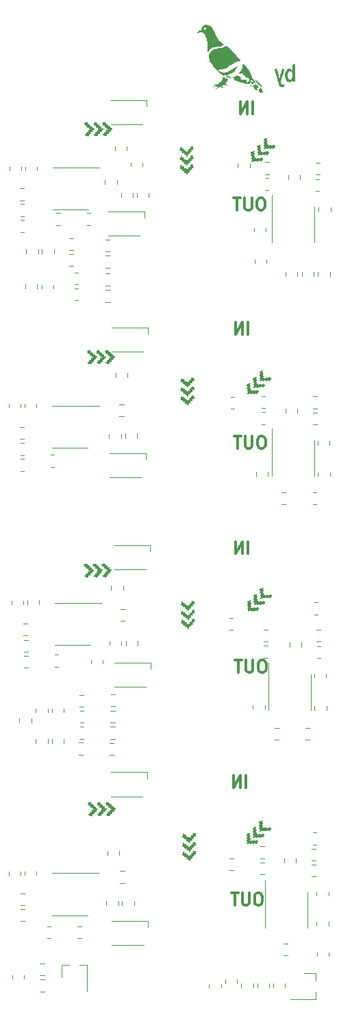
<source format=gbr>
%TF.GenerationSoftware,KiCad,Pcbnew,(6.0.2-0)*%
%TF.CreationDate,2022-04-19T15:29:28+02:00*%
%TF.ProjectId,blindeTaube,626c696e-6465-4546-9175-62652e6b6963,rev?*%
%TF.SameCoordinates,Original*%
%TF.FileFunction,Legend,Bot*%
%TF.FilePolarity,Positive*%
%FSLAX46Y46*%
G04 Gerber Fmt 4.6, Leading zero omitted, Abs format (unit mm)*
G04 Created by KiCad (PCBNEW (6.0.2-0)) date 2022-04-19 15:29:28*
%MOMM*%
%LPD*%
G01*
G04 APERTURE LIST*
%ADD10C,0.300000*%
%ADD11C,0.120000*%
G04 APERTURE END LIST*
D10*
X80338514Y-116248571D02*
X80338514Y-114748571D01*
X79624228Y-116248571D02*
X79624228Y-114748571D01*
X78767085Y-116248571D01*
X78767085Y-114748571D01*
X82373600Y-72940171D02*
X82087885Y-72940171D01*
X81945028Y-73011600D01*
X81802171Y-73154457D01*
X81730742Y-73440171D01*
X81730742Y-73940171D01*
X81802171Y-74225885D01*
X81945028Y-74368742D01*
X82087885Y-74440171D01*
X82373600Y-74440171D01*
X82516457Y-74368742D01*
X82659314Y-74225885D01*
X82730742Y-73940171D01*
X82730742Y-73440171D01*
X82659314Y-73154457D01*
X82516457Y-73011600D01*
X82373600Y-72940171D01*
X81087885Y-72940171D02*
X81087885Y-74154457D01*
X81016457Y-74297314D01*
X80945028Y-74368742D01*
X80802171Y-74440171D01*
X80516457Y-74440171D01*
X80373600Y-74368742D01*
X80302171Y-74297314D01*
X80230742Y-74154457D01*
X80230742Y-72940171D01*
X79730742Y-72940171D02*
X78873600Y-72940171D01*
X79302171Y-74440171D02*
X79302171Y-72940171D01*
X82322800Y-43577771D02*
X82037085Y-43577771D01*
X81894228Y-43649200D01*
X81751371Y-43792057D01*
X81679942Y-44077771D01*
X81679942Y-44577771D01*
X81751371Y-44863485D01*
X81894228Y-45006342D01*
X82037085Y-45077771D01*
X82322800Y-45077771D01*
X82465657Y-45006342D01*
X82608514Y-44863485D01*
X82679942Y-44577771D01*
X82679942Y-44077771D01*
X82608514Y-43792057D01*
X82465657Y-43649200D01*
X82322800Y-43577771D01*
X81037085Y-43577771D02*
X81037085Y-44792057D01*
X80965657Y-44934914D01*
X80894228Y-45006342D01*
X80751371Y-45077771D01*
X80465657Y-45077771D01*
X80322800Y-45006342D01*
X80251371Y-44934914D01*
X80179942Y-44792057D01*
X80179942Y-43577771D01*
X79679942Y-43577771D02*
X78822800Y-43577771D01*
X79251371Y-45077771D02*
X79251371Y-43577771D01*
X82018000Y-129277371D02*
X81732285Y-129277371D01*
X81589428Y-129348800D01*
X81446571Y-129491657D01*
X81375142Y-129777371D01*
X81375142Y-130277371D01*
X81446571Y-130563085D01*
X81589428Y-130705942D01*
X81732285Y-130777371D01*
X82018000Y-130777371D01*
X82160857Y-130705942D01*
X82303714Y-130563085D01*
X82375142Y-130277371D01*
X82375142Y-129777371D01*
X82303714Y-129491657D01*
X82160857Y-129348800D01*
X82018000Y-129277371D01*
X80732285Y-129277371D02*
X80732285Y-130491657D01*
X80660857Y-130634514D01*
X80589428Y-130705942D01*
X80446571Y-130777371D01*
X80160857Y-130777371D01*
X80018000Y-130705942D01*
X79946571Y-130634514D01*
X79875142Y-130491657D01*
X79875142Y-129277371D01*
X79375142Y-129277371D02*
X78518000Y-129277371D01*
X78946571Y-130777371D02*
X78946571Y-129277371D01*
X80592514Y-87444971D02*
X80592514Y-85944971D01*
X79878228Y-87444971D02*
X79878228Y-85944971D01*
X79021085Y-87444971D01*
X79021085Y-85944971D01*
X82475200Y-100575371D02*
X82189485Y-100575371D01*
X82046628Y-100646800D01*
X81903771Y-100789657D01*
X81832342Y-101075371D01*
X81832342Y-101575371D01*
X81903771Y-101861085D01*
X82046628Y-102003942D01*
X82189485Y-102075371D01*
X82475200Y-102075371D01*
X82618057Y-102003942D01*
X82760914Y-101861085D01*
X82832342Y-101575371D01*
X82832342Y-101075371D01*
X82760914Y-100789657D01*
X82618057Y-100646800D01*
X82475200Y-100575371D01*
X81189485Y-100575371D02*
X81189485Y-101789657D01*
X81118057Y-101932514D01*
X81046628Y-102003942D01*
X80903771Y-102075371D01*
X80618057Y-102075371D01*
X80475200Y-102003942D01*
X80403771Y-101932514D01*
X80332342Y-101789657D01*
X80332342Y-100575371D01*
X79832342Y-100575371D02*
X78975200Y-100575371D01*
X79403771Y-102075371D02*
X79403771Y-100575371D01*
X80592514Y-60368571D02*
X80592514Y-58868571D01*
X79878228Y-60368571D02*
X79878228Y-58868571D01*
X79021085Y-60368571D01*
X79021085Y-58868571D01*
X81202114Y-33241371D02*
X81202114Y-31741371D01*
X80487828Y-33241371D02*
X80487828Y-31741371D01*
X79630685Y-33241371D01*
X79630685Y-31741371D01*
D11*
%TO.C,C41*%
X87171200Y-98370848D02*
X87171200Y-98893352D01*
X85701200Y-98370848D02*
X85701200Y-98893352D01*
%TO.C,C44*%
X52315000Y-108273752D02*
X52315000Y-107751248D01*
X53785000Y-108273752D02*
X53785000Y-107751248D01*
%TO.C,R8*%
X81332400Y-47286936D02*
X81332400Y-47741064D01*
X82802400Y-47286936D02*
X82802400Y-47741064D01*
%TO.C,R46*%
X59596264Y-54227400D02*
X59142136Y-54227400D01*
X59596264Y-52757400D02*
X59142136Y-52757400D01*
%TO.C,D4*%
X67931844Y-75016800D02*
X63481800Y-75016800D01*
X67381800Y-78016800D02*
X63481800Y-78016800D01*
X67931800Y-75816800D02*
X67931800Y-75016800D01*
%TO.C,G\u002A\u002A\u002A*%
G36*
X61141523Y-118077658D02*
G01*
X61188100Y-118110636D01*
X61200563Y-118120484D01*
X61235832Y-118152802D01*
X61242287Y-118175676D01*
X61224804Y-118201128D01*
X61218701Y-118208106D01*
X61206209Y-118232359D01*
X61217592Y-118258514D01*
X61257046Y-118299351D01*
X61275564Y-118316835D01*
X61309349Y-118343837D01*
X61330200Y-118344841D01*
X61350290Y-118322923D01*
X61359871Y-118310614D01*
X61378790Y-118298488D01*
X61404360Y-118309640D01*
X61448618Y-118347020D01*
X61461454Y-118358615D01*
X61496330Y-118395037D01*
X61503684Y-118420244D01*
X61488302Y-118446195D01*
X61472297Y-118471957D01*
X61479372Y-118497113D01*
X61516311Y-118532993D01*
X61548656Y-118558341D01*
X61582488Y-118570412D01*
X61616075Y-118557355D01*
X61643743Y-118545150D01*
X61673892Y-118553123D01*
X61715587Y-118589628D01*
X61746364Y-118623505D01*
X61760382Y-118655708D01*
X61749116Y-118687129D01*
X61738293Y-118711608D01*
X61747454Y-118738650D01*
X61787745Y-118773251D01*
X61821957Y-118796396D01*
X61855583Y-118806787D01*
X61883880Y-118792679D01*
X61884005Y-118792575D01*
X61909221Y-118780185D01*
X61936793Y-118792297D01*
X61977960Y-118833824D01*
X62011248Y-118872472D01*
X62034010Y-118909607D01*
X62032168Y-118939908D01*
X62008643Y-118977008D01*
X62002146Y-118985414D01*
X61973289Y-119006091D01*
X61936931Y-118992989D01*
X61914963Y-118982368D01*
X61884656Y-118986330D01*
X61846368Y-119020367D01*
X61820618Y-119050551D01*
X61809629Y-119082044D01*
X61824423Y-119116747D01*
X61838431Y-119148092D01*
X61830389Y-119178150D01*
X61794595Y-119220335D01*
X61763401Y-119250091D01*
X61730580Y-119266456D01*
X61699783Y-119256585D01*
X61677533Y-119247071D01*
X61648066Y-119255857D01*
X61608717Y-119295094D01*
X61577112Y-119335665D01*
X61569199Y-119364144D01*
X61585179Y-119390343D01*
X61586095Y-119391367D01*
X61600601Y-119416359D01*
X61590860Y-119442942D01*
X61552493Y-119483606D01*
X61522754Y-119510018D01*
X61487615Y-119528622D01*
X61460919Y-119519578D01*
X61443918Y-119510909D01*
X61414060Y-119520288D01*
X61370119Y-119560291D01*
X61358486Y-119572579D01*
X61328091Y-119609365D01*
X61324325Y-119631642D01*
X61343790Y-119651136D01*
X61349389Y-119655367D01*
X61365422Y-119674896D01*
X61358554Y-119700396D01*
X61326366Y-119744892D01*
X61321426Y-119751147D01*
X61277539Y-119798347D01*
X61246593Y-119810539D01*
X61222842Y-119790239D01*
X61216628Y-119783147D01*
X61184519Y-119776950D01*
X61153890Y-119770994D01*
X61112936Y-119743183D01*
X61097098Y-119729573D01*
X61063745Y-119713245D01*
X61034447Y-119726499D01*
X60999271Y-119734781D01*
X60951430Y-119716197D01*
X60903856Y-119677766D01*
X60867374Y-119628397D01*
X60852807Y-119576999D01*
X60857897Y-119532754D01*
X60877362Y-119517737D01*
X60912412Y-119541671D01*
X60924642Y-119550626D01*
X60951940Y-119547145D01*
X60992756Y-119512748D01*
X61025067Y-119476703D01*
X61034415Y-119447006D01*
X61019255Y-119413066D01*
X61004395Y-119380117D01*
X61012826Y-119350818D01*
X61049244Y-119309895D01*
X61085572Y-119277112D01*
X61116649Y-119264995D01*
X61148474Y-119277446D01*
X61175489Y-119289525D01*
X61201670Y-119279960D01*
X61235012Y-119239319D01*
X61255593Y-119207949D01*
X61267293Y-119172283D01*
X61254054Y-119143723D01*
X61248034Y-119109202D01*
X61267947Y-119067048D01*
X61303178Y-119028996D01*
X61342985Y-119006627D01*
X61376629Y-119011526D01*
X61392432Y-119020409D01*
X61421338Y-119013314D01*
X61463070Y-118975352D01*
X61477741Y-118959310D01*
X61494278Y-118937731D01*
X61484290Y-118941532D01*
X61462355Y-118953650D01*
X61430633Y-118950205D01*
X61383664Y-118920374D01*
X61360932Y-118903210D01*
X61327309Y-118871807D01*
X61323289Y-118847996D01*
X61344572Y-118820826D01*
X61353766Y-118807854D01*
X61349261Y-118780315D01*
X61314009Y-118738843D01*
X61282533Y-118710047D01*
X61252338Y-118696559D01*
X61225493Y-118709330D01*
X61207011Y-118720815D01*
X61175985Y-118718779D01*
X61128950Y-118690304D01*
X61081518Y-118646590D01*
X61065511Y-118604460D01*
X61087572Y-118572185D01*
X61090527Y-118569669D01*
X61087457Y-118542492D01*
X61051988Y-118496952D01*
X61040129Y-118484682D01*
X61005785Y-118454263D01*
X60981935Y-118450979D01*
X60954556Y-118471113D01*
X60946273Y-118478427D01*
X60921019Y-118492908D01*
X60894982Y-118483624D01*
X60853879Y-118447179D01*
X60818017Y-118408998D01*
X60805474Y-118378270D01*
X60817171Y-118346856D01*
X60827076Y-118327303D01*
X60824697Y-118297823D01*
X60790799Y-118263569D01*
X60739383Y-118221443D01*
X60805433Y-118155392D01*
X60808682Y-118152154D01*
X60851336Y-118114148D01*
X60879558Y-118104036D01*
X60905176Y-118117305D01*
X60913773Y-118124044D01*
X60941086Y-118131944D01*
X60968557Y-118105051D01*
X60972271Y-118100135D01*
X60998980Y-118077942D01*
X61024803Y-118091026D01*
X61052379Y-118105798D01*
X61085017Y-118086759D01*
X61086689Y-118085262D01*
X61112303Y-118070261D01*
X61141523Y-118077658D01*
G37*
G36*
X62252255Y-118064659D02*
G01*
X62308048Y-118105866D01*
X62340665Y-118137227D01*
X62354351Y-118166839D01*
X62342346Y-118198762D01*
X62331718Y-118220768D01*
X62335686Y-118251084D01*
X62369724Y-118289372D01*
X62399908Y-118315123D01*
X62431401Y-118326112D01*
X62466104Y-118311317D01*
X62497449Y-118297309D01*
X62527507Y-118305352D01*
X62569692Y-118341146D01*
X62602794Y-118376217D01*
X62616080Y-118407190D01*
X62604392Y-118438440D01*
X62593034Y-118464825D01*
X62602790Y-118492584D01*
X62642900Y-118529410D01*
X62683852Y-118559043D01*
X62713199Y-118566543D01*
X62739700Y-118550465D01*
X62740601Y-118549661D01*
X62765647Y-118535144D01*
X62792274Y-118544877D01*
X62832963Y-118583247D01*
X62859375Y-118612987D01*
X62877979Y-118648126D01*
X62868935Y-118674822D01*
X62860374Y-118690738D01*
X62868441Y-118720336D01*
X62907308Y-118763555D01*
X62946531Y-118797616D01*
X62976285Y-118809088D01*
X63002647Y-118796000D01*
X63013945Y-118787585D01*
X63042719Y-118782562D01*
X63079520Y-118808422D01*
X63083580Y-118812126D01*
X63133101Y-118867957D01*
X63146768Y-118915383D01*
X63127206Y-118962903D01*
X63118512Y-118974717D01*
X63091620Y-118996094D01*
X63063894Y-118984133D01*
X63044377Y-118973734D01*
X63014615Y-118981880D01*
X62970179Y-119019145D01*
X62967595Y-119021627D01*
X62930608Y-119061273D01*
X62922100Y-119086835D01*
X62937816Y-119110299D01*
X62939702Y-119112214D01*
X62954379Y-119136041D01*
X62946817Y-119165123D01*
X62913957Y-119212571D01*
X62901713Y-119228436D01*
X62870517Y-119262844D01*
X62848085Y-119268669D01*
X62822617Y-119250857D01*
X62815583Y-119244677D01*
X62791439Y-119231786D01*
X62766890Y-119243608D01*
X62729384Y-119284700D01*
X62721582Y-119294039D01*
X62691824Y-119334865D01*
X62687517Y-119361422D01*
X62705400Y-119387710D01*
X62709890Y-119392789D01*
X62723816Y-119417590D01*
X62713649Y-119443484D01*
X62675262Y-119483606D01*
X62633919Y-119519339D01*
X62605118Y-119529368D01*
X62578632Y-119515382D01*
X62555448Y-119501838D01*
X62530012Y-119510299D01*
X62493890Y-119549225D01*
X62471881Y-119576808D01*
X62447371Y-119615055D01*
X62449130Y-119636719D01*
X62475405Y-119651494D01*
X62477485Y-119652321D01*
X62492733Y-119665813D01*
X62484179Y-119690911D01*
X62448925Y-119736968D01*
X62426125Y-119763753D01*
X62388649Y-119800839D01*
X62364517Y-119808728D01*
X62346302Y-119791357D01*
X62336671Y-119781781D01*
X62299055Y-119770173D01*
X62270079Y-119762867D01*
X62226557Y-119735473D01*
X62218943Y-119728808D01*
X62186590Y-119712414D01*
X62155172Y-119728195D01*
X62151024Y-119731475D01*
X62126260Y-119740530D01*
X62095857Y-119726402D01*
X62048853Y-119684594D01*
X62030536Y-119665431D01*
X61990921Y-119610266D01*
X61975576Y-119564766D01*
X61979544Y-119532407D01*
X61999434Y-119517655D01*
X62035517Y-119542006D01*
X62049959Y-119551741D01*
X62075662Y-119544357D01*
X62113137Y-119504934D01*
X62153536Y-119450025D01*
X62163885Y-119419444D01*
X62145051Y-119410039D01*
X62133585Y-119407927D01*
X62124260Y-119385744D01*
X62141761Y-119346143D01*
X62183231Y-119297538D01*
X62210684Y-119273092D01*
X62243912Y-119255703D01*
X62268258Y-119266324D01*
X62281121Y-119275445D01*
X62308686Y-119270970D01*
X62350192Y-119235712D01*
X62378143Y-119205237D01*
X62392414Y-119174510D01*
X62380122Y-119147698D01*
X62369001Y-119129372D01*
X62371929Y-119098289D01*
X62401689Y-119051155D01*
X62426028Y-119018526D01*
X62450342Y-118992986D01*
X62471627Y-118991050D01*
X62503654Y-119006718D01*
X62518375Y-119012771D01*
X62551493Y-119007478D01*
X62592294Y-118970287D01*
X62603191Y-118957670D01*
X62617532Y-118936872D01*
X62605044Y-118942559D01*
X62603944Y-118943399D01*
X62575878Y-118957726D01*
X62547419Y-118948613D01*
X62504806Y-118911845D01*
X62476844Y-118882899D01*
X62457585Y-118849309D01*
X62466433Y-118823112D01*
X62475019Y-118807160D01*
X62467553Y-118776525D01*
X62430023Y-118731081D01*
X62427542Y-118728497D01*
X62387896Y-118691510D01*
X62362333Y-118683002D01*
X62338870Y-118698718D01*
X62336954Y-118700604D01*
X62313127Y-118715281D01*
X62284046Y-118707719D01*
X62236597Y-118674858D01*
X62223277Y-118664592D01*
X62187378Y-118632467D01*
X62180386Y-118609687D01*
X62197253Y-118584689D01*
X62202672Y-118578503D01*
X62215251Y-118554226D01*
X62203942Y-118527958D01*
X62164499Y-118487033D01*
X62150259Y-118473567D01*
X62114333Y-118444158D01*
X62092481Y-118441160D01*
X62072875Y-118461245D01*
X62065524Y-118470691D01*
X62046375Y-118483327D01*
X62019969Y-118473219D01*
X61974281Y-118437469D01*
X61964624Y-118429339D01*
X61926681Y-118392867D01*
X61917333Y-118367639D01*
X61931479Y-118342314D01*
X61944491Y-118323584D01*
X61944543Y-118296281D01*
X61915149Y-118258821D01*
X61869687Y-118210429D01*
X61932458Y-118150291D01*
X61964754Y-118121771D01*
X61998516Y-118104902D01*
X62024960Y-118114827D01*
X62051967Y-118127806D01*
X62081111Y-118107670D01*
X62103500Y-118090971D01*
X62158067Y-118088521D01*
X62191309Y-118091881D01*
X62208604Y-118077724D01*
X62218590Y-118056512D01*
X62252255Y-118064659D01*
G37*
G36*
X63237952Y-118077011D02*
G01*
X63264067Y-118090807D01*
X63298850Y-118076047D01*
X63314904Y-118066018D01*
X63346485Y-118067553D01*
X63394179Y-118096080D01*
X63409548Y-118107232D01*
X63448270Y-118141667D01*
X63454881Y-118168495D01*
X63433338Y-118198016D01*
X63425908Y-118207448D01*
X63426467Y-118235164D01*
X63458215Y-118276398D01*
X63473468Y-118291418D01*
X63517476Y-118322130D01*
X63551042Y-118328791D01*
X63564400Y-118308455D01*
X63566617Y-118296722D01*
X63588990Y-118287705D01*
X63628798Y-118305596D01*
X63677774Y-118347546D01*
X63679579Y-118349433D01*
X63713946Y-118389353D01*
X63720466Y-118413776D01*
X63702661Y-118435094D01*
X63681991Y-118461611D01*
X63694799Y-118492489D01*
X63733618Y-118529296D01*
X63786763Y-118551911D01*
X63831324Y-118539723D01*
X63851050Y-118528826D01*
X63880333Y-118536203D01*
X63923863Y-118572616D01*
X63955498Y-118605867D01*
X63971528Y-118638506D01*
X63961738Y-118668985D01*
X63952225Y-118691235D01*
X63961011Y-118720702D01*
X64000247Y-118760052D01*
X64040818Y-118791656D01*
X64069298Y-118799569D01*
X64095497Y-118783589D01*
X64119952Y-118768202D01*
X64146091Y-118776109D01*
X64185530Y-118812904D01*
X64191128Y-118818808D01*
X64231099Y-118870661D01*
X64239680Y-118915041D01*
X64220225Y-118966831D01*
X64215665Y-118974917D01*
X64191426Y-118996293D01*
X64154021Y-118984458D01*
X64131265Y-118974896D01*
X64098437Y-118979210D01*
X64057620Y-119013112D01*
X64028039Y-119045956D01*
X64018132Y-119075916D01*
X64033482Y-119110432D01*
X64048320Y-119143083D01*
X64040155Y-119172378D01*
X64003955Y-119213141D01*
X63977278Y-119237933D01*
X63944771Y-119255679D01*
X63920586Y-119245090D01*
X63911827Y-119236758D01*
X63883829Y-119221881D01*
X63856045Y-119236217D01*
X63818080Y-119283680D01*
X63797112Y-119315668D01*
X63785483Y-119351290D01*
X63798683Y-119379775D01*
X63810264Y-119401158D01*
X63802130Y-119430319D01*
X63765289Y-119473971D01*
X63736343Y-119501933D01*
X63702753Y-119521191D01*
X63676556Y-119512344D01*
X63660278Y-119503714D01*
X63629549Y-119511551D01*
X63583861Y-119549388D01*
X63574220Y-119558695D01*
X63541316Y-119594740D01*
X63536219Y-119616770D01*
X63555186Y-119636102D01*
X63557389Y-119637727D01*
X63576451Y-119657748D01*
X63572602Y-119682642D01*
X63544108Y-119726551D01*
X63500487Y-119773926D01*
X63458603Y-119790946D01*
X63427274Y-119771098D01*
X63419967Y-119763856D01*
X63387615Y-119761253D01*
X63358922Y-119756845D01*
X63321301Y-119728380D01*
X63302464Y-119709034D01*
X63276503Y-119697591D01*
X63247822Y-119716138D01*
X63236993Y-119725001D01*
X63213556Y-119731959D01*
X63183236Y-119716667D01*
X63134747Y-119675021D01*
X63108011Y-119648643D01*
X63070644Y-119603001D01*
X63055977Y-119571252D01*
X63063381Y-119542219D01*
X63091480Y-119522178D01*
X63125563Y-119534705D01*
X63133676Y-119540666D01*
X63163222Y-119537315D01*
X63208292Y-119501512D01*
X63218039Y-119492110D01*
X63249074Y-119457482D01*
X63252612Y-119433540D01*
X63232267Y-119405867D01*
X63224626Y-119397196D01*
X63210480Y-119372087D01*
X63220033Y-119345967D01*
X63256706Y-119304662D01*
X63292174Y-119271121D01*
X63325400Y-119255534D01*
X63358387Y-119264869D01*
X63382007Y-119273998D01*
X63411908Y-119265857D01*
X63448852Y-119226887D01*
X63475927Y-119189641D01*
X63483826Y-119160091D01*
X63467461Y-119133155D01*
X63466658Y-119132254D01*
X63452140Y-119107208D01*
X63461873Y-119080581D01*
X63500244Y-119039892D01*
X63529983Y-119013480D01*
X63565122Y-118994876D01*
X63591819Y-119003920D01*
X63609790Y-119012597D01*
X63639294Y-119001644D01*
X63682618Y-118959816D01*
X63701573Y-118938198D01*
X63715137Y-118919060D01*
X63702098Y-118926752D01*
X63695177Y-118932394D01*
X63667029Y-118948729D01*
X63639858Y-118941647D01*
X63597745Y-118908342D01*
X63566186Y-118878457D01*
X63549424Y-118847508D01*
X63559236Y-118817275D01*
X63568848Y-118792930D01*
X63558613Y-118762023D01*
X63519022Y-118718840D01*
X63506318Y-118706814D01*
X63470267Y-118677123D01*
X63448391Y-118674032D01*
X63428671Y-118694273D01*
X63421320Y-118703718D01*
X63402171Y-118716354D01*
X63375766Y-118706247D01*
X63330077Y-118670496D01*
X63318846Y-118661029D01*
X63281816Y-118625186D01*
X63273147Y-118600251D01*
X63287767Y-118574749D01*
X63302817Y-118550850D01*
X63297669Y-118524130D01*
X63263682Y-118485346D01*
X63228885Y-118454098D01*
X63199087Y-118444538D01*
X63164924Y-118459771D01*
X63133850Y-118474432D01*
X63104525Y-118467673D01*
X63064578Y-118432607D01*
X63036209Y-118401372D01*
X63021937Y-118368045D01*
X63033115Y-118332773D01*
X63037893Y-118323374D01*
X63043507Y-118288816D01*
X63014095Y-118261474D01*
X62997164Y-118249791D01*
X62974638Y-118219124D01*
X62985717Y-118182474D01*
X63031515Y-118131528D01*
X63033956Y-118129194D01*
X63073603Y-118095135D01*
X63097880Y-118088852D01*
X63119230Y-118106842D01*
X63131814Y-118120614D01*
X63152000Y-118125382D01*
X63177377Y-118096064D01*
X63182404Y-118089112D01*
X63209874Y-118065687D01*
X63237952Y-118077011D01*
G37*
%TO.C,R28*%
X52461936Y-44350000D02*
X52916064Y-44350000D01*
X52461936Y-45820000D02*
X52916064Y-45820000D01*
%TO.C,C3*%
X63485752Y-50700000D02*
X62963248Y-50700000D01*
X63485752Y-52170000D02*
X62963248Y-52170000D01*
%TO.C,U10*%
X87910000Y-131337500D02*
X87910000Y-133537500D01*
X82690000Y-131337500D02*
X82690000Y-127737500D01*
X87910000Y-131337500D02*
X87910000Y-129137500D01*
X82690000Y-131337500D02*
X82690000Y-133537500D01*
%TO.C,R68*%
X54336100Y-106538536D02*
X54336100Y-106992664D01*
X55806100Y-106538536D02*
X55806100Y-106992664D01*
%TO.C,R60*%
X82989664Y-98271000D02*
X82535536Y-98271000D01*
X82989664Y-96801000D02*
X82535536Y-96801000D01*
%TO.C,R70*%
X59797036Y-106783200D02*
X60251164Y-106783200D01*
X59797036Y-108253200D02*
X60251164Y-108253200D01*
%TO.C,R23*%
X53036800Y-39711136D02*
X53036800Y-40165264D01*
X54506800Y-39711136D02*
X54506800Y-40165264D01*
%TO.C,R54*%
X56195736Y-76731800D02*
X56649864Y-76731800D01*
X56195736Y-75261800D02*
X56649864Y-75261800D01*
%TO.C,D3*%
X67778044Y-45236000D02*
X63328000Y-45236000D01*
X67778000Y-46036000D02*
X67778000Y-45236000D01*
X67228000Y-48236000D02*
X63328000Y-48236000D01*
%TO.C,R87*%
X82577064Y-123502500D02*
X82122936Y-123502500D01*
X82577064Y-124972500D02*
X82122936Y-124972500D01*
%TO.C,G\u002A\u002A\u002A*%
G36*
X73739926Y-39414517D02*
G01*
X73790872Y-39460315D01*
X73793206Y-39462756D01*
X73827265Y-39502403D01*
X73833548Y-39526680D01*
X73815558Y-39548030D01*
X73801786Y-39560614D01*
X73797018Y-39580800D01*
X73826336Y-39606177D01*
X73833288Y-39611204D01*
X73856713Y-39638674D01*
X73845389Y-39666752D01*
X73831593Y-39692867D01*
X73846353Y-39727650D01*
X73856382Y-39743704D01*
X73854847Y-39775285D01*
X73826320Y-39822979D01*
X73815168Y-39838348D01*
X73780733Y-39877070D01*
X73753905Y-39883681D01*
X73724384Y-39862138D01*
X73714952Y-39854708D01*
X73687236Y-39855267D01*
X73646002Y-39887015D01*
X73630982Y-39902268D01*
X73600270Y-39946276D01*
X73593609Y-39979842D01*
X73613945Y-39993200D01*
X73625678Y-39995417D01*
X73634695Y-40017790D01*
X73616804Y-40057598D01*
X73574854Y-40106574D01*
X73572967Y-40108379D01*
X73533047Y-40142746D01*
X73508624Y-40149266D01*
X73487306Y-40131461D01*
X73460789Y-40110791D01*
X73429911Y-40123599D01*
X73393104Y-40162418D01*
X73370489Y-40215563D01*
X73382677Y-40260124D01*
X73393574Y-40279850D01*
X73386197Y-40309133D01*
X73349784Y-40352663D01*
X73316533Y-40384298D01*
X73283894Y-40400328D01*
X73253415Y-40390538D01*
X73231165Y-40381025D01*
X73201698Y-40389811D01*
X73162348Y-40429047D01*
X73130744Y-40469618D01*
X73122831Y-40498098D01*
X73138811Y-40524297D01*
X73154198Y-40548752D01*
X73146291Y-40574891D01*
X73109496Y-40614330D01*
X73103592Y-40619928D01*
X73051739Y-40659899D01*
X73007359Y-40668480D01*
X72955569Y-40649025D01*
X72947483Y-40644465D01*
X72926107Y-40620226D01*
X72937942Y-40582821D01*
X72947504Y-40560065D01*
X72943190Y-40527237D01*
X72909288Y-40486420D01*
X72876444Y-40456839D01*
X72846484Y-40446932D01*
X72811968Y-40462282D01*
X72779317Y-40477120D01*
X72750022Y-40468955D01*
X72709259Y-40432755D01*
X72684467Y-40406078D01*
X72666721Y-40373571D01*
X72677310Y-40349386D01*
X72685642Y-40340627D01*
X72700519Y-40312629D01*
X72686183Y-40284845D01*
X72638720Y-40246880D01*
X72606732Y-40225912D01*
X72571110Y-40214283D01*
X72542625Y-40227483D01*
X72521242Y-40239064D01*
X72492081Y-40230930D01*
X72448429Y-40194089D01*
X72420467Y-40165143D01*
X72401209Y-40131553D01*
X72410056Y-40105356D01*
X72418686Y-40089078D01*
X72410849Y-40058349D01*
X72373012Y-40012661D01*
X72363705Y-40003020D01*
X72327660Y-39970116D01*
X72305630Y-39965019D01*
X72286298Y-39983986D01*
X72284673Y-39986189D01*
X72264652Y-40005251D01*
X72239758Y-40001402D01*
X72195849Y-39972908D01*
X72148474Y-39929287D01*
X72131454Y-39887403D01*
X72151302Y-39856074D01*
X72158544Y-39848767D01*
X72161147Y-39816415D01*
X72165555Y-39787722D01*
X72194020Y-39750101D01*
X72213366Y-39731264D01*
X72224809Y-39705303D01*
X72206262Y-39676622D01*
X72197399Y-39665793D01*
X72190441Y-39642356D01*
X72205733Y-39612036D01*
X72247379Y-39563547D01*
X72273757Y-39536811D01*
X72319399Y-39499444D01*
X72351148Y-39484777D01*
X72380181Y-39492181D01*
X72400222Y-39520280D01*
X72387695Y-39554363D01*
X72381734Y-39562476D01*
X72385085Y-39592022D01*
X72420888Y-39637092D01*
X72430290Y-39646839D01*
X72464918Y-39677874D01*
X72488860Y-39681412D01*
X72516533Y-39661067D01*
X72525204Y-39653426D01*
X72550313Y-39639280D01*
X72576433Y-39648833D01*
X72617738Y-39685506D01*
X72651279Y-39720974D01*
X72666866Y-39754200D01*
X72657531Y-39787187D01*
X72648402Y-39810807D01*
X72656543Y-39840708D01*
X72695513Y-39877652D01*
X72732759Y-39904727D01*
X72762309Y-39912626D01*
X72789245Y-39896261D01*
X72790146Y-39895458D01*
X72815192Y-39880940D01*
X72841819Y-39890673D01*
X72882508Y-39929044D01*
X72908920Y-39958783D01*
X72927524Y-39993922D01*
X72918480Y-40020619D01*
X72909803Y-40038590D01*
X72920756Y-40068094D01*
X72962584Y-40111418D01*
X72984202Y-40130373D01*
X73003340Y-40143937D01*
X72995648Y-40130898D01*
X72990006Y-40123977D01*
X72973671Y-40095829D01*
X72980753Y-40068658D01*
X73014058Y-40026545D01*
X73043943Y-39994986D01*
X73074892Y-39978224D01*
X73105125Y-39988036D01*
X73129470Y-39997648D01*
X73160377Y-39987413D01*
X73203560Y-39947822D01*
X73215586Y-39935118D01*
X73245277Y-39899067D01*
X73248368Y-39877191D01*
X73228127Y-39857471D01*
X73218682Y-39850120D01*
X73206046Y-39830971D01*
X73216153Y-39804566D01*
X73251904Y-39758877D01*
X73261371Y-39747646D01*
X73297214Y-39710616D01*
X73322149Y-39701947D01*
X73347651Y-39716567D01*
X73371550Y-39731617D01*
X73398270Y-39726469D01*
X73437054Y-39692482D01*
X73468302Y-39657685D01*
X73477862Y-39627887D01*
X73462629Y-39593724D01*
X73447968Y-39562650D01*
X73454727Y-39533325D01*
X73489793Y-39493378D01*
X73521028Y-39465009D01*
X73554355Y-39450737D01*
X73589627Y-39461915D01*
X73599026Y-39466693D01*
X73633584Y-39472307D01*
X73660926Y-39442895D01*
X73672609Y-39425964D01*
X73703276Y-39403438D01*
X73739926Y-39414517D01*
G37*
G36*
X73767008Y-37234233D02*
G01*
X73770246Y-37237482D01*
X73808252Y-37280136D01*
X73818364Y-37308358D01*
X73805095Y-37333976D01*
X73798356Y-37342573D01*
X73790456Y-37369886D01*
X73817349Y-37397357D01*
X73822265Y-37401071D01*
X73844458Y-37427780D01*
X73831374Y-37453603D01*
X73816602Y-37481179D01*
X73835641Y-37513817D01*
X73837138Y-37515489D01*
X73852139Y-37541103D01*
X73844742Y-37570323D01*
X73811764Y-37616900D01*
X73801916Y-37629363D01*
X73769598Y-37664632D01*
X73746724Y-37671087D01*
X73721272Y-37653604D01*
X73714294Y-37647501D01*
X73690041Y-37635009D01*
X73663886Y-37646392D01*
X73623049Y-37685846D01*
X73605565Y-37704364D01*
X73578563Y-37738149D01*
X73577559Y-37759000D01*
X73599477Y-37779090D01*
X73611786Y-37788671D01*
X73623912Y-37807590D01*
X73612760Y-37833160D01*
X73575380Y-37877418D01*
X73563785Y-37890254D01*
X73527363Y-37925130D01*
X73502156Y-37932484D01*
X73476205Y-37917102D01*
X73450443Y-37901097D01*
X73425287Y-37908172D01*
X73389407Y-37945111D01*
X73364059Y-37977456D01*
X73351988Y-38011288D01*
X73365045Y-38044875D01*
X73377250Y-38072543D01*
X73369277Y-38102692D01*
X73332772Y-38144387D01*
X73298895Y-38175164D01*
X73266692Y-38189182D01*
X73235271Y-38177916D01*
X73210792Y-38167093D01*
X73183750Y-38176254D01*
X73149149Y-38216545D01*
X73126004Y-38250757D01*
X73115613Y-38284383D01*
X73129721Y-38312680D01*
X73129825Y-38312805D01*
X73142215Y-38338021D01*
X73130103Y-38365593D01*
X73088576Y-38406760D01*
X73049928Y-38440048D01*
X73012793Y-38462810D01*
X72982492Y-38460968D01*
X72945392Y-38437443D01*
X72936986Y-38430946D01*
X72916309Y-38402089D01*
X72929411Y-38365731D01*
X72940032Y-38343763D01*
X72936070Y-38313456D01*
X72902033Y-38275168D01*
X72871849Y-38249418D01*
X72840356Y-38238429D01*
X72805653Y-38253223D01*
X72774308Y-38267231D01*
X72744250Y-38259189D01*
X72702065Y-38223395D01*
X72672309Y-38192201D01*
X72655944Y-38159380D01*
X72665815Y-38128583D01*
X72675329Y-38106333D01*
X72666543Y-38076866D01*
X72627306Y-38037517D01*
X72586735Y-38005912D01*
X72558256Y-37997999D01*
X72532057Y-38013979D01*
X72531033Y-38014895D01*
X72506041Y-38029401D01*
X72479458Y-38019660D01*
X72438794Y-37981293D01*
X72412382Y-37951554D01*
X72393778Y-37916415D01*
X72402822Y-37889719D01*
X72411491Y-37872718D01*
X72402112Y-37842860D01*
X72362109Y-37798919D01*
X72349821Y-37787286D01*
X72313035Y-37756891D01*
X72290758Y-37753125D01*
X72271264Y-37772590D01*
X72267033Y-37778189D01*
X72247504Y-37794222D01*
X72222004Y-37787354D01*
X72177508Y-37755166D01*
X72171253Y-37750226D01*
X72124053Y-37706339D01*
X72111861Y-37675393D01*
X72132161Y-37651642D01*
X72139253Y-37645428D01*
X72145450Y-37613319D01*
X72151406Y-37582690D01*
X72179217Y-37541736D01*
X72192827Y-37525898D01*
X72209155Y-37492545D01*
X72195901Y-37463247D01*
X72187619Y-37428071D01*
X72206203Y-37380230D01*
X72244634Y-37332656D01*
X72294003Y-37296174D01*
X72345401Y-37281607D01*
X72389646Y-37286697D01*
X72404663Y-37306162D01*
X72380729Y-37341212D01*
X72371774Y-37353442D01*
X72375255Y-37380740D01*
X72409652Y-37421556D01*
X72445697Y-37453867D01*
X72475394Y-37463215D01*
X72509334Y-37448055D01*
X72542283Y-37433195D01*
X72571582Y-37441626D01*
X72612505Y-37478044D01*
X72645288Y-37514372D01*
X72657405Y-37545449D01*
X72644954Y-37577274D01*
X72632875Y-37604289D01*
X72642440Y-37630470D01*
X72683081Y-37663812D01*
X72714451Y-37684393D01*
X72750117Y-37696093D01*
X72778677Y-37682854D01*
X72813198Y-37676834D01*
X72855352Y-37696747D01*
X72893404Y-37731978D01*
X72915773Y-37771785D01*
X72910874Y-37805429D01*
X72901991Y-37821232D01*
X72909086Y-37850138D01*
X72947048Y-37891870D01*
X72963090Y-37906541D01*
X72984669Y-37923078D01*
X72980868Y-37913090D01*
X72968750Y-37891155D01*
X72972195Y-37859433D01*
X73002026Y-37812464D01*
X73019190Y-37789732D01*
X73050593Y-37756109D01*
X73074404Y-37752089D01*
X73101574Y-37773372D01*
X73114546Y-37782566D01*
X73142085Y-37778061D01*
X73183557Y-37742809D01*
X73212353Y-37711333D01*
X73225841Y-37681138D01*
X73213070Y-37654293D01*
X73201585Y-37635811D01*
X73203621Y-37604785D01*
X73232096Y-37557750D01*
X73275810Y-37510318D01*
X73317940Y-37494311D01*
X73350215Y-37516372D01*
X73352731Y-37519327D01*
X73379908Y-37516257D01*
X73425448Y-37480788D01*
X73437718Y-37468929D01*
X73468137Y-37434585D01*
X73471421Y-37410735D01*
X73451287Y-37383356D01*
X73443973Y-37375073D01*
X73429492Y-37349819D01*
X73438776Y-37323782D01*
X73475221Y-37282679D01*
X73513402Y-37246817D01*
X73544130Y-37234274D01*
X73575544Y-37245971D01*
X73595097Y-37255876D01*
X73624577Y-37253497D01*
X73658831Y-37219599D01*
X73700957Y-37168183D01*
X73767008Y-37234233D01*
G37*
G36*
X73772109Y-38361258D02*
G01*
X73800629Y-38393554D01*
X73817498Y-38427316D01*
X73807573Y-38453760D01*
X73794594Y-38480767D01*
X73814730Y-38509911D01*
X73831429Y-38532300D01*
X73833879Y-38586867D01*
X73830519Y-38620109D01*
X73844676Y-38637404D01*
X73865888Y-38647390D01*
X73857741Y-38681055D01*
X73816534Y-38736848D01*
X73785173Y-38769465D01*
X73755561Y-38783151D01*
X73723638Y-38771146D01*
X73701632Y-38760518D01*
X73671316Y-38764486D01*
X73633028Y-38798524D01*
X73607277Y-38828708D01*
X73596288Y-38860201D01*
X73611083Y-38894904D01*
X73625091Y-38926249D01*
X73617048Y-38956307D01*
X73581254Y-38998492D01*
X73546183Y-39031594D01*
X73515210Y-39044880D01*
X73483960Y-39033192D01*
X73457575Y-39021834D01*
X73429816Y-39031590D01*
X73392990Y-39071700D01*
X73363357Y-39112652D01*
X73355857Y-39141999D01*
X73371935Y-39168500D01*
X73372739Y-39169401D01*
X73387256Y-39194447D01*
X73377523Y-39221074D01*
X73339153Y-39261763D01*
X73309413Y-39288175D01*
X73274274Y-39306779D01*
X73247578Y-39297735D01*
X73231662Y-39289174D01*
X73202064Y-39297241D01*
X73158845Y-39336108D01*
X73124784Y-39375331D01*
X73113312Y-39405085D01*
X73126400Y-39431447D01*
X73134815Y-39442745D01*
X73139838Y-39471519D01*
X73113978Y-39508320D01*
X73110274Y-39512380D01*
X73054443Y-39561901D01*
X73007017Y-39575568D01*
X72959497Y-39556006D01*
X72947683Y-39547312D01*
X72926306Y-39520420D01*
X72938267Y-39492694D01*
X72948666Y-39473177D01*
X72940520Y-39443415D01*
X72903255Y-39398979D01*
X72900773Y-39396395D01*
X72861127Y-39359408D01*
X72835565Y-39350900D01*
X72812101Y-39366616D01*
X72810186Y-39368502D01*
X72786359Y-39383179D01*
X72757277Y-39375617D01*
X72709829Y-39342757D01*
X72693964Y-39330513D01*
X72659556Y-39299317D01*
X72653731Y-39276885D01*
X72671543Y-39251417D01*
X72677723Y-39244383D01*
X72690614Y-39220239D01*
X72678792Y-39195690D01*
X72637700Y-39158184D01*
X72628361Y-39150382D01*
X72587535Y-39120624D01*
X72560978Y-39116317D01*
X72534690Y-39134200D01*
X72529611Y-39138690D01*
X72504810Y-39152616D01*
X72478916Y-39142449D01*
X72438794Y-39104062D01*
X72403061Y-39062719D01*
X72393032Y-39033918D01*
X72407018Y-39007432D01*
X72420562Y-38984248D01*
X72412101Y-38958812D01*
X72373175Y-38922690D01*
X72345592Y-38900681D01*
X72307345Y-38876171D01*
X72285681Y-38877930D01*
X72270906Y-38904205D01*
X72270079Y-38906285D01*
X72256587Y-38921533D01*
X72231489Y-38912979D01*
X72185432Y-38877725D01*
X72158647Y-38854925D01*
X72121561Y-38817449D01*
X72113672Y-38793317D01*
X72131043Y-38775102D01*
X72140619Y-38765471D01*
X72152227Y-38727855D01*
X72159533Y-38698879D01*
X72186927Y-38655357D01*
X72193592Y-38647743D01*
X72209986Y-38615390D01*
X72194205Y-38583972D01*
X72190925Y-38579824D01*
X72181870Y-38555060D01*
X72195998Y-38524657D01*
X72237806Y-38477653D01*
X72256969Y-38459336D01*
X72312134Y-38419721D01*
X72357634Y-38404376D01*
X72389993Y-38408344D01*
X72404745Y-38428234D01*
X72380394Y-38464317D01*
X72370659Y-38478759D01*
X72378043Y-38504462D01*
X72417466Y-38541937D01*
X72472375Y-38582336D01*
X72502956Y-38592685D01*
X72512361Y-38573851D01*
X72514473Y-38562385D01*
X72536656Y-38553060D01*
X72576257Y-38570561D01*
X72624862Y-38612031D01*
X72649308Y-38639484D01*
X72666697Y-38672712D01*
X72656076Y-38697058D01*
X72646955Y-38709921D01*
X72651430Y-38737486D01*
X72686688Y-38778992D01*
X72717163Y-38806943D01*
X72747890Y-38821214D01*
X72774702Y-38808922D01*
X72793028Y-38797801D01*
X72824111Y-38800729D01*
X72871245Y-38830489D01*
X72903874Y-38854828D01*
X72929414Y-38879142D01*
X72931350Y-38900427D01*
X72915682Y-38932454D01*
X72909629Y-38947175D01*
X72914922Y-38980293D01*
X72952113Y-39021094D01*
X72964730Y-39031991D01*
X72985528Y-39046332D01*
X72979841Y-39033844D01*
X72979001Y-39032744D01*
X72964674Y-39004678D01*
X72973787Y-38976219D01*
X73010555Y-38933606D01*
X73039501Y-38905644D01*
X73073091Y-38886385D01*
X73099288Y-38895233D01*
X73115240Y-38903819D01*
X73145875Y-38896353D01*
X73191319Y-38858823D01*
X73193903Y-38856342D01*
X73230890Y-38816696D01*
X73239398Y-38791133D01*
X73223682Y-38767670D01*
X73221796Y-38765754D01*
X73207119Y-38741927D01*
X73214681Y-38712846D01*
X73247542Y-38665397D01*
X73257808Y-38652077D01*
X73289933Y-38616178D01*
X73312713Y-38609186D01*
X73337711Y-38626053D01*
X73343897Y-38631472D01*
X73368174Y-38644051D01*
X73394442Y-38632742D01*
X73435367Y-38593299D01*
X73448833Y-38579059D01*
X73478242Y-38543133D01*
X73481240Y-38521281D01*
X73461155Y-38501675D01*
X73451709Y-38494324D01*
X73439073Y-38475175D01*
X73449181Y-38448769D01*
X73484931Y-38403081D01*
X73493061Y-38393424D01*
X73529533Y-38355481D01*
X73554761Y-38346133D01*
X73580086Y-38360279D01*
X73598816Y-38373291D01*
X73626119Y-38373343D01*
X73663579Y-38343949D01*
X73711971Y-38298487D01*
X73772109Y-38361258D01*
G37*
%TO.C,R59*%
X82535536Y-100252200D02*
X82989664Y-100252200D01*
X82535536Y-98782200D02*
X82989664Y-98782200D01*
%TO.C,G\u002A\u002A\u002A*%
G36*
X61768255Y-88641859D02*
G01*
X61824048Y-88683066D01*
X61856665Y-88714427D01*
X61870351Y-88744039D01*
X61858346Y-88775962D01*
X61847718Y-88797968D01*
X61851686Y-88828284D01*
X61885724Y-88866572D01*
X61915908Y-88892323D01*
X61947401Y-88903312D01*
X61982104Y-88888517D01*
X62013449Y-88874509D01*
X62043507Y-88882552D01*
X62085692Y-88918346D01*
X62118794Y-88953417D01*
X62132080Y-88984390D01*
X62120392Y-89015640D01*
X62109034Y-89042025D01*
X62118790Y-89069784D01*
X62158900Y-89106610D01*
X62199852Y-89136243D01*
X62229199Y-89143743D01*
X62255700Y-89127665D01*
X62256601Y-89126861D01*
X62281647Y-89112344D01*
X62308274Y-89122077D01*
X62348963Y-89160447D01*
X62375375Y-89190187D01*
X62393979Y-89225326D01*
X62384935Y-89252022D01*
X62376374Y-89267938D01*
X62384441Y-89297536D01*
X62423308Y-89340755D01*
X62462531Y-89374816D01*
X62492285Y-89386288D01*
X62518647Y-89373200D01*
X62529945Y-89364785D01*
X62558719Y-89359762D01*
X62595520Y-89385622D01*
X62599580Y-89389326D01*
X62649101Y-89445157D01*
X62662768Y-89492583D01*
X62643206Y-89540103D01*
X62634512Y-89551917D01*
X62607620Y-89573294D01*
X62579894Y-89561333D01*
X62560377Y-89550934D01*
X62530615Y-89559080D01*
X62486179Y-89596345D01*
X62483595Y-89598827D01*
X62446608Y-89638473D01*
X62438100Y-89664035D01*
X62453816Y-89687499D01*
X62455702Y-89689414D01*
X62470379Y-89713241D01*
X62462817Y-89742323D01*
X62429957Y-89789771D01*
X62417713Y-89805636D01*
X62386517Y-89840044D01*
X62364085Y-89845869D01*
X62338617Y-89828057D01*
X62331583Y-89821877D01*
X62307439Y-89808986D01*
X62282890Y-89820808D01*
X62245384Y-89861900D01*
X62237582Y-89871239D01*
X62207824Y-89912065D01*
X62203517Y-89938622D01*
X62221400Y-89964910D01*
X62225890Y-89969989D01*
X62239816Y-89994790D01*
X62229649Y-90020684D01*
X62191262Y-90060806D01*
X62149919Y-90096539D01*
X62121118Y-90106568D01*
X62094632Y-90092582D01*
X62071448Y-90079038D01*
X62046012Y-90087499D01*
X62009890Y-90126425D01*
X61987881Y-90154008D01*
X61963371Y-90192255D01*
X61965130Y-90213919D01*
X61991405Y-90228694D01*
X61993485Y-90229521D01*
X62008733Y-90243013D01*
X62000179Y-90268111D01*
X61964925Y-90314168D01*
X61942125Y-90340953D01*
X61904649Y-90378039D01*
X61880517Y-90385928D01*
X61862302Y-90368557D01*
X61852671Y-90358981D01*
X61815055Y-90347373D01*
X61786079Y-90340067D01*
X61742557Y-90312673D01*
X61734943Y-90306008D01*
X61702590Y-90289614D01*
X61671172Y-90305395D01*
X61667024Y-90308675D01*
X61642260Y-90317730D01*
X61611857Y-90303602D01*
X61564853Y-90261794D01*
X61546536Y-90242631D01*
X61506921Y-90187466D01*
X61491576Y-90141966D01*
X61495544Y-90109607D01*
X61515434Y-90094855D01*
X61551517Y-90119206D01*
X61565959Y-90128941D01*
X61591662Y-90121557D01*
X61629137Y-90082134D01*
X61669536Y-90027225D01*
X61679885Y-89996644D01*
X61661051Y-89987239D01*
X61649585Y-89985127D01*
X61640260Y-89962944D01*
X61657761Y-89923343D01*
X61699231Y-89874738D01*
X61726684Y-89850292D01*
X61759912Y-89832903D01*
X61784258Y-89843524D01*
X61797121Y-89852645D01*
X61824686Y-89848170D01*
X61866192Y-89812912D01*
X61894143Y-89782437D01*
X61908414Y-89751710D01*
X61896122Y-89724898D01*
X61885001Y-89706572D01*
X61887929Y-89675489D01*
X61917689Y-89628355D01*
X61942028Y-89595726D01*
X61966342Y-89570186D01*
X61987627Y-89568250D01*
X62019654Y-89583918D01*
X62034375Y-89589971D01*
X62067493Y-89584678D01*
X62108294Y-89547487D01*
X62119191Y-89534870D01*
X62133532Y-89514072D01*
X62121044Y-89519759D01*
X62119944Y-89520599D01*
X62091878Y-89534926D01*
X62063419Y-89525813D01*
X62020806Y-89489045D01*
X61992844Y-89460099D01*
X61973585Y-89426509D01*
X61982433Y-89400312D01*
X61991019Y-89384360D01*
X61983553Y-89353725D01*
X61946023Y-89308281D01*
X61943542Y-89305697D01*
X61903896Y-89268710D01*
X61878333Y-89260202D01*
X61854870Y-89275918D01*
X61852954Y-89277804D01*
X61829127Y-89292481D01*
X61800046Y-89284919D01*
X61752597Y-89252058D01*
X61739277Y-89241792D01*
X61703378Y-89209667D01*
X61696386Y-89186887D01*
X61713253Y-89161889D01*
X61718672Y-89155703D01*
X61731251Y-89131426D01*
X61719942Y-89105158D01*
X61680499Y-89064233D01*
X61666259Y-89050767D01*
X61630333Y-89021358D01*
X61608481Y-89018360D01*
X61588875Y-89038445D01*
X61581524Y-89047891D01*
X61562375Y-89060527D01*
X61535969Y-89050419D01*
X61490281Y-89014669D01*
X61480624Y-89006539D01*
X61442681Y-88970067D01*
X61433333Y-88944839D01*
X61447479Y-88919514D01*
X61460491Y-88900784D01*
X61460543Y-88873481D01*
X61431149Y-88836021D01*
X61385687Y-88787629D01*
X61448458Y-88727491D01*
X61480754Y-88698971D01*
X61514516Y-88682102D01*
X61540960Y-88692027D01*
X61567967Y-88705006D01*
X61597111Y-88684870D01*
X61619500Y-88668171D01*
X61674067Y-88665721D01*
X61707309Y-88669081D01*
X61724604Y-88654924D01*
X61734590Y-88633712D01*
X61768255Y-88641859D01*
G37*
G36*
X60657523Y-88654858D02*
G01*
X60704100Y-88687836D01*
X60716563Y-88697684D01*
X60751832Y-88730002D01*
X60758287Y-88752876D01*
X60740804Y-88778328D01*
X60734701Y-88785306D01*
X60722209Y-88809559D01*
X60733592Y-88835714D01*
X60773046Y-88876551D01*
X60791564Y-88894035D01*
X60825349Y-88921037D01*
X60846200Y-88922041D01*
X60866290Y-88900123D01*
X60875871Y-88887814D01*
X60894790Y-88875688D01*
X60920360Y-88886840D01*
X60964618Y-88924220D01*
X60977454Y-88935815D01*
X61012330Y-88972237D01*
X61019684Y-88997444D01*
X61004302Y-89023395D01*
X60988297Y-89049157D01*
X60995372Y-89074313D01*
X61032311Y-89110193D01*
X61064656Y-89135541D01*
X61098488Y-89147612D01*
X61132075Y-89134555D01*
X61159743Y-89122350D01*
X61189892Y-89130323D01*
X61231587Y-89166828D01*
X61262364Y-89200705D01*
X61276382Y-89232908D01*
X61265116Y-89264329D01*
X61254293Y-89288808D01*
X61263454Y-89315850D01*
X61303745Y-89350451D01*
X61337957Y-89373596D01*
X61371583Y-89383987D01*
X61399880Y-89369879D01*
X61400005Y-89369775D01*
X61425221Y-89357385D01*
X61452793Y-89369497D01*
X61493960Y-89411024D01*
X61527248Y-89449672D01*
X61550010Y-89486807D01*
X61548168Y-89517108D01*
X61524643Y-89554208D01*
X61518146Y-89562614D01*
X61489289Y-89583291D01*
X61452931Y-89570189D01*
X61430963Y-89559568D01*
X61400656Y-89563530D01*
X61362368Y-89597567D01*
X61336618Y-89627751D01*
X61325629Y-89659244D01*
X61340423Y-89693947D01*
X61354431Y-89725292D01*
X61346389Y-89755350D01*
X61310595Y-89797535D01*
X61279401Y-89827291D01*
X61246580Y-89843656D01*
X61215783Y-89833785D01*
X61193533Y-89824271D01*
X61164066Y-89833057D01*
X61124717Y-89872294D01*
X61093112Y-89912865D01*
X61085199Y-89941344D01*
X61101179Y-89967543D01*
X61102095Y-89968567D01*
X61116601Y-89993559D01*
X61106860Y-90020142D01*
X61068493Y-90060806D01*
X61038754Y-90087218D01*
X61003615Y-90105822D01*
X60976919Y-90096778D01*
X60959918Y-90088109D01*
X60930060Y-90097488D01*
X60886119Y-90137491D01*
X60874486Y-90149779D01*
X60844091Y-90186565D01*
X60840325Y-90208842D01*
X60859790Y-90228336D01*
X60865389Y-90232567D01*
X60881422Y-90252096D01*
X60874554Y-90277596D01*
X60842366Y-90322092D01*
X60837426Y-90328347D01*
X60793539Y-90375547D01*
X60762593Y-90387739D01*
X60738842Y-90367439D01*
X60732628Y-90360347D01*
X60700519Y-90354150D01*
X60669890Y-90348194D01*
X60628936Y-90320383D01*
X60613098Y-90306773D01*
X60579745Y-90290445D01*
X60550447Y-90303699D01*
X60515271Y-90311981D01*
X60467430Y-90293397D01*
X60419856Y-90254966D01*
X60383374Y-90205597D01*
X60368807Y-90154199D01*
X60373897Y-90109954D01*
X60393362Y-90094937D01*
X60428412Y-90118871D01*
X60440642Y-90127826D01*
X60467940Y-90124345D01*
X60508756Y-90089948D01*
X60541067Y-90053903D01*
X60550415Y-90024206D01*
X60535255Y-89990266D01*
X60520395Y-89957317D01*
X60528826Y-89928018D01*
X60565244Y-89887095D01*
X60601572Y-89854312D01*
X60632649Y-89842195D01*
X60664474Y-89854646D01*
X60691489Y-89866725D01*
X60717670Y-89857160D01*
X60751012Y-89816519D01*
X60771593Y-89785149D01*
X60783293Y-89749483D01*
X60770054Y-89720923D01*
X60764034Y-89686402D01*
X60783947Y-89644248D01*
X60819178Y-89606196D01*
X60858985Y-89583827D01*
X60892629Y-89588726D01*
X60908432Y-89597609D01*
X60937338Y-89590514D01*
X60979070Y-89552552D01*
X60993741Y-89536510D01*
X61010278Y-89514931D01*
X61000290Y-89518732D01*
X60978355Y-89530850D01*
X60946633Y-89527405D01*
X60899664Y-89497574D01*
X60876932Y-89480410D01*
X60843309Y-89449007D01*
X60839289Y-89425196D01*
X60860572Y-89398026D01*
X60869766Y-89385054D01*
X60865261Y-89357515D01*
X60830009Y-89316043D01*
X60798533Y-89287247D01*
X60768338Y-89273759D01*
X60741493Y-89286530D01*
X60723011Y-89298015D01*
X60691985Y-89295979D01*
X60644950Y-89267504D01*
X60597518Y-89223790D01*
X60581511Y-89181660D01*
X60603572Y-89149385D01*
X60606527Y-89146869D01*
X60603457Y-89119692D01*
X60567988Y-89074152D01*
X60556129Y-89061882D01*
X60521785Y-89031463D01*
X60497935Y-89028179D01*
X60470556Y-89048313D01*
X60462273Y-89055627D01*
X60437019Y-89070108D01*
X60410982Y-89060824D01*
X60369879Y-89024379D01*
X60334017Y-88986198D01*
X60321474Y-88955470D01*
X60333171Y-88924056D01*
X60343076Y-88904503D01*
X60340697Y-88875023D01*
X60306799Y-88840769D01*
X60255383Y-88798643D01*
X60321433Y-88732592D01*
X60324682Y-88729354D01*
X60367336Y-88691348D01*
X60395558Y-88681236D01*
X60421176Y-88694505D01*
X60429773Y-88701244D01*
X60457086Y-88709144D01*
X60484557Y-88682251D01*
X60488271Y-88677335D01*
X60514980Y-88655142D01*
X60540803Y-88668226D01*
X60568379Y-88682998D01*
X60601017Y-88663959D01*
X60602689Y-88662462D01*
X60628303Y-88647461D01*
X60657523Y-88654858D01*
G37*
G36*
X62753952Y-88654211D02*
G01*
X62780067Y-88668007D01*
X62814850Y-88653247D01*
X62830904Y-88643218D01*
X62862485Y-88644753D01*
X62910179Y-88673280D01*
X62925548Y-88684432D01*
X62964270Y-88718867D01*
X62970881Y-88745695D01*
X62949338Y-88775216D01*
X62941908Y-88784648D01*
X62942467Y-88812364D01*
X62974215Y-88853598D01*
X62989468Y-88868618D01*
X63033476Y-88899330D01*
X63067042Y-88905991D01*
X63080400Y-88885655D01*
X63082617Y-88873922D01*
X63104990Y-88864905D01*
X63144798Y-88882796D01*
X63193774Y-88924746D01*
X63195579Y-88926633D01*
X63229946Y-88966553D01*
X63236466Y-88990976D01*
X63218661Y-89012294D01*
X63197991Y-89038811D01*
X63210799Y-89069689D01*
X63249618Y-89106496D01*
X63302763Y-89129111D01*
X63347324Y-89116923D01*
X63367050Y-89106026D01*
X63396333Y-89113403D01*
X63439863Y-89149816D01*
X63471498Y-89183067D01*
X63487528Y-89215706D01*
X63477738Y-89246185D01*
X63468225Y-89268435D01*
X63477011Y-89297902D01*
X63516247Y-89337252D01*
X63556818Y-89368856D01*
X63585298Y-89376769D01*
X63611497Y-89360789D01*
X63635952Y-89345402D01*
X63662091Y-89353309D01*
X63701530Y-89390104D01*
X63707128Y-89396008D01*
X63747099Y-89447861D01*
X63755680Y-89492241D01*
X63736225Y-89544031D01*
X63731665Y-89552117D01*
X63707426Y-89573493D01*
X63670021Y-89561658D01*
X63647265Y-89552096D01*
X63614437Y-89556410D01*
X63573620Y-89590312D01*
X63544039Y-89623156D01*
X63534132Y-89653116D01*
X63549482Y-89687632D01*
X63564320Y-89720283D01*
X63556155Y-89749578D01*
X63519955Y-89790341D01*
X63493278Y-89815133D01*
X63460771Y-89832879D01*
X63436586Y-89822290D01*
X63427827Y-89813958D01*
X63399829Y-89799081D01*
X63372045Y-89813417D01*
X63334080Y-89860880D01*
X63313112Y-89892868D01*
X63301483Y-89928490D01*
X63314683Y-89956975D01*
X63326264Y-89978358D01*
X63318130Y-90007519D01*
X63281289Y-90051171D01*
X63252343Y-90079133D01*
X63218753Y-90098391D01*
X63192556Y-90089544D01*
X63176278Y-90080914D01*
X63145549Y-90088751D01*
X63099861Y-90126588D01*
X63090220Y-90135895D01*
X63057316Y-90171940D01*
X63052219Y-90193970D01*
X63071186Y-90213302D01*
X63073389Y-90214927D01*
X63092451Y-90234948D01*
X63088602Y-90259842D01*
X63060108Y-90303751D01*
X63016487Y-90351126D01*
X62974603Y-90368146D01*
X62943274Y-90348298D01*
X62935967Y-90341056D01*
X62903615Y-90338453D01*
X62874922Y-90334045D01*
X62837301Y-90305580D01*
X62818464Y-90286234D01*
X62792503Y-90274791D01*
X62763822Y-90293338D01*
X62752993Y-90302201D01*
X62729556Y-90309159D01*
X62699236Y-90293867D01*
X62650747Y-90252221D01*
X62624011Y-90225843D01*
X62586644Y-90180201D01*
X62571977Y-90148452D01*
X62579381Y-90119419D01*
X62607480Y-90099378D01*
X62641563Y-90111905D01*
X62649676Y-90117866D01*
X62679222Y-90114515D01*
X62724292Y-90078712D01*
X62734039Y-90069310D01*
X62765074Y-90034682D01*
X62768612Y-90010740D01*
X62748267Y-89983067D01*
X62740626Y-89974396D01*
X62726480Y-89949287D01*
X62736033Y-89923167D01*
X62772706Y-89881862D01*
X62808174Y-89848321D01*
X62841400Y-89832734D01*
X62874387Y-89842069D01*
X62898007Y-89851198D01*
X62927908Y-89843057D01*
X62964852Y-89804087D01*
X62991927Y-89766841D01*
X62999826Y-89737291D01*
X62983461Y-89710355D01*
X62982658Y-89709454D01*
X62968140Y-89684408D01*
X62977873Y-89657781D01*
X63016244Y-89617092D01*
X63045983Y-89590680D01*
X63081122Y-89572076D01*
X63107819Y-89581120D01*
X63125790Y-89589797D01*
X63155294Y-89578844D01*
X63198618Y-89537016D01*
X63217573Y-89515398D01*
X63231137Y-89496260D01*
X63218098Y-89503952D01*
X63211177Y-89509594D01*
X63183029Y-89525929D01*
X63155858Y-89518847D01*
X63113745Y-89485542D01*
X63082186Y-89455657D01*
X63065424Y-89424708D01*
X63075236Y-89394475D01*
X63084848Y-89370130D01*
X63074613Y-89339223D01*
X63035022Y-89296040D01*
X63022318Y-89284014D01*
X62986267Y-89254323D01*
X62964391Y-89251232D01*
X62944671Y-89271473D01*
X62937320Y-89280918D01*
X62918171Y-89293554D01*
X62891766Y-89283447D01*
X62846077Y-89247696D01*
X62834846Y-89238229D01*
X62797816Y-89202386D01*
X62789147Y-89177451D01*
X62803767Y-89151949D01*
X62818817Y-89128050D01*
X62813669Y-89101330D01*
X62779682Y-89062546D01*
X62744885Y-89031298D01*
X62715087Y-89021738D01*
X62680924Y-89036971D01*
X62649850Y-89051632D01*
X62620525Y-89044873D01*
X62580578Y-89009807D01*
X62552209Y-88978572D01*
X62537937Y-88945245D01*
X62549115Y-88909973D01*
X62553893Y-88900574D01*
X62559507Y-88866016D01*
X62530095Y-88838674D01*
X62513164Y-88826991D01*
X62490638Y-88796324D01*
X62501717Y-88759674D01*
X62547515Y-88708728D01*
X62549956Y-88706394D01*
X62589603Y-88672335D01*
X62613880Y-88666052D01*
X62635230Y-88684042D01*
X62647814Y-88697814D01*
X62668000Y-88702582D01*
X62693377Y-88673264D01*
X62698404Y-88666312D01*
X62725874Y-88642887D01*
X62753952Y-88654211D01*
G37*
%TO.C,R95*%
X90535000Y-129577064D02*
X90535000Y-129122936D01*
X89065000Y-129577064D02*
X89065000Y-129122936D01*
%TO.C,R14*%
X90778000Y-45210464D02*
X90778000Y-44756336D01*
X89308000Y-45210464D02*
X89308000Y-44756336D01*
%TO.C,C19*%
X64111252Y-108765000D02*
X63588748Y-108765000D01*
X64111252Y-110235000D02*
X63588748Y-110235000D01*
%TO.C,R77*%
X88800000Y-106678464D02*
X88800000Y-106224336D01*
X90270000Y-106678464D02*
X90270000Y-106224336D01*
%TO.C,R64*%
X61164800Y-100998264D02*
X61164800Y-100544136D01*
X62634800Y-100998264D02*
X62634800Y-100544136D01*
%TO.C,C30*%
X62892000Y-41322448D02*
X62892000Y-41844952D01*
X64362000Y-41322448D02*
X64362000Y-41844952D01*
%TO.C,C25*%
X79737000Y-140433248D02*
X79737000Y-140955752D01*
X81207000Y-140433248D02*
X81207000Y-140955752D01*
%TO.C,R104*%
X52960600Y-126604536D02*
X52960600Y-127058664D01*
X54430600Y-126604536D02*
X54430600Y-127058664D01*
%TO.C,C32*%
X64682648Y-69015000D02*
X65205152Y-69015000D01*
X64682648Y-70485000D02*
X65205152Y-70485000D01*
%TO.C,R44*%
X90667000Y-74004664D02*
X90667000Y-73550536D01*
X89197000Y-74004664D02*
X89197000Y-73550536D01*
%TO.C,G\u002A\u002A\u002A*%
G36*
X73919408Y-93266633D02*
G01*
X73922646Y-93269882D01*
X73960652Y-93312536D01*
X73970764Y-93340758D01*
X73957495Y-93366376D01*
X73950756Y-93374973D01*
X73942856Y-93402286D01*
X73969749Y-93429757D01*
X73974665Y-93433471D01*
X73996858Y-93460180D01*
X73983774Y-93486003D01*
X73969002Y-93513579D01*
X73988041Y-93546217D01*
X73989538Y-93547889D01*
X74004539Y-93573503D01*
X73997142Y-93602723D01*
X73964164Y-93649300D01*
X73954316Y-93661763D01*
X73921998Y-93697032D01*
X73899124Y-93703487D01*
X73873672Y-93686004D01*
X73866694Y-93679901D01*
X73842441Y-93667409D01*
X73816286Y-93678792D01*
X73775449Y-93718246D01*
X73757965Y-93736764D01*
X73730963Y-93770549D01*
X73729959Y-93791400D01*
X73751877Y-93811490D01*
X73764186Y-93821071D01*
X73776312Y-93839990D01*
X73765160Y-93865560D01*
X73727780Y-93909818D01*
X73716185Y-93922654D01*
X73679763Y-93957530D01*
X73654556Y-93964884D01*
X73628605Y-93949502D01*
X73602843Y-93933497D01*
X73577687Y-93940572D01*
X73541807Y-93977511D01*
X73516459Y-94009856D01*
X73504388Y-94043688D01*
X73517445Y-94077275D01*
X73529650Y-94104943D01*
X73521677Y-94135092D01*
X73485172Y-94176787D01*
X73451295Y-94207564D01*
X73419092Y-94221582D01*
X73387671Y-94210316D01*
X73363192Y-94199493D01*
X73336150Y-94208654D01*
X73301549Y-94248945D01*
X73278404Y-94283157D01*
X73268013Y-94316783D01*
X73282121Y-94345080D01*
X73282225Y-94345205D01*
X73294615Y-94370421D01*
X73282503Y-94397993D01*
X73240976Y-94439160D01*
X73202328Y-94472448D01*
X73165193Y-94495210D01*
X73134892Y-94493368D01*
X73097792Y-94469843D01*
X73089386Y-94463346D01*
X73068709Y-94434489D01*
X73081811Y-94398131D01*
X73092432Y-94376163D01*
X73088470Y-94345856D01*
X73054433Y-94307568D01*
X73024249Y-94281818D01*
X72992756Y-94270829D01*
X72958053Y-94285623D01*
X72926708Y-94299631D01*
X72896650Y-94291589D01*
X72854465Y-94255795D01*
X72824709Y-94224601D01*
X72808344Y-94191780D01*
X72818215Y-94160983D01*
X72827729Y-94138733D01*
X72818943Y-94109266D01*
X72779706Y-94069917D01*
X72739135Y-94038312D01*
X72710656Y-94030399D01*
X72684457Y-94046379D01*
X72683433Y-94047295D01*
X72658441Y-94061801D01*
X72631858Y-94052060D01*
X72591194Y-94013693D01*
X72564782Y-93983954D01*
X72546178Y-93948815D01*
X72555222Y-93922119D01*
X72563891Y-93905118D01*
X72554512Y-93875260D01*
X72514509Y-93831319D01*
X72502221Y-93819686D01*
X72465435Y-93789291D01*
X72443158Y-93785525D01*
X72423664Y-93804990D01*
X72419433Y-93810589D01*
X72399904Y-93826622D01*
X72374404Y-93819754D01*
X72329908Y-93787566D01*
X72323653Y-93782626D01*
X72276453Y-93738739D01*
X72264261Y-93707793D01*
X72284561Y-93684042D01*
X72291653Y-93677828D01*
X72297850Y-93645719D01*
X72303806Y-93615090D01*
X72331617Y-93574136D01*
X72345227Y-93558298D01*
X72361555Y-93524945D01*
X72348301Y-93495647D01*
X72340019Y-93460471D01*
X72358603Y-93412630D01*
X72397034Y-93365056D01*
X72446403Y-93328574D01*
X72497801Y-93314007D01*
X72542046Y-93319097D01*
X72557063Y-93338562D01*
X72533129Y-93373612D01*
X72524174Y-93385842D01*
X72527655Y-93413140D01*
X72562052Y-93453956D01*
X72598097Y-93486267D01*
X72627794Y-93495615D01*
X72661734Y-93480455D01*
X72694683Y-93465595D01*
X72723982Y-93474026D01*
X72764905Y-93510444D01*
X72797688Y-93546772D01*
X72809805Y-93577849D01*
X72797354Y-93609674D01*
X72785275Y-93636689D01*
X72794840Y-93662870D01*
X72835481Y-93696212D01*
X72866851Y-93716793D01*
X72902517Y-93728493D01*
X72931077Y-93715254D01*
X72965598Y-93709234D01*
X73007752Y-93729147D01*
X73045804Y-93764378D01*
X73068173Y-93804185D01*
X73063274Y-93837829D01*
X73054391Y-93853632D01*
X73061486Y-93882538D01*
X73099448Y-93924270D01*
X73115490Y-93938941D01*
X73137069Y-93955478D01*
X73133268Y-93945490D01*
X73121150Y-93923555D01*
X73124595Y-93891833D01*
X73154426Y-93844864D01*
X73171590Y-93822132D01*
X73202993Y-93788509D01*
X73226804Y-93784489D01*
X73253974Y-93805772D01*
X73266946Y-93814966D01*
X73294485Y-93810461D01*
X73335957Y-93775209D01*
X73364753Y-93743733D01*
X73378241Y-93713538D01*
X73365470Y-93686693D01*
X73353985Y-93668211D01*
X73356021Y-93637185D01*
X73384496Y-93590150D01*
X73428210Y-93542718D01*
X73470340Y-93526711D01*
X73502615Y-93548772D01*
X73505131Y-93551727D01*
X73532308Y-93548657D01*
X73577848Y-93513188D01*
X73590118Y-93501329D01*
X73620537Y-93466985D01*
X73623821Y-93443135D01*
X73603687Y-93415756D01*
X73596373Y-93407473D01*
X73581892Y-93382219D01*
X73591176Y-93356182D01*
X73627621Y-93315079D01*
X73665802Y-93279217D01*
X73696530Y-93266674D01*
X73727944Y-93278371D01*
X73747497Y-93288276D01*
X73776977Y-93285897D01*
X73811231Y-93251999D01*
X73853357Y-93200583D01*
X73919408Y-93266633D01*
G37*
G36*
X73924509Y-94393658D02*
G01*
X73953029Y-94425954D01*
X73969898Y-94459716D01*
X73959973Y-94486160D01*
X73946994Y-94513167D01*
X73967130Y-94542311D01*
X73983829Y-94564700D01*
X73986279Y-94619267D01*
X73982919Y-94652509D01*
X73997076Y-94669804D01*
X74018288Y-94679790D01*
X74010141Y-94713455D01*
X73968934Y-94769248D01*
X73937573Y-94801865D01*
X73907961Y-94815551D01*
X73876038Y-94803546D01*
X73854032Y-94792918D01*
X73823716Y-94796886D01*
X73785428Y-94830924D01*
X73759677Y-94861108D01*
X73748688Y-94892601D01*
X73763483Y-94927304D01*
X73777491Y-94958649D01*
X73769448Y-94988707D01*
X73733654Y-95030892D01*
X73698583Y-95063994D01*
X73667610Y-95077280D01*
X73636360Y-95065592D01*
X73609975Y-95054234D01*
X73582216Y-95063990D01*
X73545390Y-95104100D01*
X73515757Y-95145052D01*
X73508257Y-95174399D01*
X73524335Y-95200900D01*
X73525139Y-95201801D01*
X73539656Y-95226847D01*
X73529923Y-95253474D01*
X73491553Y-95294163D01*
X73461813Y-95320575D01*
X73426674Y-95339179D01*
X73399978Y-95330135D01*
X73384062Y-95321574D01*
X73354464Y-95329641D01*
X73311245Y-95368508D01*
X73277184Y-95407731D01*
X73265712Y-95437485D01*
X73278800Y-95463847D01*
X73287215Y-95475145D01*
X73292238Y-95503919D01*
X73266378Y-95540720D01*
X73262674Y-95544780D01*
X73206843Y-95594301D01*
X73159417Y-95607968D01*
X73111897Y-95588406D01*
X73100083Y-95579712D01*
X73078706Y-95552820D01*
X73090667Y-95525094D01*
X73101066Y-95505577D01*
X73092920Y-95475815D01*
X73055655Y-95431379D01*
X73053173Y-95428795D01*
X73013527Y-95391808D01*
X72987965Y-95383300D01*
X72964501Y-95399016D01*
X72962586Y-95400902D01*
X72938759Y-95415579D01*
X72909677Y-95408017D01*
X72862229Y-95375157D01*
X72846364Y-95362913D01*
X72811956Y-95331717D01*
X72806131Y-95309285D01*
X72823943Y-95283817D01*
X72830123Y-95276783D01*
X72843014Y-95252639D01*
X72831192Y-95228090D01*
X72790100Y-95190584D01*
X72780761Y-95182782D01*
X72739935Y-95153024D01*
X72713378Y-95148717D01*
X72687090Y-95166600D01*
X72682011Y-95171090D01*
X72657210Y-95185016D01*
X72631316Y-95174849D01*
X72591194Y-95136462D01*
X72555461Y-95095119D01*
X72545432Y-95066318D01*
X72559418Y-95039832D01*
X72572962Y-95016648D01*
X72564501Y-94991212D01*
X72525575Y-94955090D01*
X72497992Y-94933081D01*
X72459745Y-94908571D01*
X72438081Y-94910330D01*
X72423306Y-94936605D01*
X72422479Y-94938685D01*
X72408987Y-94953933D01*
X72383889Y-94945379D01*
X72337832Y-94910125D01*
X72311047Y-94887325D01*
X72273961Y-94849849D01*
X72266072Y-94825717D01*
X72283443Y-94807502D01*
X72293019Y-94797871D01*
X72304627Y-94760255D01*
X72311933Y-94731279D01*
X72339327Y-94687757D01*
X72345992Y-94680143D01*
X72362386Y-94647790D01*
X72346605Y-94616372D01*
X72343325Y-94612224D01*
X72334270Y-94587460D01*
X72348398Y-94557057D01*
X72390206Y-94510053D01*
X72409369Y-94491736D01*
X72464534Y-94452121D01*
X72510034Y-94436776D01*
X72542393Y-94440744D01*
X72557145Y-94460634D01*
X72532794Y-94496717D01*
X72523059Y-94511159D01*
X72530443Y-94536862D01*
X72569866Y-94574337D01*
X72624775Y-94614736D01*
X72655356Y-94625085D01*
X72664761Y-94606251D01*
X72666873Y-94594785D01*
X72689056Y-94585460D01*
X72728657Y-94602961D01*
X72777262Y-94644431D01*
X72801708Y-94671884D01*
X72819097Y-94705112D01*
X72808476Y-94729458D01*
X72799355Y-94742321D01*
X72803830Y-94769886D01*
X72839088Y-94811392D01*
X72869563Y-94839343D01*
X72900290Y-94853614D01*
X72927102Y-94841322D01*
X72945428Y-94830201D01*
X72976511Y-94833129D01*
X73023645Y-94862889D01*
X73056274Y-94887228D01*
X73081814Y-94911542D01*
X73083750Y-94932827D01*
X73068082Y-94964854D01*
X73062029Y-94979575D01*
X73067322Y-95012693D01*
X73104513Y-95053494D01*
X73117130Y-95064391D01*
X73137928Y-95078732D01*
X73132241Y-95066244D01*
X73131401Y-95065144D01*
X73117074Y-95037078D01*
X73126187Y-95008619D01*
X73162955Y-94966006D01*
X73191901Y-94938044D01*
X73225491Y-94918785D01*
X73251688Y-94927633D01*
X73267640Y-94936219D01*
X73298275Y-94928753D01*
X73343719Y-94891223D01*
X73346303Y-94888742D01*
X73383290Y-94849096D01*
X73391798Y-94823533D01*
X73376082Y-94800070D01*
X73374196Y-94798154D01*
X73359519Y-94774327D01*
X73367081Y-94745246D01*
X73399942Y-94697797D01*
X73410208Y-94684477D01*
X73442333Y-94648578D01*
X73465113Y-94641586D01*
X73490111Y-94658453D01*
X73496297Y-94663872D01*
X73520574Y-94676451D01*
X73546842Y-94665142D01*
X73587767Y-94625699D01*
X73601233Y-94611459D01*
X73630642Y-94575533D01*
X73633640Y-94553681D01*
X73613555Y-94534075D01*
X73604109Y-94526724D01*
X73591473Y-94507575D01*
X73601581Y-94481169D01*
X73637331Y-94435481D01*
X73645461Y-94425824D01*
X73681933Y-94387881D01*
X73707161Y-94378533D01*
X73732486Y-94392679D01*
X73751216Y-94405691D01*
X73778519Y-94405743D01*
X73815979Y-94376349D01*
X73864371Y-94330887D01*
X73924509Y-94393658D01*
G37*
G36*
X73892326Y-95446917D02*
G01*
X73943272Y-95492715D01*
X73945606Y-95495156D01*
X73979665Y-95534803D01*
X73985948Y-95559080D01*
X73967958Y-95580430D01*
X73954186Y-95593014D01*
X73949418Y-95613200D01*
X73978736Y-95638577D01*
X73985688Y-95643604D01*
X74009113Y-95671074D01*
X73997789Y-95699152D01*
X73983993Y-95725267D01*
X73998753Y-95760050D01*
X74008782Y-95776104D01*
X74007247Y-95807685D01*
X73978720Y-95855379D01*
X73967568Y-95870748D01*
X73933133Y-95909470D01*
X73906305Y-95916081D01*
X73876784Y-95894538D01*
X73867352Y-95887108D01*
X73839636Y-95887667D01*
X73798402Y-95919415D01*
X73783382Y-95934668D01*
X73752670Y-95978676D01*
X73746009Y-96012242D01*
X73766345Y-96025600D01*
X73778078Y-96027817D01*
X73787095Y-96050190D01*
X73769204Y-96089998D01*
X73727254Y-96138974D01*
X73725367Y-96140779D01*
X73685447Y-96175146D01*
X73661024Y-96181666D01*
X73639706Y-96163861D01*
X73613189Y-96143191D01*
X73582311Y-96155999D01*
X73545504Y-96194818D01*
X73522889Y-96247963D01*
X73535077Y-96292524D01*
X73545974Y-96312250D01*
X73538597Y-96341533D01*
X73502184Y-96385063D01*
X73468933Y-96416698D01*
X73436294Y-96432728D01*
X73405815Y-96422938D01*
X73383565Y-96413425D01*
X73354098Y-96422211D01*
X73314748Y-96461447D01*
X73283144Y-96502018D01*
X73275231Y-96530498D01*
X73291211Y-96556697D01*
X73306598Y-96581152D01*
X73298691Y-96607291D01*
X73261896Y-96646730D01*
X73255992Y-96652328D01*
X73204139Y-96692299D01*
X73159759Y-96700880D01*
X73107969Y-96681425D01*
X73099883Y-96676865D01*
X73078507Y-96652626D01*
X73090342Y-96615221D01*
X73099904Y-96592465D01*
X73095590Y-96559637D01*
X73061688Y-96518820D01*
X73028844Y-96489239D01*
X72998884Y-96479332D01*
X72964368Y-96494682D01*
X72931717Y-96509520D01*
X72902422Y-96501355D01*
X72861659Y-96465155D01*
X72836867Y-96438478D01*
X72819121Y-96405971D01*
X72829710Y-96381786D01*
X72838042Y-96373027D01*
X72852919Y-96345029D01*
X72838583Y-96317245D01*
X72791120Y-96279280D01*
X72759132Y-96258312D01*
X72723510Y-96246683D01*
X72695025Y-96259883D01*
X72673642Y-96271464D01*
X72644481Y-96263330D01*
X72600829Y-96226489D01*
X72572867Y-96197543D01*
X72553609Y-96163953D01*
X72562456Y-96137756D01*
X72571086Y-96121478D01*
X72563249Y-96090749D01*
X72525412Y-96045061D01*
X72516105Y-96035420D01*
X72480060Y-96002516D01*
X72458030Y-95997419D01*
X72438698Y-96016386D01*
X72437073Y-96018589D01*
X72417052Y-96037651D01*
X72392158Y-96033802D01*
X72348249Y-96005308D01*
X72300874Y-95961687D01*
X72283854Y-95919803D01*
X72303702Y-95888474D01*
X72310944Y-95881167D01*
X72313547Y-95848815D01*
X72317955Y-95820122D01*
X72346420Y-95782501D01*
X72365766Y-95763664D01*
X72377209Y-95737703D01*
X72358662Y-95709022D01*
X72349799Y-95698193D01*
X72342841Y-95674756D01*
X72358133Y-95644436D01*
X72399779Y-95595947D01*
X72426157Y-95569211D01*
X72471799Y-95531844D01*
X72503548Y-95517177D01*
X72532581Y-95524581D01*
X72552622Y-95552680D01*
X72540095Y-95586763D01*
X72534134Y-95594876D01*
X72537485Y-95624422D01*
X72573288Y-95669492D01*
X72582690Y-95679239D01*
X72617318Y-95710274D01*
X72641260Y-95713812D01*
X72668933Y-95693467D01*
X72677604Y-95685826D01*
X72702713Y-95671680D01*
X72728833Y-95681233D01*
X72770138Y-95717906D01*
X72803679Y-95753374D01*
X72819266Y-95786600D01*
X72809931Y-95819587D01*
X72800802Y-95843207D01*
X72808943Y-95873108D01*
X72847913Y-95910052D01*
X72885159Y-95937127D01*
X72914709Y-95945026D01*
X72941645Y-95928661D01*
X72942546Y-95927858D01*
X72967592Y-95913340D01*
X72994219Y-95923073D01*
X73034908Y-95961444D01*
X73061320Y-95991183D01*
X73079924Y-96026322D01*
X73070880Y-96053019D01*
X73062203Y-96070990D01*
X73073156Y-96100494D01*
X73114984Y-96143818D01*
X73136602Y-96162773D01*
X73155740Y-96176337D01*
X73148048Y-96163298D01*
X73142406Y-96156377D01*
X73126071Y-96128229D01*
X73133153Y-96101058D01*
X73166458Y-96058945D01*
X73196343Y-96027386D01*
X73227292Y-96010624D01*
X73257525Y-96020436D01*
X73281870Y-96030048D01*
X73312777Y-96019813D01*
X73355960Y-95980222D01*
X73367986Y-95967518D01*
X73397677Y-95931467D01*
X73400768Y-95909591D01*
X73380527Y-95889871D01*
X73371082Y-95882520D01*
X73358446Y-95863371D01*
X73368553Y-95836966D01*
X73404304Y-95791277D01*
X73413771Y-95780046D01*
X73449614Y-95743016D01*
X73474549Y-95734347D01*
X73500051Y-95748967D01*
X73523950Y-95764017D01*
X73550670Y-95758869D01*
X73589454Y-95724882D01*
X73620702Y-95690085D01*
X73630262Y-95660287D01*
X73615029Y-95626124D01*
X73600368Y-95595050D01*
X73607127Y-95565725D01*
X73642193Y-95525778D01*
X73673428Y-95497409D01*
X73706755Y-95483137D01*
X73742027Y-95494315D01*
X73751426Y-95499093D01*
X73785984Y-95504707D01*
X73813326Y-95475295D01*
X73825009Y-95458364D01*
X73855676Y-95435838D01*
X73892326Y-95446917D01*
G37*
%TO.C,C13*%
X63989852Y-112241000D02*
X63467348Y-112241000D01*
X63989852Y-110771000D02*
X63467348Y-110771000D01*
%TO.C,C7*%
X89586252Y-98285000D02*
X89063748Y-98285000D01*
X89586252Y-96815000D02*
X89063748Y-96815000D01*
%TO.C,C37*%
X52893952Y-73302800D02*
X52371448Y-73302800D01*
X52893952Y-71832800D02*
X52371448Y-71832800D01*
%TO.C,U7*%
X88335000Y-104513300D02*
X88335000Y-102313300D01*
X83115000Y-104513300D02*
X83115000Y-100913300D01*
X88335000Y-104513300D02*
X88335000Y-106713300D01*
X83115000Y-104513300D02*
X83115000Y-106713300D01*
%TO.C,R16*%
X58961264Y-48541000D02*
X58507136Y-48541000D01*
X58961264Y-50011000D02*
X58507136Y-50011000D01*
%TO.C,D7*%
X67991400Y-103850000D02*
X64091400Y-103850000D01*
X68541444Y-100850000D02*
X64091400Y-100850000D01*
X68541400Y-101650000D02*
X68541400Y-100850000D01*
%TO.C,G\u002A\u002A\u002A*%
G36*
X73841526Y-67913317D02*
G01*
X73892472Y-67959115D01*
X73894806Y-67961556D01*
X73928865Y-68001203D01*
X73935148Y-68025480D01*
X73917158Y-68046830D01*
X73903386Y-68059414D01*
X73898618Y-68079600D01*
X73927936Y-68104977D01*
X73934888Y-68110004D01*
X73958313Y-68137474D01*
X73946989Y-68165552D01*
X73933193Y-68191667D01*
X73947953Y-68226450D01*
X73957982Y-68242504D01*
X73956447Y-68274085D01*
X73927920Y-68321779D01*
X73916768Y-68337148D01*
X73882333Y-68375870D01*
X73855505Y-68382481D01*
X73825984Y-68360938D01*
X73816552Y-68353508D01*
X73788836Y-68354067D01*
X73747602Y-68385815D01*
X73732582Y-68401068D01*
X73701870Y-68445076D01*
X73695209Y-68478642D01*
X73715545Y-68492000D01*
X73727278Y-68494217D01*
X73736295Y-68516590D01*
X73718404Y-68556398D01*
X73676454Y-68605374D01*
X73674567Y-68607179D01*
X73634647Y-68641546D01*
X73610224Y-68648066D01*
X73588906Y-68630261D01*
X73562389Y-68609591D01*
X73531511Y-68622399D01*
X73494704Y-68661218D01*
X73472089Y-68714363D01*
X73484277Y-68758924D01*
X73495174Y-68778650D01*
X73487797Y-68807933D01*
X73451384Y-68851463D01*
X73418133Y-68883098D01*
X73385494Y-68899128D01*
X73355015Y-68889338D01*
X73332765Y-68879825D01*
X73303298Y-68888611D01*
X73263948Y-68927847D01*
X73232344Y-68968418D01*
X73224431Y-68996898D01*
X73240411Y-69023097D01*
X73255798Y-69047552D01*
X73247891Y-69073691D01*
X73211096Y-69113130D01*
X73205192Y-69118728D01*
X73153339Y-69158699D01*
X73108959Y-69167280D01*
X73057169Y-69147825D01*
X73049083Y-69143265D01*
X73027707Y-69119026D01*
X73039542Y-69081621D01*
X73049104Y-69058865D01*
X73044790Y-69026037D01*
X73010888Y-68985220D01*
X72978044Y-68955639D01*
X72948084Y-68945732D01*
X72913568Y-68961082D01*
X72880917Y-68975920D01*
X72851622Y-68967755D01*
X72810859Y-68931555D01*
X72786067Y-68904878D01*
X72768321Y-68872371D01*
X72778910Y-68848186D01*
X72787242Y-68839427D01*
X72802119Y-68811429D01*
X72787783Y-68783645D01*
X72740320Y-68745680D01*
X72708332Y-68724712D01*
X72672710Y-68713083D01*
X72644225Y-68726283D01*
X72622842Y-68737864D01*
X72593681Y-68729730D01*
X72550029Y-68692889D01*
X72522067Y-68663943D01*
X72502809Y-68630353D01*
X72511656Y-68604156D01*
X72520286Y-68587878D01*
X72512449Y-68557149D01*
X72474612Y-68511461D01*
X72465305Y-68501820D01*
X72429260Y-68468916D01*
X72407230Y-68463819D01*
X72387898Y-68482786D01*
X72386273Y-68484989D01*
X72366252Y-68504051D01*
X72341358Y-68500202D01*
X72297449Y-68471708D01*
X72250074Y-68428087D01*
X72233054Y-68386203D01*
X72252902Y-68354874D01*
X72260144Y-68347567D01*
X72262747Y-68315215D01*
X72267155Y-68286522D01*
X72295620Y-68248901D01*
X72314966Y-68230064D01*
X72326409Y-68204103D01*
X72307862Y-68175422D01*
X72298999Y-68164593D01*
X72292041Y-68141156D01*
X72307333Y-68110836D01*
X72348979Y-68062347D01*
X72375357Y-68035611D01*
X72420999Y-67998244D01*
X72452748Y-67983577D01*
X72481781Y-67990981D01*
X72501822Y-68019080D01*
X72489295Y-68053163D01*
X72483334Y-68061276D01*
X72486685Y-68090822D01*
X72522488Y-68135892D01*
X72531890Y-68145639D01*
X72566518Y-68176674D01*
X72590460Y-68180212D01*
X72618133Y-68159867D01*
X72626804Y-68152226D01*
X72651913Y-68138080D01*
X72678033Y-68147633D01*
X72719338Y-68184306D01*
X72752879Y-68219774D01*
X72768466Y-68253000D01*
X72759131Y-68285987D01*
X72750002Y-68309607D01*
X72758143Y-68339508D01*
X72797113Y-68376452D01*
X72834359Y-68403527D01*
X72863909Y-68411426D01*
X72890845Y-68395061D01*
X72891746Y-68394258D01*
X72916792Y-68379740D01*
X72943419Y-68389473D01*
X72984108Y-68427844D01*
X73010520Y-68457583D01*
X73029124Y-68492722D01*
X73020080Y-68519419D01*
X73011403Y-68537390D01*
X73022356Y-68566894D01*
X73064184Y-68610218D01*
X73085802Y-68629173D01*
X73104940Y-68642737D01*
X73097248Y-68629698D01*
X73091606Y-68622777D01*
X73075271Y-68594629D01*
X73082353Y-68567458D01*
X73115658Y-68525345D01*
X73145543Y-68493786D01*
X73176492Y-68477024D01*
X73206725Y-68486836D01*
X73231070Y-68496448D01*
X73261977Y-68486213D01*
X73305160Y-68446622D01*
X73317186Y-68433918D01*
X73346877Y-68397867D01*
X73349968Y-68375991D01*
X73329727Y-68356271D01*
X73320282Y-68348920D01*
X73307646Y-68329771D01*
X73317753Y-68303366D01*
X73353504Y-68257677D01*
X73362971Y-68246446D01*
X73398814Y-68209416D01*
X73423749Y-68200747D01*
X73449251Y-68215367D01*
X73473150Y-68230417D01*
X73499870Y-68225269D01*
X73538654Y-68191282D01*
X73569902Y-68156485D01*
X73579462Y-68126687D01*
X73564229Y-68092524D01*
X73549568Y-68061450D01*
X73556327Y-68032125D01*
X73591393Y-67992178D01*
X73622628Y-67963809D01*
X73655955Y-67949537D01*
X73691227Y-67960715D01*
X73700626Y-67965493D01*
X73735184Y-67971107D01*
X73762526Y-67941695D01*
X73774209Y-67924764D01*
X73804876Y-67902238D01*
X73841526Y-67913317D01*
G37*
G36*
X73873709Y-66860058D02*
G01*
X73902229Y-66892354D01*
X73919098Y-66926116D01*
X73909173Y-66952560D01*
X73896194Y-66979567D01*
X73916330Y-67008711D01*
X73933029Y-67031100D01*
X73935479Y-67085667D01*
X73932119Y-67118909D01*
X73946276Y-67136204D01*
X73967488Y-67146190D01*
X73959341Y-67179855D01*
X73918134Y-67235648D01*
X73886773Y-67268265D01*
X73857161Y-67281951D01*
X73825238Y-67269946D01*
X73803232Y-67259318D01*
X73772916Y-67263286D01*
X73734628Y-67297324D01*
X73708877Y-67327508D01*
X73697888Y-67359001D01*
X73712683Y-67393704D01*
X73726691Y-67425049D01*
X73718648Y-67455107D01*
X73682854Y-67497292D01*
X73647783Y-67530394D01*
X73616810Y-67543680D01*
X73585560Y-67531992D01*
X73559175Y-67520634D01*
X73531416Y-67530390D01*
X73494590Y-67570500D01*
X73464957Y-67611452D01*
X73457457Y-67640799D01*
X73473535Y-67667300D01*
X73474339Y-67668201D01*
X73488856Y-67693247D01*
X73479123Y-67719874D01*
X73440753Y-67760563D01*
X73411013Y-67786975D01*
X73375874Y-67805579D01*
X73349178Y-67796535D01*
X73333262Y-67787974D01*
X73303664Y-67796041D01*
X73260445Y-67834908D01*
X73226384Y-67874131D01*
X73214912Y-67903885D01*
X73228000Y-67930247D01*
X73236415Y-67941545D01*
X73241438Y-67970319D01*
X73215578Y-68007120D01*
X73211874Y-68011180D01*
X73156043Y-68060701D01*
X73108617Y-68074368D01*
X73061097Y-68054806D01*
X73049283Y-68046112D01*
X73027906Y-68019220D01*
X73039867Y-67991494D01*
X73050266Y-67971977D01*
X73042120Y-67942215D01*
X73004855Y-67897779D01*
X73002373Y-67895195D01*
X72962727Y-67858208D01*
X72937165Y-67849700D01*
X72913701Y-67865416D01*
X72911786Y-67867302D01*
X72887959Y-67881979D01*
X72858877Y-67874417D01*
X72811429Y-67841557D01*
X72795564Y-67829313D01*
X72761156Y-67798117D01*
X72755331Y-67775685D01*
X72773143Y-67750217D01*
X72779323Y-67743183D01*
X72792214Y-67719039D01*
X72780392Y-67694490D01*
X72739300Y-67656984D01*
X72729961Y-67649182D01*
X72689135Y-67619424D01*
X72662578Y-67615117D01*
X72636290Y-67633000D01*
X72631211Y-67637490D01*
X72606410Y-67651416D01*
X72580516Y-67641249D01*
X72540394Y-67602862D01*
X72504661Y-67561519D01*
X72494632Y-67532718D01*
X72508618Y-67506232D01*
X72522162Y-67483048D01*
X72513701Y-67457612D01*
X72474775Y-67421490D01*
X72447192Y-67399481D01*
X72408945Y-67374971D01*
X72387281Y-67376730D01*
X72372506Y-67403005D01*
X72371679Y-67405085D01*
X72358187Y-67420333D01*
X72333089Y-67411779D01*
X72287032Y-67376525D01*
X72260247Y-67353725D01*
X72223161Y-67316249D01*
X72215272Y-67292117D01*
X72232643Y-67273902D01*
X72242219Y-67264271D01*
X72253827Y-67226655D01*
X72261133Y-67197679D01*
X72288527Y-67154157D01*
X72295192Y-67146543D01*
X72311586Y-67114190D01*
X72295805Y-67082772D01*
X72292525Y-67078624D01*
X72283470Y-67053860D01*
X72297598Y-67023457D01*
X72339406Y-66976453D01*
X72358569Y-66958136D01*
X72413734Y-66918521D01*
X72459234Y-66903176D01*
X72491593Y-66907144D01*
X72506345Y-66927034D01*
X72481994Y-66963117D01*
X72472259Y-66977559D01*
X72479643Y-67003262D01*
X72519066Y-67040737D01*
X72573975Y-67081136D01*
X72604556Y-67091485D01*
X72613961Y-67072651D01*
X72616073Y-67061185D01*
X72638256Y-67051860D01*
X72677857Y-67069361D01*
X72726462Y-67110831D01*
X72750908Y-67138284D01*
X72768297Y-67171512D01*
X72757676Y-67195858D01*
X72748555Y-67208721D01*
X72753030Y-67236286D01*
X72788288Y-67277792D01*
X72818763Y-67305743D01*
X72849490Y-67320014D01*
X72876302Y-67307722D01*
X72894628Y-67296601D01*
X72925711Y-67299529D01*
X72972845Y-67329289D01*
X73005474Y-67353628D01*
X73031014Y-67377942D01*
X73032950Y-67399227D01*
X73017282Y-67431254D01*
X73011229Y-67445975D01*
X73016522Y-67479093D01*
X73053713Y-67519894D01*
X73066330Y-67530791D01*
X73087128Y-67545132D01*
X73081441Y-67532644D01*
X73080601Y-67531544D01*
X73066274Y-67503478D01*
X73075387Y-67475019D01*
X73112155Y-67432406D01*
X73141101Y-67404444D01*
X73174691Y-67385185D01*
X73200888Y-67394033D01*
X73216840Y-67402619D01*
X73247475Y-67395153D01*
X73292919Y-67357623D01*
X73295503Y-67355142D01*
X73332490Y-67315496D01*
X73340998Y-67289933D01*
X73325282Y-67266470D01*
X73323396Y-67264554D01*
X73308719Y-67240727D01*
X73316281Y-67211646D01*
X73349142Y-67164197D01*
X73359408Y-67150877D01*
X73391533Y-67114978D01*
X73414313Y-67107986D01*
X73439311Y-67124853D01*
X73445497Y-67130272D01*
X73469774Y-67142851D01*
X73496042Y-67131542D01*
X73536967Y-67092099D01*
X73550433Y-67077859D01*
X73579842Y-67041933D01*
X73582840Y-67020081D01*
X73562755Y-67000475D01*
X73553309Y-66993124D01*
X73540673Y-66973975D01*
X73550781Y-66947569D01*
X73586531Y-66901881D01*
X73594661Y-66892224D01*
X73631133Y-66854281D01*
X73656361Y-66844933D01*
X73681686Y-66859079D01*
X73700416Y-66872091D01*
X73727719Y-66872143D01*
X73765179Y-66842749D01*
X73813571Y-66797287D01*
X73873709Y-66860058D01*
G37*
G36*
X73868608Y-65733033D02*
G01*
X73871846Y-65736282D01*
X73909852Y-65778936D01*
X73919964Y-65807158D01*
X73906695Y-65832776D01*
X73899956Y-65841373D01*
X73892056Y-65868686D01*
X73918949Y-65896157D01*
X73923865Y-65899871D01*
X73946058Y-65926580D01*
X73932974Y-65952403D01*
X73918202Y-65979979D01*
X73937241Y-66012617D01*
X73938738Y-66014289D01*
X73953739Y-66039903D01*
X73946342Y-66069123D01*
X73913364Y-66115700D01*
X73903516Y-66128163D01*
X73871198Y-66163432D01*
X73848324Y-66169887D01*
X73822872Y-66152404D01*
X73815894Y-66146301D01*
X73791641Y-66133809D01*
X73765486Y-66145192D01*
X73724649Y-66184646D01*
X73707165Y-66203164D01*
X73680163Y-66236949D01*
X73679159Y-66257800D01*
X73701077Y-66277890D01*
X73713386Y-66287471D01*
X73725512Y-66306390D01*
X73714360Y-66331960D01*
X73676980Y-66376218D01*
X73665385Y-66389054D01*
X73628963Y-66423930D01*
X73603756Y-66431284D01*
X73577805Y-66415902D01*
X73552043Y-66399897D01*
X73526887Y-66406972D01*
X73491007Y-66443911D01*
X73465659Y-66476256D01*
X73453588Y-66510088D01*
X73466645Y-66543675D01*
X73478850Y-66571343D01*
X73470877Y-66601492D01*
X73434372Y-66643187D01*
X73400495Y-66673964D01*
X73368292Y-66687982D01*
X73336871Y-66676716D01*
X73312392Y-66665893D01*
X73285350Y-66675054D01*
X73250749Y-66715345D01*
X73227604Y-66749557D01*
X73217213Y-66783183D01*
X73231321Y-66811480D01*
X73231425Y-66811605D01*
X73243815Y-66836821D01*
X73231703Y-66864393D01*
X73190176Y-66905560D01*
X73151528Y-66938848D01*
X73114393Y-66961610D01*
X73084092Y-66959768D01*
X73046992Y-66936243D01*
X73038586Y-66929746D01*
X73017909Y-66900889D01*
X73031011Y-66864531D01*
X73041632Y-66842563D01*
X73037670Y-66812256D01*
X73003633Y-66773968D01*
X72973449Y-66748218D01*
X72941956Y-66737229D01*
X72907253Y-66752023D01*
X72875908Y-66766031D01*
X72845850Y-66757989D01*
X72803665Y-66722195D01*
X72773909Y-66691001D01*
X72757544Y-66658180D01*
X72767415Y-66627383D01*
X72776929Y-66605133D01*
X72768143Y-66575666D01*
X72728906Y-66536317D01*
X72688335Y-66504712D01*
X72659856Y-66496799D01*
X72633657Y-66512779D01*
X72632633Y-66513695D01*
X72607641Y-66528201D01*
X72581058Y-66518460D01*
X72540394Y-66480093D01*
X72513982Y-66450354D01*
X72495378Y-66415215D01*
X72504422Y-66388519D01*
X72513091Y-66371518D01*
X72503712Y-66341660D01*
X72463709Y-66297719D01*
X72451421Y-66286086D01*
X72414635Y-66255691D01*
X72392358Y-66251925D01*
X72372864Y-66271390D01*
X72368633Y-66276989D01*
X72349104Y-66293022D01*
X72323604Y-66286154D01*
X72279108Y-66253966D01*
X72272853Y-66249026D01*
X72225653Y-66205139D01*
X72213461Y-66174193D01*
X72233761Y-66150442D01*
X72240853Y-66144228D01*
X72247050Y-66112119D01*
X72253006Y-66081490D01*
X72280817Y-66040536D01*
X72294427Y-66024698D01*
X72310755Y-65991345D01*
X72297501Y-65962047D01*
X72289219Y-65926871D01*
X72307803Y-65879030D01*
X72346234Y-65831456D01*
X72395603Y-65794974D01*
X72447001Y-65780407D01*
X72491246Y-65785497D01*
X72506263Y-65804962D01*
X72482329Y-65840012D01*
X72473374Y-65852242D01*
X72476855Y-65879540D01*
X72511252Y-65920356D01*
X72547297Y-65952667D01*
X72576994Y-65962015D01*
X72610934Y-65946855D01*
X72643883Y-65931995D01*
X72673182Y-65940426D01*
X72714105Y-65976844D01*
X72746888Y-66013172D01*
X72759005Y-66044249D01*
X72746554Y-66076074D01*
X72734475Y-66103089D01*
X72744040Y-66129270D01*
X72784681Y-66162612D01*
X72816051Y-66183193D01*
X72851717Y-66194893D01*
X72880277Y-66181654D01*
X72914798Y-66175634D01*
X72956952Y-66195547D01*
X72995004Y-66230778D01*
X73017373Y-66270585D01*
X73012474Y-66304229D01*
X73003591Y-66320032D01*
X73010686Y-66348938D01*
X73048648Y-66390670D01*
X73064690Y-66405341D01*
X73086269Y-66421878D01*
X73082468Y-66411890D01*
X73070350Y-66389955D01*
X73073795Y-66358233D01*
X73103626Y-66311264D01*
X73120790Y-66288532D01*
X73152193Y-66254909D01*
X73176004Y-66250889D01*
X73203174Y-66272172D01*
X73216146Y-66281366D01*
X73243685Y-66276861D01*
X73285157Y-66241609D01*
X73313953Y-66210133D01*
X73327441Y-66179938D01*
X73314670Y-66153093D01*
X73303185Y-66134611D01*
X73305221Y-66103585D01*
X73333696Y-66056550D01*
X73377410Y-66009118D01*
X73419540Y-65993111D01*
X73451815Y-66015172D01*
X73454331Y-66018127D01*
X73481508Y-66015057D01*
X73527048Y-65979588D01*
X73539318Y-65967729D01*
X73569737Y-65933385D01*
X73573021Y-65909535D01*
X73552887Y-65882156D01*
X73545573Y-65873873D01*
X73531092Y-65848619D01*
X73540376Y-65822582D01*
X73576821Y-65781479D01*
X73615002Y-65745617D01*
X73645730Y-65733074D01*
X73677144Y-65744771D01*
X73696697Y-65754676D01*
X73726177Y-65752297D01*
X73760431Y-65718399D01*
X73802557Y-65666983D01*
X73868608Y-65733033D01*
G37*
%TO.C,R22*%
X89231800Y-53170064D02*
X89231800Y-52715936D01*
X90701800Y-53170064D02*
X90701800Y-52715936D01*
%TO.C,R108*%
X77239800Y-140957064D02*
X77239800Y-140502936D01*
X75769800Y-140957064D02*
X75769800Y-140502936D01*
%TO.C,U5*%
X83527000Y-75633500D02*
X83527000Y-72033500D01*
X88747000Y-75633500D02*
X88747000Y-77833500D01*
X88747000Y-75633500D02*
X88747000Y-73433500D01*
X83527000Y-75633500D02*
X83527000Y-77833500D01*
%TO.C,U1*%
X58615500Y-39797600D02*
X62215500Y-39797600D01*
X58615500Y-45017600D02*
X56415500Y-45017600D01*
X58615500Y-39797600D02*
X56415500Y-39797600D01*
X58615500Y-45017600D02*
X60815500Y-45017600D01*
%TO.C,G\u002A\u002A\u002A*%
G36*
X81349405Y-37779845D02*
G01*
X81382226Y-37791924D01*
X81397520Y-37817689D01*
X81391823Y-37851729D01*
X81358864Y-37866971D01*
X81348912Y-37868493D01*
X81330390Y-37891755D01*
X81323837Y-37948941D01*
X81323593Y-37962481D01*
X81326134Y-38008912D01*
X81340562Y-38028343D01*
X81374515Y-38033525D01*
X81386050Y-38034253D01*
X81413807Y-38042005D01*
X81425522Y-38067230D01*
X81428797Y-38122368D01*
X81427435Y-38171165D01*
X81414962Y-38205681D01*
X81385036Y-38222406D01*
X81361879Y-38232652D01*
X81346492Y-38259552D01*
X81347925Y-38313231D01*
X81355117Y-38358713D01*
X81370426Y-38385194D01*
X81401045Y-38392668D01*
X81402250Y-38392738D01*
X81430225Y-38400182D01*
X81442171Y-38425893D01*
X81443810Y-38481796D01*
X81441458Y-38521501D01*
X81429766Y-38559503D01*
X81404493Y-38571986D01*
X81385650Y-38578558D01*
X81372533Y-38607165D01*
X81371475Y-38667377D01*
X81373358Y-38696066D01*
X81377299Y-38719190D01*
X81381080Y-38704531D01*
X81381985Y-38695647D01*
X81390338Y-38664193D01*
X81414558Y-38649988D01*
X81467887Y-38643760D01*
X81511334Y-38642576D01*
X81545071Y-38652608D01*
X81559511Y-38680924D01*
X81569929Y-38704935D01*
X81599020Y-38719553D01*
X81657550Y-38722093D01*
X81675037Y-38721613D01*
X81721524Y-38717116D01*
X81739178Y-38703833D01*
X81738810Y-38675576D01*
X81737329Y-38663700D01*
X81741934Y-38641224D01*
X81767752Y-38629700D01*
X81825339Y-38622673D01*
X81839975Y-38621425D01*
X81891504Y-38620586D01*
X81915265Y-38632088D01*
X81922960Y-38660458D01*
X81929217Y-38687999D01*
X81951751Y-38703253D01*
X82003208Y-38706645D01*
X82049909Y-38704136D01*
X82077739Y-38689825D01*
X82091125Y-38654897D01*
X82102731Y-38622557D01*
X82128246Y-38606601D01*
X82181288Y-38603149D01*
X82223435Y-38605176D01*
X82257092Y-38618650D01*
X82274129Y-38651495D01*
X82277397Y-38661520D01*
X82297863Y-38689926D01*
X82337994Y-38688462D01*
X82358227Y-38684751D01*
X82395841Y-38690508D01*
X82413922Y-38724257D01*
X82417562Y-38792665D01*
X82417487Y-38796042D01*
X82413535Y-38848160D01*
X82400812Y-38869769D01*
X82372994Y-38872145D01*
X82354357Y-38871305D01*
X82336712Y-38882207D01*
X82339499Y-38920882D01*
X82340860Y-38929353D01*
X82338000Y-38965341D01*
X82310139Y-38977188D01*
X82281917Y-38985899D01*
X82267759Y-39020931D01*
X82263499Y-39039374D01*
X82240082Y-39060620D01*
X82186186Y-39074173D01*
X82167432Y-39077155D01*
X82115703Y-39080186D01*
X82092058Y-39065891D01*
X82086416Y-39029783D01*
X82085001Y-39017860D01*
X82065007Y-38998657D01*
X82013401Y-38991949D01*
X81991995Y-38992114D01*
X81939160Y-39001516D01*
X81910715Y-39020540D01*
X81915649Y-39044366D01*
X81922378Y-39054230D01*
X81912934Y-39076426D01*
X81872135Y-39091924D01*
X81807840Y-39096892D01*
X81805230Y-39096834D01*
X81752701Y-39092907D01*
X81730821Y-39080248D01*
X81728337Y-39052584D01*
X81724202Y-39019217D01*
X81693312Y-39006440D01*
X81639836Y-39007863D01*
X81586266Y-39029451D01*
X81563374Y-39069578D01*
X81557131Y-39091232D01*
X81531209Y-39106722D01*
X81474681Y-39111754D01*
X81428799Y-39110612D01*
X81394385Y-39098867D01*
X81379756Y-39070393D01*
X81370749Y-39047933D01*
X81343700Y-39033309D01*
X81288132Y-39033229D01*
X81237096Y-39039569D01*
X81211363Y-39054112D01*
X81204137Y-39083937D01*
X81197725Y-39112110D01*
X81173650Y-39125002D01*
X81119745Y-39126872D01*
X81111612Y-39126655D01*
X81046682Y-39118253D01*
X81009233Y-39092940D01*
X80986369Y-39042562D01*
X80983876Y-39033620D01*
X80985900Y-39001365D01*
X81020718Y-38983284D01*
X81043570Y-38973955D01*
X81063733Y-38947691D01*
X81068622Y-38894857D01*
X81066315Y-38850716D01*
X81052135Y-38822526D01*
X81016875Y-38808973D01*
X80983295Y-38796378D01*
X80968354Y-38769889D01*
X80965127Y-38715468D01*
X80966460Y-38679074D01*
X80976898Y-38643540D01*
X81001487Y-38633926D01*
X81013572Y-38633624D01*
X81043889Y-38624346D01*
X81053398Y-38594563D01*
X81046682Y-38534156D01*
X81038890Y-38496711D01*
X81021924Y-38463299D01*
X80992449Y-38452491D01*
X80969140Y-38445560D01*
X80954271Y-38419189D01*
X80949455Y-38362271D01*
X80950151Y-38322031D01*
X80960285Y-38284662D01*
X80985065Y-38272394D01*
X81002678Y-38266986D01*
X81018865Y-38239716D01*
X81024416Y-38180655D01*
X81024652Y-38167256D01*
X81022431Y-38118502D01*
X81010458Y-38099320D01*
X80983376Y-38099062D01*
X80980670Y-38099471D01*
X80953034Y-38098793D01*
X80938153Y-38078468D01*
X80927253Y-38027272D01*
X80924598Y-37962928D01*
X80942180Y-37921276D01*
X80978367Y-37913158D01*
X80988655Y-37913112D01*
X81013372Y-37892076D01*
X81036778Y-37874904D01*
X81083508Y-37868430D01*
X81110507Y-37868790D01*
X81136956Y-37858524D01*
X81144122Y-37825129D01*
X81145512Y-37811205D01*
X81157164Y-37789712D01*
X81189417Y-37779086D01*
X81253152Y-37774247D01*
X81290709Y-37773994D01*
X81349405Y-37779845D01*
G37*
G36*
X82889395Y-36203940D02*
G01*
X82936039Y-36229984D01*
X82963726Y-36264869D01*
X82960581Y-36289251D01*
X82918873Y-36297112D01*
X82903893Y-36299427D01*
X82887051Y-36321191D01*
X82882513Y-36374375D01*
X82885153Y-36422710D01*
X82899542Y-36450319D01*
X82934261Y-36463598D01*
X82968067Y-36476389D01*
X82982823Y-36503068D01*
X82986008Y-36557757D01*
X82983502Y-36606626D01*
X82970095Y-36637168D01*
X82938787Y-36650868D01*
X82911143Y-36661429D01*
X82899394Y-36686706D01*
X82904555Y-36739019D01*
X82912184Y-36775754D01*
X82929131Y-36809247D01*
X82958687Y-36820081D01*
X82987354Y-36840234D01*
X83003081Y-36884122D01*
X83005075Y-36935941D01*
X82992745Y-36979906D01*
X82965491Y-37000232D01*
X82948035Y-37005125D01*
X82932612Y-37030581D01*
X82929947Y-37086934D01*
X82930916Y-37108651D01*
X82934481Y-37135603D01*
X82938856Y-37125853D01*
X82945798Y-37101774D01*
X82970665Y-37081779D01*
X83024970Y-37069660D01*
X83053181Y-37065723D01*
X83099162Y-37064153D01*
X83118841Y-37078148D01*
X83123004Y-37112409D01*
X83125675Y-37128083D01*
X83148334Y-37144370D01*
X83202586Y-37148769D01*
X83245205Y-37146874D01*
X83276093Y-37135060D01*
X83286045Y-37107047D01*
X83290993Y-37085857D01*
X83314371Y-37065358D01*
X83367765Y-37052234D01*
X83432214Y-37049605D01*
X83473324Y-37068077D01*
X83480546Y-37106499D01*
X83480236Y-37110367D01*
X83501623Y-37127413D01*
X83558905Y-37134535D01*
X83575967Y-37134825D01*
X83621762Y-37132050D01*
X83640948Y-37117507D01*
X83646071Y-37083911D01*
X83646756Y-37072882D01*
X83654374Y-37044785D01*
X83679350Y-37032939D01*
X83734184Y-37029645D01*
X83786541Y-37031285D01*
X83817138Y-37044144D01*
X83831080Y-37074628D01*
X83837902Y-37095458D01*
X83860430Y-37114621D01*
X83908621Y-37114873D01*
X83974765Y-37108304D01*
X83974766Y-37201713D01*
X83974758Y-37206300D01*
X83971471Y-37263336D01*
X83958665Y-37290442D01*
X83931168Y-37299174D01*
X83920324Y-37300488D01*
X83895425Y-37314215D01*
X83895016Y-37352656D01*
X83895866Y-37358758D01*
X83892673Y-37393337D01*
X83865161Y-37402345D01*
X83835217Y-37411399D01*
X83825601Y-37447940D01*
X83825477Y-37450181D01*
X83817972Y-37478900D01*
X83792080Y-37494331D01*
X83735826Y-37503947D01*
X83720050Y-37505796D01*
X83672259Y-37507883D01*
X83651520Y-37496273D01*
X83645885Y-37465913D01*
X83645266Y-37456663D01*
X83636950Y-37430681D01*
X83610407Y-37420235D01*
X83553633Y-37419258D01*
X83528175Y-37419989D01*
X83485192Y-37424785D01*
X83469739Y-37438819D01*
X83471031Y-37468523D01*
X83472960Y-37484002D01*
X83468157Y-37505954D01*
X83442190Y-37516149D01*
X83384464Y-37521012D01*
X83367188Y-37521890D01*
X83316773Y-37520797D01*
X83293749Y-37508173D01*
X83286275Y-37478946D01*
X83279376Y-37449412D01*
X83256585Y-37436627D01*
X83205095Y-37437376D01*
X83164300Y-37442323D01*
X83131841Y-37457711D01*
X83117324Y-37490693D01*
X83106390Y-37518887D01*
X83079434Y-37534568D01*
X83024138Y-37538238D01*
X82978421Y-37536046D01*
X82945738Y-37523187D01*
X82931486Y-37493003D01*
X82921830Y-37468041D01*
X82896230Y-37455397D01*
X82843274Y-37459420D01*
X82802716Y-37467246D01*
X82771592Y-37483676D01*
X82761558Y-37513661D01*
X82761544Y-37513822D01*
X82752474Y-37540414D01*
X82724413Y-37551346D01*
X82665940Y-37551091D01*
X82615073Y-37547301D01*
X82572720Y-37537138D01*
X82552596Y-37514409D01*
X82542997Y-37471541D01*
X82541647Y-37461003D01*
X82547432Y-37425977D01*
X82582405Y-37409533D01*
X82605449Y-37401509D01*
X82624078Y-37377277D01*
X82627084Y-37326136D01*
X82623948Y-37286584D01*
X82609450Y-37256545D01*
X82574450Y-37242467D01*
X82542381Y-37230208D01*
X82526813Y-37203268D01*
X82522294Y-37148128D01*
X82523311Y-37105030D01*
X82534947Y-37070250D01*
X82563704Y-37055453D01*
X82586164Y-37046447D01*
X82600788Y-37019399D01*
X82600867Y-36963830D01*
X82594527Y-36912794D01*
X82579985Y-36887061D01*
X82550160Y-36879835D01*
X82548788Y-36879758D01*
X82520859Y-36872344D01*
X82508949Y-36846659D01*
X82507325Y-36790775D01*
X82509678Y-36751071D01*
X82521370Y-36713069D01*
X82546642Y-36700587D01*
X82564793Y-36694695D01*
X82579274Y-36666950D01*
X82582059Y-36607593D01*
X82581595Y-36590678D01*
X82577076Y-36543174D01*
X82563987Y-36524759D01*
X82536439Y-36524738D01*
X82529488Y-36525706D01*
X82504342Y-36523234D01*
X82491167Y-36500346D01*
X82482464Y-36446122D01*
X82481534Y-36438206D01*
X82479192Y-36373798D01*
X82492453Y-36343295D01*
X82523601Y-36340855D01*
X82533010Y-36341475D01*
X82560097Y-36323153D01*
X82585966Y-36305706D01*
X82634590Y-36296413D01*
X82655413Y-36294838D01*
X82690543Y-36282799D01*
X82701888Y-36252710D01*
X82720905Y-36221981D01*
X82767874Y-36201293D01*
X82828689Y-36194828D01*
X82889395Y-36203940D01*
G37*
G36*
X82040728Y-37000233D02*
G01*
X82107748Y-37011229D01*
X82150772Y-37032551D01*
X82170847Y-37058238D01*
X82167214Y-37082734D01*
X82124481Y-37091030D01*
X82107385Y-37094358D01*
X82094431Y-37117754D01*
X82095809Y-37172129D01*
X82106069Y-37239522D01*
X82120375Y-37268464D01*
X82140343Y-37261797D01*
X82149944Y-37255183D01*
X82172224Y-37264275D01*
X82187851Y-37304652D01*
X82192896Y-37368344D01*
X82190770Y-37405043D01*
X82179570Y-37440834D01*
X82154844Y-37450539D01*
X82139299Y-37453185D01*
X82122972Y-37475841D01*
X82118554Y-37530121D01*
X82120339Y-37571435D01*
X82131975Y-37603253D01*
X82159626Y-37613520D01*
X82180448Y-37618615D01*
X82200357Y-37642664D01*
X82212642Y-37697037D01*
X82218504Y-37737319D01*
X82219371Y-37772571D01*
X82205689Y-37788991D01*
X82171964Y-37800558D01*
X82157274Y-37806688D01*
X82137599Y-37833848D01*
X82135046Y-37888997D01*
X82136262Y-37905624D01*
X82140828Y-37930471D01*
X82145637Y-37917619D01*
X82145821Y-37916248D01*
X82155536Y-37886271D01*
X82182103Y-37872591D01*
X82238234Y-37868458D01*
X82278474Y-37869154D01*
X82315844Y-37879288D01*
X82328112Y-37904068D01*
X82333320Y-37921419D01*
X82360262Y-37937802D01*
X82418933Y-37943398D01*
X82422515Y-37943471D01*
X82476703Y-37941591D01*
X82500794Y-37929531D01*
X82506272Y-37901827D01*
X82506294Y-37899139D01*
X82512764Y-37871913D01*
X82538674Y-37856696D01*
X82595462Y-37846381D01*
X82612140Y-37844222D01*
X82660240Y-37841553D01*
X82681292Y-37852717D01*
X82687041Y-37882320D01*
X82687584Y-37890526D01*
X82695855Y-37916587D01*
X82722426Y-37927165D01*
X82779255Y-37928212D01*
X82798846Y-37927665D01*
X82845045Y-37923057D01*
X82862617Y-37909725D01*
X82862278Y-37881659D01*
X82860797Y-37869782D01*
X82865402Y-37847307D01*
X82891221Y-37835782D01*
X82948807Y-37828755D01*
X82961384Y-37827675D01*
X83014003Y-37826635D01*
X83038452Y-37837864D01*
X83046357Y-37865774D01*
X83050400Y-37888219D01*
X83069670Y-37907562D01*
X83116942Y-37913266D01*
X83183307Y-37915337D01*
X83181445Y-38002247D01*
X83178775Y-38045251D01*
X83166830Y-38081052D01*
X83141113Y-38092733D01*
X83112839Y-38102652D01*
X83106469Y-38137498D01*
X83102446Y-38165138D01*
X83065594Y-38205455D01*
X83039712Y-38226585D01*
X83037493Y-38248825D01*
X83045431Y-38270885D01*
X83015866Y-38288929D01*
X82947276Y-38299243D01*
X82902037Y-38300131D01*
X82871421Y-38288869D01*
X82857337Y-38257808D01*
X82849291Y-38234732D01*
X82825049Y-38216101D01*
X82773907Y-38213096D01*
X82734355Y-38216231D01*
X82704315Y-38230729D01*
X82690238Y-38265729D01*
X82677979Y-38297799D01*
X82651038Y-38313366D01*
X82595898Y-38317885D01*
X82547693Y-38316493D01*
X82516397Y-38303986D01*
X82502564Y-38273624D01*
X82491939Y-38246936D01*
X82465411Y-38234206D01*
X82411009Y-38236528D01*
X82361098Y-38244532D01*
X82335044Y-38259980D01*
X82327673Y-38290088D01*
X82327605Y-38291293D01*
X82320160Y-38319269D01*
X82294449Y-38331215D01*
X82238546Y-38332854D01*
X82198841Y-38330501D01*
X82160839Y-38318809D01*
X82148357Y-38293537D01*
X82143156Y-38276229D01*
X82116523Y-38261005D01*
X82058479Y-38257927D01*
X82006660Y-38261577D01*
X81977508Y-38274505D01*
X81968122Y-38302400D01*
X81966084Y-38316339D01*
X81949289Y-38340237D01*
X81904981Y-38347974D01*
X81899491Y-38348225D01*
X81824996Y-38343764D01*
X81781797Y-38319892D01*
X81762028Y-38272458D01*
X81759821Y-38257957D01*
X81763721Y-38223826D01*
X81791784Y-38212678D01*
X81812938Y-38206231D01*
X81828223Y-38179426D01*
X81833293Y-38121654D01*
X81833365Y-38118072D01*
X81831485Y-38063884D01*
X81819426Y-38039793D01*
X81791722Y-38034315D01*
X81789034Y-38034294D01*
X81761808Y-38027824D01*
X81746591Y-38001913D01*
X81736275Y-37945126D01*
X81733715Y-37925250D01*
X81731444Y-37878861D01*
X81743187Y-37858881D01*
X81773790Y-37853467D01*
X81783134Y-37852863D01*
X81809322Y-37844906D01*
X81818321Y-37819188D01*
X81815785Y-37763611D01*
X81814699Y-37751490D01*
X81806872Y-37701580D01*
X81791139Y-37679756D01*
X81759906Y-37673812D01*
X81753139Y-37673396D01*
X81725755Y-37665706D01*
X81714634Y-37640207D01*
X81713408Y-37584693D01*
X81717374Y-37530192D01*
X81730648Y-37502735D01*
X81759266Y-37493896D01*
X81785237Y-37487080D01*
X81797240Y-37463111D01*
X81795257Y-37410044D01*
X81791316Y-37374977D01*
X81781602Y-37330601D01*
X81765040Y-37316526D01*
X81736013Y-37324658D01*
X81733958Y-37325544D01*
X81713635Y-37326786D01*
X81701937Y-37302990D01*
X81694298Y-37245495D01*
X81691480Y-37210433D01*
X81691756Y-37157709D01*
X81703242Y-37135067D01*
X81728405Y-37134470D01*
X81741986Y-37134431D01*
X81776793Y-37116041D01*
X81802448Y-37100718D01*
X81852593Y-37089314D01*
X81862690Y-37088643D01*
X81897159Y-37077358D01*
X81908216Y-37043983D01*
X81908830Y-37038731D01*
X81919938Y-37014817D01*
X81951426Y-37003309D01*
X82014226Y-36999635D01*
X82040728Y-37000233D01*
G37*
%TO.C,R97*%
X60251164Y-108764400D02*
X59797036Y-108764400D01*
X60251164Y-110234400D02*
X59797036Y-110234400D01*
%TO.C,R90*%
X88927064Y-125765000D02*
X88472936Y-125765000D01*
X88927064Y-127235000D02*
X88472936Y-127235000D01*
%TO.C,R21*%
X66343200Y-43448464D02*
X66343200Y-42994336D01*
X64873200Y-43448464D02*
X64873200Y-42994336D01*
%TO.C,C23*%
X77751000Y-140396952D02*
X77751000Y-139874448D01*
X79221000Y-140396952D02*
X79221000Y-139874448D01*
%TO.C,C1*%
X64136600Y-37225248D02*
X64136600Y-37747752D01*
X65606600Y-37225248D02*
X65606600Y-37747752D01*
%TO.C,R109*%
X51405000Y-139857064D02*
X51405000Y-139402936D01*
X52875000Y-139857064D02*
X52875000Y-139402936D01*
%TO.C,R39*%
X89102064Y-70040000D02*
X88647936Y-70040000D01*
X89102064Y-71510000D02*
X88647936Y-71510000D01*
%TO.C,R47*%
X78874864Y-68073600D02*
X78420736Y-68073600D01*
X78874864Y-69543600D02*
X78420736Y-69543600D01*
%TO.C,C2*%
X89436752Y-39219200D02*
X88914248Y-39219200D01*
X89436752Y-40689200D02*
X88914248Y-40689200D01*
%TO.C,D11*%
X88948800Y-142346800D02*
X85788800Y-142346800D01*
X88948800Y-139186800D02*
X88948800Y-140116800D01*
X88948800Y-139186800D02*
X87488800Y-139186800D01*
X88948800Y-142346800D02*
X88948800Y-141416800D01*
%TO.C,G\u002A\u002A\u002A*%
G36*
X80841405Y-66431045D02*
G01*
X80874226Y-66443124D01*
X80889520Y-66468889D01*
X80883823Y-66502929D01*
X80850864Y-66518171D01*
X80840912Y-66519693D01*
X80822390Y-66542955D01*
X80815837Y-66600141D01*
X80815593Y-66613681D01*
X80818134Y-66660112D01*
X80832562Y-66679543D01*
X80866515Y-66684725D01*
X80878050Y-66685453D01*
X80905807Y-66693205D01*
X80917522Y-66718430D01*
X80920797Y-66773568D01*
X80919435Y-66822365D01*
X80906962Y-66856881D01*
X80877036Y-66873606D01*
X80853879Y-66883852D01*
X80838492Y-66910752D01*
X80839925Y-66964431D01*
X80847117Y-67009913D01*
X80862426Y-67036394D01*
X80893045Y-67043868D01*
X80894250Y-67043938D01*
X80922225Y-67051382D01*
X80934171Y-67077093D01*
X80935810Y-67132996D01*
X80933458Y-67172701D01*
X80921766Y-67210703D01*
X80896493Y-67223186D01*
X80877650Y-67229758D01*
X80864533Y-67258365D01*
X80863475Y-67318577D01*
X80865358Y-67347266D01*
X80869299Y-67370390D01*
X80873080Y-67355731D01*
X80873985Y-67346847D01*
X80882338Y-67315393D01*
X80906558Y-67301188D01*
X80959887Y-67294960D01*
X81003334Y-67293776D01*
X81037071Y-67303808D01*
X81051511Y-67332124D01*
X81061929Y-67356135D01*
X81091020Y-67370753D01*
X81149550Y-67373293D01*
X81167037Y-67372813D01*
X81213524Y-67368316D01*
X81231178Y-67355033D01*
X81230810Y-67326776D01*
X81229329Y-67314900D01*
X81233934Y-67292424D01*
X81259752Y-67280900D01*
X81317339Y-67273873D01*
X81331975Y-67272625D01*
X81383504Y-67271786D01*
X81407265Y-67283288D01*
X81414960Y-67311658D01*
X81421217Y-67339199D01*
X81443751Y-67354453D01*
X81495208Y-67357845D01*
X81541909Y-67355336D01*
X81569739Y-67341025D01*
X81583125Y-67306097D01*
X81594731Y-67273757D01*
X81620246Y-67257801D01*
X81673288Y-67254349D01*
X81715435Y-67256376D01*
X81749092Y-67269850D01*
X81766129Y-67302695D01*
X81769397Y-67312720D01*
X81789863Y-67341126D01*
X81829994Y-67339662D01*
X81850227Y-67335951D01*
X81887841Y-67341708D01*
X81905922Y-67375457D01*
X81909562Y-67443865D01*
X81909487Y-67447242D01*
X81905535Y-67499360D01*
X81892812Y-67520969D01*
X81864994Y-67523345D01*
X81846357Y-67522505D01*
X81828712Y-67533407D01*
X81831499Y-67572082D01*
X81832860Y-67580553D01*
X81830000Y-67616541D01*
X81802139Y-67628388D01*
X81773917Y-67637099D01*
X81759759Y-67672131D01*
X81755499Y-67690574D01*
X81732082Y-67711820D01*
X81678186Y-67725373D01*
X81659432Y-67728355D01*
X81607703Y-67731386D01*
X81584058Y-67717091D01*
X81578416Y-67680983D01*
X81577001Y-67669060D01*
X81557007Y-67649857D01*
X81505401Y-67643149D01*
X81483995Y-67643314D01*
X81431160Y-67652716D01*
X81402715Y-67671740D01*
X81407649Y-67695566D01*
X81414378Y-67705430D01*
X81404934Y-67727626D01*
X81364135Y-67743124D01*
X81299840Y-67748092D01*
X81297230Y-67748034D01*
X81244701Y-67744107D01*
X81222821Y-67731448D01*
X81220337Y-67703784D01*
X81216202Y-67670417D01*
X81185312Y-67657640D01*
X81131836Y-67659063D01*
X81078266Y-67680651D01*
X81055374Y-67720778D01*
X81049131Y-67742432D01*
X81023209Y-67757922D01*
X80966681Y-67762954D01*
X80920799Y-67761812D01*
X80886385Y-67750067D01*
X80871756Y-67721593D01*
X80862749Y-67699133D01*
X80835700Y-67684509D01*
X80780132Y-67684429D01*
X80729096Y-67690769D01*
X80703363Y-67705312D01*
X80696137Y-67735137D01*
X80689725Y-67763310D01*
X80665650Y-67776202D01*
X80611745Y-67778072D01*
X80603612Y-67777855D01*
X80538682Y-67769453D01*
X80501233Y-67744140D01*
X80478369Y-67693762D01*
X80475876Y-67684820D01*
X80477900Y-67652565D01*
X80512718Y-67634484D01*
X80535570Y-67625155D01*
X80555733Y-67598891D01*
X80560622Y-67546057D01*
X80558315Y-67501916D01*
X80544135Y-67473726D01*
X80508875Y-67460173D01*
X80475295Y-67447578D01*
X80460354Y-67421089D01*
X80457127Y-67366668D01*
X80458460Y-67330274D01*
X80468898Y-67294740D01*
X80493487Y-67285126D01*
X80505572Y-67284824D01*
X80535889Y-67275546D01*
X80545398Y-67245763D01*
X80538682Y-67185356D01*
X80530890Y-67147911D01*
X80513924Y-67114499D01*
X80484449Y-67103691D01*
X80461140Y-67096760D01*
X80446271Y-67070389D01*
X80441455Y-67013471D01*
X80442151Y-66973231D01*
X80452285Y-66935862D01*
X80477065Y-66923594D01*
X80494678Y-66918186D01*
X80510865Y-66890916D01*
X80516416Y-66831855D01*
X80516652Y-66818456D01*
X80514431Y-66769702D01*
X80502458Y-66750520D01*
X80475376Y-66750262D01*
X80472670Y-66750671D01*
X80445034Y-66749993D01*
X80430153Y-66729668D01*
X80419253Y-66678472D01*
X80416598Y-66614128D01*
X80434180Y-66572476D01*
X80470367Y-66564358D01*
X80480655Y-66564312D01*
X80505372Y-66543276D01*
X80528778Y-66526104D01*
X80575508Y-66519630D01*
X80602507Y-66519990D01*
X80628956Y-66509724D01*
X80636122Y-66476329D01*
X80637512Y-66462405D01*
X80649164Y-66440912D01*
X80681417Y-66430286D01*
X80745152Y-66425447D01*
X80782709Y-66425194D01*
X80841405Y-66431045D01*
G37*
G36*
X81532728Y-65651433D02*
G01*
X81599748Y-65662429D01*
X81642772Y-65683751D01*
X81662847Y-65709438D01*
X81659214Y-65733934D01*
X81616481Y-65742230D01*
X81599385Y-65745558D01*
X81586431Y-65768954D01*
X81587809Y-65823329D01*
X81598069Y-65890722D01*
X81612375Y-65919664D01*
X81632343Y-65912997D01*
X81641944Y-65906383D01*
X81664224Y-65915475D01*
X81679851Y-65955852D01*
X81684896Y-66019544D01*
X81682770Y-66056243D01*
X81671570Y-66092034D01*
X81646844Y-66101739D01*
X81631299Y-66104385D01*
X81614972Y-66127041D01*
X81610554Y-66181321D01*
X81612339Y-66222635D01*
X81623975Y-66254453D01*
X81651626Y-66264720D01*
X81672448Y-66269815D01*
X81692357Y-66293864D01*
X81704642Y-66348237D01*
X81710504Y-66388519D01*
X81711371Y-66423771D01*
X81697689Y-66440191D01*
X81663964Y-66451758D01*
X81649274Y-66457888D01*
X81629599Y-66485048D01*
X81627046Y-66540197D01*
X81628262Y-66556824D01*
X81632828Y-66581671D01*
X81637637Y-66568819D01*
X81637821Y-66567448D01*
X81647536Y-66537471D01*
X81674103Y-66523791D01*
X81730234Y-66519658D01*
X81770474Y-66520354D01*
X81807844Y-66530488D01*
X81820112Y-66555268D01*
X81825320Y-66572619D01*
X81852262Y-66589002D01*
X81910933Y-66594598D01*
X81914515Y-66594671D01*
X81968703Y-66592791D01*
X81992794Y-66580731D01*
X81998272Y-66553027D01*
X81998294Y-66550339D01*
X82004764Y-66523113D01*
X82030674Y-66507896D01*
X82087462Y-66497581D01*
X82104140Y-66495422D01*
X82152240Y-66492753D01*
X82173292Y-66503917D01*
X82179041Y-66533520D01*
X82179584Y-66541726D01*
X82187855Y-66567787D01*
X82214426Y-66578365D01*
X82271255Y-66579412D01*
X82290846Y-66578865D01*
X82337045Y-66574257D01*
X82354617Y-66560925D01*
X82354278Y-66532859D01*
X82352797Y-66520982D01*
X82357402Y-66498507D01*
X82383221Y-66486982D01*
X82440807Y-66479955D01*
X82453384Y-66478875D01*
X82506003Y-66477835D01*
X82530452Y-66489064D01*
X82538357Y-66516974D01*
X82542400Y-66539419D01*
X82561670Y-66558762D01*
X82608942Y-66564466D01*
X82675307Y-66566537D01*
X82673445Y-66653447D01*
X82670775Y-66696451D01*
X82658830Y-66732252D01*
X82633113Y-66743933D01*
X82604839Y-66753852D01*
X82598469Y-66788698D01*
X82594446Y-66816338D01*
X82557594Y-66856655D01*
X82531712Y-66877785D01*
X82529493Y-66900025D01*
X82537431Y-66922085D01*
X82507866Y-66940129D01*
X82439276Y-66950443D01*
X82394037Y-66951331D01*
X82363421Y-66940069D01*
X82349337Y-66909008D01*
X82341291Y-66885932D01*
X82317049Y-66867301D01*
X82265907Y-66864296D01*
X82226355Y-66867431D01*
X82196315Y-66881929D01*
X82182238Y-66916929D01*
X82169979Y-66948999D01*
X82143038Y-66964566D01*
X82087898Y-66969085D01*
X82039693Y-66967693D01*
X82008397Y-66955186D01*
X81994564Y-66924824D01*
X81983939Y-66898136D01*
X81957411Y-66885406D01*
X81903009Y-66887728D01*
X81853098Y-66895732D01*
X81827044Y-66911180D01*
X81819673Y-66941288D01*
X81819605Y-66942493D01*
X81812160Y-66970469D01*
X81786449Y-66982415D01*
X81730546Y-66984054D01*
X81690841Y-66981701D01*
X81652839Y-66970009D01*
X81640357Y-66944737D01*
X81635156Y-66927429D01*
X81608523Y-66912205D01*
X81550479Y-66909127D01*
X81498660Y-66912777D01*
X81469508Y-66925705D01*
X81460122Y-66953600D01*
X81458084Y-66967539D01*
X81441289Y-66991437D01*
X81396981Y-66999174D01*
X81391491Y-66999425D01*
X81316996Y-66994964D01*
X81273797Y-66971092D01*
X81254028Y-66923658D01*
X81251821Y-66909157D01*
X81255721Y-66875026D01*
X81283784Y-66863878D01*
X81304938Y-66857431D01*
X81320223Y-66830626D01*
X81325293Y-66772854D01*
X81325365Y-66769272D01*
X81323485Y-66715084D01*
X81311426Y-66690993D01*
X81283722Y-66685515D01*
X81281034Y-66685494D01*
X81253808Y-66679024D01*
X81238591Y-66653113D01*
X81228275Y-66596326D01*
X81225715Y-66576450D01*
X81223444Y-66530061D01*
X81235187Y-66510081D01*
X81265790Y-66504667D01*
X81275134Y-66504063D01*
X81301322Y-66496106D01*
X81310321Y-66470388D01*
X81307785Y-66414811D01*
X81306699Y-66402690D01*
X81298872Y-66352780D01*
X81283139Y-66330956D01*
X81251906Y-66325012D01*
X81245139Y-66324596D01*
X81217755Y-66316906D01*
X81206634Y-66291407D01*
X81205408Y-66235893D01*
X81209374Y-66181392D01*
X81222648Y-66153935D01*
X81251266Y-66145096D01*
X81277237Y-66138280D01*
X81289240Y-66114311D01*
X81287257Y-66061244D01*
X81283316Y-66026177D01*
X81273602Y-65981801D01*
X81257040Y-65967726D01*
X81228013Y-65975858D01*
X81225958Y-65976744D01*
X81205635Y-65977986D01*
X81193937Y-65954190D01*
X81186298Y-65896695D01*
X81183480Y-65861633D01*
X81183756Y-65808909D01*
X81195242Y-65786267D01*
X81220405Y-65785670D01*
X81233986Y-65785631D01*
X81268793Y-65767241D01*
X81294448Y-65751918D01*
X81344593Y-65740514D01*
X81354690Y-65739843D01*
X81389159Y-65728558D01*
X81400216Y-65695183D01*
X81400830Y-65689931D01*
X81411938Y-65666017D01*
X81443426Y-65654509D01*
X81506226Y-65650835D01*
X81532728Y-65651433D01*
G37*
G36*
X82381395Y-64855140D02*
G01*
X82428039Y-64881184D01*
X82455726Y-64916069D01*
X82452581Y-64940451D01*
X82410873Y-64948312D01*
X82395893Y-64950627D01*
X82379051Y-64972391D01*
X82374513Y-65025575D01*
X82377153Y-65073910D01*
X82391542Y-65101519D01*
X82426261Y-65114798D01*
X82460067Y-65127589D01*
X82474823Y-65154268D01*
X82478008Y-65208957D01*
X82475502Y-65257826D01*
X82462095Y-65288368D01*
X82430787Y-65302068D01*
X82403143Y-65312629D01*
X82391394Y-65337906D01*
X82396555Y-65390219D01*
X82404184Y-65426954D01*
X82421131Y-65460447D01*
X82450687Y-65471281D01*
X82479354Y-65491434D01*
X82495081Y-65535322D01*
X82497075Y-65587141D01*
X82484745Y-65631106D01*
X82457491Y-65651432D01*
X82440035Y-65656325D01*
X82424612Y-65681781D01*
X82421947Y-65738134D01*
X82422916Y-65759851D01*
X82426481Y-65786803D01*
X82430856Y-65777053D01*
X82437798Y-65752974D01*
X82462665Y-65732979D01*
X82516970Y-65720860D01*
X82545181Y-65716923D01*
X82591162Y-65715353D01*
X82610841Y-65729348D01*
X82615004Y-65763609D01*
X82617675Y-65779283D01*
X82640334Y-65795570D01*
X82694586Y-65799969D01*
X82737205Y-65798074D01*
X82768093Y-65786260D01*
X82778045Y-65758247D01*
X82782993Y-65737057D01*
X82806371Y-65716558D01*
X82859765Y-65703434D01*
X82924214Y-65700805D01*
X82965324Y-65719277D01*
X82972546Y-65757699D01*
X82972236Y-65761567D01*
X82993623Y-65778613D01*
X83050905Y-65785735D01*
X83067967Y-65786025D01*
X83113762Y-65783250D01*
X83132948Y-65768707D01*
X83138071Y-65735111D01*
X83138756Y-65724082D01*
X83146374Y-65695985D01*
X83171350Y-65684139D01*
X83226184Y-65680845D01*
X83278541Y-65682485D01*
X83309138Y-65695344D01*
X83323080Y-65725828D01*
X83329902Y-65746658D01*
X83352430Y-65765821D01*
X83400621Y-65766073D01*
X83466765Y-65759504D01*
X83466766Y-65852913D01*
X83466758Y-65857500D01*
X83463471Y-65914536D01*
X83450665Y-65941642D01*
X83423168Y-65950374D01*
X83412324Y-65951688D01*
X83387425Y-65965415D01*
X83387016Y-66003856D01*
X83387866Y-66009958D01*
X83384673Y-66044537D01*
X83357161Y-66053545D01*
X83327217Y-66062599D01*
X83317601Y-66099140D01*
X83317477Y-66101381D01*
X83309972Y-66130100D01*
X83284080Y-66145531D01*
X83227826Y-66155147D01*
X83212050Y-66156996D01*
X83164259Y-66159083D01*
X83143520Y-66147473D01*
X83137885Y-66117113D01*
X83137266Y-66107863D01*
X83128950Y-66081881D01*
X83102407Y-66071435D01*
X83045633Y-66070458D01*
X83020175Y-66071189D01*
X82977192Y-66075985D01*
X82961739Y-66090019D01*
X82963031Y-66119723D01*
X82964960Y-66135202D01*
X82960157Y-66157154D01*
X82934190Y-66167349D01*
X82876464Y-66172212D01*
X82859188Y-66173090D01*
X82808773Y-66171997D01*
X82785749Y-66159373D01*
X82778275Y-66130146D01*
X82771376Y-66100612D01*
X82748585Y-66087827D01*
X82697095Y-66088576D01*
X82656300Y-66093523D01*
X82623841Y-66108911D01*
X82609324Y-66141893D01*
X82598390Y-66170087D01*
X82571434Y-66185768D01*
X82516138Y-66189438D01*
X82470421Y-66187246D01*
X82437738Y-66174387D01*
X82423486Y-66144203D01*
X82413830Y-66119241D01*
X82388230Y-66106597D01*
X82335274Y-66110620D01*
X82294716Y-66118446D01*
X82263592Y-66134876D01*
X82253558Y-66164861D01*
X82253544Y-66165022D01*
X82244474Y-66191614D01*
X82216413Y-66202546D01*
X82157940Y-66202291D01*
X82107073Y-66198501D01*
X82064720Y-66188338D01*
X82044596Y-66165609D01*
X82034997Y-66122741D01*
X82033647Y-66112203D01*
X82039432Y-66077177D01*
X82074405Y-66060733D01*
X82097449Y-66052709D01*
X82116078Y-66028477D01*
X82119084Y-65977336D01*
X82115948Y-65937784D01*
X82101450Y-65907745D01*
X82066450Y-65893667D01*
X82034381Y-65881408D01*
X82018813Y-65854468D01*
X82014294Y-65799328D01*
X82015311Y-65756230D01*
X82026947Y-65721450D01*
X82055704Y-65706653D01*
X82078164Y-65697647D01*
X82092788Y-65670599D01*
X82092867Y-65615030D01*
X82086527Y-65563994D01*
X82071985Y-65538261D01*
X82042160Y-65531035D01*
X82040788Y-65530958D01*
X82012859Y-65523544D01*
X82000949Y-65497859D01*
X81999325Y-65441975D01*
X82001678Y-65402271D01*
X82013370Y-65364269D01*
X82038642Y-65351787D01*
X82056793Y-65345895D01*
X82071274Y-65318150D01*
X82074059Y-65258793D01*
X82073595Y-65241878D01*
X82069076Y-65194374D01*
X82055987Y-65175959D01*
X82028439Y-65175938D01*
X82021488Y-65176906D01*
X81996342Y-65174434D01*
X81983167Y-65151546D01*
X81974464Y-65097322D01*
X81973534Y-65089406D01*
X81971192Y-65024998D01*
X81984453Y-64994495D01*
X82015601Y-64992055D01*
X82025010Y-64992675D01*
X82052097Y-64974353D01*
X82077966Y-64956906D01*
X82126590Y-64947613D01*
X82147413Y-64946038D01*
X82182543Y-64933999D01*
X82193888Y-64903910D01*
X82212905Y-64873181D01*
X82259874Y-64852493D01*
X82320689Y-64846028D01*
X82381395Y-64855140D01*
G37*
%TO.C,C18*%
X65406600Y-73155352D02*
X65406600Y-72632848D01*
X66876600Y-73155352D02*
X66876600Y-72632848D01*
%TO.C,C11*%
X64692200Y-124050248D02*
X64692200Y-124572752D01*
X63222200Y-124050248D02*
X63222200Y-124572752D01*
%TO.C,C4*%
X63485752Y-48693400D02*
X62963248Y-48693400D01*
X63485752Y-50163400D02*
X62963248Y-50163400D01*
%TO.C,G\u002A\u002A\u002A*%
G36*
X80892205Y-93202645D02*
G01*
X80925026Y-93214724D01*
X80940320Y-93240489D01*
X80934623Y-93274529D01*
X80901664Y-93289771D01*
X80891712Y-93291293D01*
X80873190Y-93314555D01*
X80866637Y-93371741D01*
X80866393Y-93385281D01*
X80868934Y-93431712D01*
X80883362Y-93451143D01*
X80917315Y-93456325D01*
X80928850Y-93457053D01*
X80956607Y-93464805D01*
X80968322Y-93490030D01*
X80971597Y-93545168D01*
X80970235Y-93593965D01*
X80957762Y-93628481D01*
X80927836Y-93645206D01*
X80904679Y-93655452D01*
X80889292Y-93682352D01*
X80890725Y-93736031D01*
X80897917Y-93781513D01*
X80913226Y-93807994D01*
X80943845Y-93815468D01*
X80945050Y-93815538D01*
X80973025Y-93822982D01*
X80984971Y-93848693D01*
X80986610Y-93904596D01*
X80984258Y-93944301D01*
X80972566Y-93982303D01*
X80947293Y-93994786D01*
X80928450Y-94001358D01*
X80915333Y-94029965D01*
X80914275Y-94090177D01*
X80916158Y-94118866D01*
X80920099Y-94141990D01*
X80923880Y-94127331D01*
X80924785Y-94118447D01*
X80933138Y-94086993D01*
X80957358Y-94072788D01*
X81010687Y-94066560D01*
X81054134Y-94065376D01*
X81087871Y-94075408D01*
X81102311Y-94103724D01*
X81112729Y-94127735D01*
X81141820Y-94142353D01*
X81200350Y-94144893D01*
X81217837Y-94144413D01*
X81264324Y-94139916D01*
X81281978Y-94126633D01*
X81281610Y-94098376D01*
X81280129Y-94086500D01*
X81284734Y-94064024D01*
X81310552Y-94052500D01*
X81368139Y-94045473D01*
X81382775Y-94044225D01*
X81434304Y-94043386D01*
X81458065Y-94054888D01*
X81465760Y-94083258D01*
X81472017Y-94110799D01*
X81494551Y-94126053D01*
X81546008Y-94129445D01*
X81592709Y-94126936D01*
X81620539Y-94112625D01*
X81633925Y-94077697D01*
X81645531Y-94045357D01*
X81671046Y-94029401D01*
X81724088Y-94025949D01*
X81766235Y-94027976D01*
X81799892Y-94041450D01*
X81816929Y-94074295D01*
X81820197Y-94084320D01*
X81840663Y-94112726D01*
X81880794Y-94111262D01*
X81901027Y-94107551D01*
X81938641Y-94113308D01*
X81956722Y-94147057D01*
X81960362Y-94215465D01*
X81960287Y-94218842D01*
X81956335Y-94270960D01*
X81943612Y-94292569D01*
X81915794Y-94294945D01*
X81897157Y-94294105D01*
X81879512Y-94305007D01*
X81882299Y-94343682D01*
X81883660Y-94352153D01*
X81880800Y-94388141D01*
X81852939Y-94399988D01*
X81824717Y-94408699D01*
X81810559Y-94443731D01*
X81806299Y-94462174D01*
X81782882Y-94483420D01*
X81728986Y-94496973D01*
X81710232Y-94499955D01*
X81658503Y-94502986D01*
X81634858Y-94488691D01*
X81629216Y-94452583D01*
X81627801Y-94440660D01*
X81607807Y-94421457D01*
X81556201Y-94414749D01*
X81534795Y-94414914D01*
X81481960Y-94424316D01*
X81453515Y-94443340D01*
X81458449Y-94467166D01*
X81465178Y-94477030D01*
X81455734Y-94499226D01*
X81414935Y-94514724D01*
X81350640Y-94519692D01*
X81348030Y-94519634D01*
X81295501Y-94515707D01*
X81273621Y-94503048D01*
X81271137Y-94475384D01*
X81267002Y-94442017D01*
X81236112Y-94429240D01*
X81182636Y-94430663D01*
X81129066Y-94452251D01*
X81106174Y-94492378D01*
X81099931Y-94514032D01*
X81074009Y-94529522D01*
X81017481Y-94534554D01*
X80971599Y-94533412D01*
X80937185Y-94521667D01*
X80922556Y-94493193D01*
X80913549Y-94470733D01*
X80886500Y-94456109D01*
X80830932Y-94456029D01*
X80779896Y-94462369D01*
X80754163Y-94476912D01*
X80746937Y-94506737D01*
X80740525Y-94534910D01*
X80716450Y-94547802D01*
X80662545Y-94549672D01*
X80654412Y-94549455D01*
X80589482Y-94541053D01*
X80552033Y-94515740D01*
X80529169Y-94465362D01*
X80526676Y-94456420D01*
X80528700Y-94424165D01*
X80563518Y-94406084D01*
X80586370Y-94396755D01*
X80606533Y-94370491D01*
X80611422Y-94317657D01*
X80609115Y-94273516D01*
X80594935Y-94245326D01*
X80559675Y-94231773D01*
X80526095Y-94219178D01*
X80511154Y-94192689D01*
X80507927Y-94138268D01*
X80509260Y-94101874D01*
X80519698Y-94066340D01*
X80544287Y-94056726D01*
X80556372Y-94056424D01*
X80586689Y-94047146D01*
X80596198Y-94017363D01*
X80589482Y-93956956D01*
X80581690Y-93919511D01*
X80564724Y-93886099D01*
X80535249Y-93875291D01*
X80511940Y-93868360D01*
X80497071Y-93841989D01*
X80492255Y-93785071D01*
X80492951Y-93744831D01*
X80503085Y-93707462D01*
X80527865Y-93695194D01*
X80545478Y-93689786D01*
X80561665Y-93662516D01*
X80567216Y-93603455D01*
X80567452Y-93590056D01*
X80565231Y-93541302D01*
X80553258Y-93522120D01*
X80526176Y-93521862D01*
X80523470Y-93522271D01*
X80495834Y-93521593D01*
X80480953Y-93501268D01*
X80470053Y-93450072D01*
X80467398Y-93385728D01*
X80484980Y-93344076D01*
X80521167Y-93335958D01*
X80531455Y-93335912D01*
X80556172Y-93314876D01*
X80579578Y-93297704D01*
X80626308Y-93291230D01*
X80653307Y-93291590D01*
X80679756Y-93281324D01*
X80686922Y-93247929D01*
X80688312Y-93234005D01*
X80699964Y-93212512D01*
X80732217Y-93201886D01*
X80795952Y-93197047D01*
X80833509Y-93196794D01*
X80892205Y-93202645D01*
G37*
G36*
X82432195Y-91626740D02*
G01*
X82478839Y-91652784D01*
X82506526Y-91687669D01*
X82503381Y-91712051D01*
X82461673Y-91719912D01*
X82446693Y-91722227D01*
X82429851Y-91743991D01*
X82425313Y-91797175D01*
X82427953Y-91845510D01*
X82442342Y-91873119D01*
X82477061Y-91886398D01*
X82510867Y-91899189D01*
X82525623Y-91925868D01*
X82528808Y-91980557D01*
X82526302Y-92029426D01*
X82512895Y-92059968D01*
X82481587Y-92073668D01*
X82453943Y-92084229D01*
X82442194Y-92109506D01*
X82447355Y-92161819D01*
X82454984Y-92198554D01*
X82471931Y-92232047D01*
X82501487Y-92242881D01*
X82530154Y-92263034D01*
X82545881Y-92306922D01*
X82547875Y-92358741D01*
X82535545Y-92402706D01*
X82508291Y-92423032D01*
X82490835Y-92427925D01*
X82475412Y-92453381D01*
X82472747Y-92509734D01*
X82473716Y-92531451D01*
X82477281Y-92558403D01*
X82481656Y-92548653D01*
X82488598Y-92524574D01*
X82513465Y-92504579D01*
X82567770Y-92492460D01*
X82595981Y-92488523D01*
X82641962Y-92486953D01*
X82661641Y-92500948D01*
X82665804Y-92535209D01*
X82668475Y-92550883D01*
X82691134Y-92567170D01*
X82745386Y-92571569D01*
X82788005Y-92569674D01*
X82818893Y-92557860D01*
X82828845Y-92529847D01*
X82833793Y-92508657D01*
X82857171Y-92488158D01*
X82910565Y-92475034D01*
X82975014Y-92472405D01*
X83016124Y-92490877D01*
X83023346Y-92529299D01*
X83023036Y-92533167D01*
X83044423Y-92550213D01*
X83101705Y-92557335D01*
X83118767Y-92557625D01*
X83164562Y-92554850D01*
X83183748Y-92540307D01*
X83188871Y-92506711D01*
X83189556Y-92495682D01*
X83197174Y-92467585D01*
X83222150Y-92455739D01*
X83276984Y-92452445D01*
X83329341Y-92454085D01*
X83359938Y-92466944D01*
X83373880Y-92497428D01*
X83380702Y-92518258D01*
X83403230Y-92537421D01*
X83451421Y-92537673D01*
X83517565Y-92531104D01*
X83517566Y-92624513D01*
X83517558Y-92629100D01*
X83514271Y-92686136D01*
X83501465Y-92713242D01*
X83473968Y-92721974D01*
X83463124Y-92723288D01*
X83438225Y-92737015D01*
X83437816Y-92775456D01*
X83438666Y-92781558D01*
X83435473Y-92816137D01*
X83407961Y-92825145D01*
X83378017Y-92834199D01*
X83368401Y-92870740D01*
X83368277Y-92872981D01*
X83360772Y-92901700D01*
X83334880Y-92917131D01*
X83278626Y-92926747D01*
X83262850Y-92928596D01*
X83215059Y-92930683D01*
X83194320Y-92919073D01*
X83188685Y-92888713D01*
X83188066Y-92879463D01*
X83179750Y-92853481D01*
X83153207Y-92843035D01*
X83096433Y-92842058D01*
X83070975Y-92842789D01*
X83027992Y-92847585D01*
X83012539Y-92861619D01*
X83013831Y-92891323D01*
X83015760Y-92906802D01*
X83010957Y-92928754D01*
X82984990Y-92938949D01*
X82927264Y-92943812D01*
X82909988Y-92944690D01*
X82859573Y-92943597D01*
X82836549Y-92930973D01*
X82829075Y-92901746D01*
X82822176Y-92872212D01*
X82799385Y-92859427D01*
X82747895Y-92860176D01*
X82707100Y-92865123D01*
X82674641Y-92880511D01*
X82660124Y-92913493D01*
X82649190Y-92941687D01*
X82622234Y-92957368D01*
X82566938Y-92961038D01*
X82521221Y-92958846D01*
X82488538Y-92945987D01*
X82474286Y-92915803D01*
X82464630Y-92890841D01*
X82439030Y-92878197D01*
X82386074Y-92882220D01*
X82345516Y-92890046D01*
X82314392Y-92906476D01*
X82304358Y-92936461D01*
X82304344Y-92936622D01*
X82295274Y-92963214D01*
X82267213Y-92974146D01*
X82208740Y-92973891D01*
X82157873Y-92970101D01*
X82115520Y-92959938D01*
X82095396Y-92937209D01*
X82085797Y-92894341D01*
X82084447Y-92883803D01*
X82090232Y-92848777D01*
X82125205Y-92832333D01*
X82148249Y-92824309D01*
X82166878Y-92800077D01*
X82169884Y-92748936D01*
X82166748Y-92709384D01*
X82152250Y-92679345D01*
X82117250Y-92665267D01*
X82085181Y-92653008D01*
X82069613Y-92626068D01*
X82065094Y-92570928D01*
X82066111Y-92527830D01*
X82077747Y-92493050D01*
X82106504Y-92478253D01*
X82128964Y-92469247D01*
X82143588Y-92442199D01*
X82143667Y-92386630D01*
X82137327Y-92335594D01*
X82122785Y-92309861D01*
X82092960Y-92302635D01*
X82091588Y-92302558D01*
X82063659Y-92295144D01*
X82051749Y-92269459D01*
X82050125Y-92213575D01*
X82052478Y-92173871D01*
X82064170Y-92135869D01*
X82089442Y-92123387D01*
X82107593Y-92117495D01*
X82122074Y-92089750D01*
X82124859Y-92030393D01*
X82124395Y-92013478D01*
X82119876Y-91965974D01*
X82106787Y-91947559D01*
X82079239Y-91947538D01*
X82072288Y-91948506D01*
X82047142Y-91946034D01*
X82033967Y-91923146D01*
X82025264Y-91868922D01*
X82024334Y-91861006D01*
X82021992Y-91796598D01*
X82035253Y-91766095D01*
X82066401Y-91763655D01*
X82075810Y-91764275D01*
X82102897Y-91745953D01*
X82128766Y-91728506D01*
X82177390Y-91719213D01*
X82198213Y-91717638D01*
X82233343Y-91705599D01*
X82244688Y-91675510D01*
X82263705Y-91644781D01*
X82310674Y-91624093D01*
X82371489Y-91617628D01*
X82432195Y-91626740D01*
G37*
G36*
X81583528Y-92423033D02*
G01*
X81650548Y-92434029D01*
X81693572Y-92455351D01*
X81713647Y-92481038D01*
X81710014Y-92505534D01*
X81667281Y-92513830D01*
X81650185Y-92517158D01*
X81637231Y-92540554D01*
X81638609Y-92594929D01*
X81648869Y-92662322D01*
X81663175Y-92691264D01*
X81683143Y-92684597D01*
X81692744Y-92677983D01*
X81715024Y-92687075D01*
X81730651Y-92727452D01*
X81735696Y-92791144D01*
X81733570Y-92827843D01*
X81722370Y-92863634D01*
X81697644Y-92873339D01*
X81682099Y-92875985D01*
X81665772Y-92898641D01*
X81661354Y-92952921D01*
X81663139Y-92994235D01*
X81674775Y-93026053D01*
X81702426Y-93036320D01*
X81723248Y-93041415D01*
X81743157Y-93065464D01*
X81755442Y-93119837D01*
X81761304Y-93160119D01*
X81762171Y-93195371D01*
X81748489Y-93211791D01*
X81714764Y-93223358D01*
X81700074Y-93229488D01*
X81680399Y-93256648D01*
X81677846Y-93311797D01*
X81679062Y-93328424D01*
X81683628Y-93353271D01*
X81688437Y-93340419D01*
X81688621Y-93339048D01*
X81698336Y-93309071D01*
X81724903Y-93295391D01*
X81781034Y-93291258D01*
X81821274Y-93291954D01*
X81858644Y-93302088D01*
X81870912Y-93326868D01*
X81876120Y-93344219D01*
X81903062Y-93360602D01*
X81961733Y-93366198D01*
X81965315Y-93366271D01*
X82019503Y-93364391D01*
X82043594Y-93352331D01*
X82049072Y-93324627D01*
X82049094Y-93321939D01*
X82055564Y-93294713D01*
X82081474Y-93279496D01*
X82138262Y-93269181D01*
X82154940Y-93267022D01*
X82203040Y-93264353D01*
X82224092Y-93275517D01*
X82229841Y-93305120D01*
X82230384Y-93313326D01*
X82238655Y-93339387D01*
X82265226Y-93349965D01*
X82322055Y-93351012D01*
X82341646Y-93350465D01*
X82387845Y-93345857D01*
X82405417Y-93332525D01*
X82405078Y-93304459D01*
X82403597Y-93292582D01*
X82408202Y-93270107D01*
X82434021Y-93258582D01*
X82491607Y-93251555D01*
X82504184Y-93250475D01*
X82556803Y-93249435D01*
X82581252Y-93260664D01*
X82589157Y-93288574D01*
X82593200Y-93311019D01*
X82612470Y-93330362D01*
X82659742Y-93336066D01*
X82726107Y-93338137D01*
X82724245Y-93425047D01*
X82721575Y-93468051D01*
X82709630Y-93503852D01*
X82683913Y-93515533D01*
X82655639Y-93525452D01*
X82649269Y-93560298D01*
X82645246Y-93587938D01*
X82608394Y-93628255D01*
X82582512Y-93649385D01*
X82580293Y-93671625D01*
X82588231Y-93693685D01*
X82558666Y-93711729D01*
X82490076Y-93722043D01*
X82444837Y-93722931D01*
X82414221Y-93711669D01*
X82400137Y-93680608D01*
X82392091Y-93657532D01*
X82367849Y-93638901D01*
X82316707Y-93635896D01*
X82277155Y-93639031D01*
X82247115Y-93653529D01*
X82233038Y-93688529D01*
X82220779Y-93720599D01*
X82193838Y-93736166D01*
X82138698Y-93740685D01*
X82090493Y-93739293D01*
X82059197Y-93726786D01*
X82045364Y-93696424D01*
X82034739Y-93669736D01*
X82008211Y-93657006D01*
X81953809Y-93659328D01*
X81903898Y-93667332D01*
X81877844Y-93682780D01*
X81870473Y-93712888D01*
X81870405Y-93714093D01*
X81862960Y-93742069D01*
X81837249Y-93754015D01*
X81781346Y-93755654D01*
X81741641Y-93753301D01*
X81703639Y-93741609D01*
X81691157Y-93716337D01*
X81685956Y-93699029D01*
X81659323Y-93683805D01*
X81601279Y-93680727D01*
X81549460Y-93684377D01*
X81520308Y-93697305D01*
X81510922Y-93725200D01*
X81508884Y-93739139D01*
X81492089Y-93763037D01*
X81447781Y-93770774D01*
X81442291Y-93771025D01*
X81367796Y-93766564D01*
X81324597Y-93742692D01*
X81304828Y-93695258D01*
X81302621Y-93680757D01*
X81306521Y-93646626D01*
X81334584Y-93635478D01*
X81355738Y-93629031D01*
X81371023Y-93602226D01*
X81376093Y-93544454D01*
X81376165Y-93540872D01*
X81374285Y-93486684D01*
X81362226Y-93462593D01*
X81334522Y-93457115D01*
X81331834Y-93457094D01*
X81304608Y-93450624D01*
X81289391Y-93424713D01*
X81279075Y-93367926D01*
X81276515Y-93348050D01*
X81274244Y-93301661D01*
X81285987Y-93281681D01*
X81316590Y-93276267D01*
X81325934Y-93275663D01*
X81352122Y-93267706D01*
X81361121Y-93241988D01*
X81358585Y-93186411D01*
X81357499Y-93174290D01*
X81349672Y-93124380D01*
X81333939Y-93102556D01*
X81302706Y-93096612D01*
X81295939Y-93096196D01*
X81268555Y-93088506D01*
X81257434Y-93063007D01*
X81256208Y-93007493D01*
X81260174Y-92952992D01*
X81273448Y-92925535D01*
X81302066Y-92916696D01*
X81328037Y-92909880D01*
X81340040Y-92885911D01*
X81338057Y-92832844D01*
X81334116Y-92797777D01*
X81324402Y-92753401D01*
X81307840Y-92739326D01*
X81278813Y-92747458D01*
X81276758Y-92748344D01*
X81256435Y-92749586D01*
X81244737Y-92725790D01*
X81237098Y-92668295D01*
X81234280Y-92633233D01*
X81234556Y-92580509D01*
X81246042Y-92557867D01*
X81271205Y-92557270D01*
X81284786Y-92557231D01*
X81319593Y-92538841D01*
X81345248Y-92523518D01*
X81395393Y-92512114D01*
X81405490Y-92511443D01*
X81439959Y-92500158D01*
X81451016Y-92466783D01*
X81451630Y-92461531D01*
X81462738Y-92437617D01*
X81494226Y-92426109D01*
X81557026Y-92422435D01*
X81583528Y-92423033D01*
G37*
%TO.C,taube1*%
G36*
X82065332Y-29883136D02*
G01*
X82100121Y-29922005D01*
X82136606Y-29965178D01*
X82203078Y-30048241D01*
X82271737Y-30138279D01*
X82335266Y-30225402D01*
X82386350Y-30299718D01*
X82417672Y-30351337D01*
X82420507Y-30356872D01*
X82440514Y-30402892D01*
X82438982Y-30434077D01*
X82415552Y-30470500D01*
X82414646Y-30471690D01*
X82369533Y-30519750D01*
X82314500Y-30565479D01*
X82281854Y-30586744D01*
X82228940Y-30606749D01*
X82171247Y-30603168D01*
X82093054Y-30576806D01*
X82060831Y-30562870D01*
X82028822Y-30541714D01*
X82004642Y-30509228D01*
X81981652Y-30455653D01*
X81953213Y-30371228D01*
X81938810Y-30326967D01*
X81917926Y-30257028D01*
X81913255Y-30211966D01*
X81928032Y-30180936D01*
X81965491Y-30153094D01*
X82028868Y-30117596D01*
X82049126Y-30105671D01*
X82077237Y-30080683D01*
X82087314Y-30046977D01*
X82080925Y-29994053D01*
X82059637Y-29911412D01*
X82055430Y-29896027D01*
X82052344Y-29874976D01*
X82065332Y-29883136D01*
G37*
G36*
X81523071Y-29543927D02*
G01*
X81569081Y-29574680D01*
X81624199Y-29618411D01*
X81678201Y-29666521D01*
X81720866Y-29710412D01*
X81741971Y-29741486D01*
X81758509Y-29766469D01*
X81801157Y-29788260D01*
X81832363Y-29801667D01*
X81853465Y-29829491D01*
X81853766Y-29856754D01*
X81828405Y-29869044D01*
X81826979Y-29869063D01*
X81799635Y-29883932D01*
X81799507Y-29916881D01*
X81826852Y-29953781D01*
X81849739Y-29979987D01*
X81854880Y-30019337D01*
X81823202Y-30047580D01*
X81814136Y-30049553D01*
X81769505Y-30034097D01*
X81706689Y-29981994D01*
X81682302Y-29958660D01*
X81642322Y-29924966D01*
X81628874Y-29923697D01*
X81641656Y-29955292D01*
X81680364Y-30020189D01*
X81693259Y-30041712D01*
X81717356Y-30096362D01*
X81715321Y-30126746D01*
X81713587Y-30128822D01*
X81711296Y-30164846D01*
X81732863Y-30224938D01*
X81738252Y-30236443D01*
X81766029Y-30301269D01*
X81785079Y-30354164D01*
X81799947Y-30405006D01*
X81739255Y-30361553D01*
X81728458Y-30353347D01*
X81674928Y-30306266D01*
X81603794Y-30237459D01*
X81522894Y-30155033D01*
X81440065Y-30067096D01*
X81363144Y-29981754D01*
X81299968Y-29907116D01*
X81296375Y-29902680D01*
X81238534Y-29840445D01*
X81179518Y-29801814D01*
X81099556Y-29773618D01*
X81041438Y-29756894D01*
X80943298Y-29727278D01*
X80853973Y-29698776D01*
X80781436Y-29674048D01*
X80733660Y-29655754D01*
X80718618Y-29646552D01*
X80737787Y-29644910D01*
X80787153Y-29650096D01*
X80852939Y-29660612D01*
X80921820Y-29674055D01*
X80980472Y-29688021D01*
X81015570Y-29700108D01*
X81037032Y-29708379D01*
X81065120Y-29698107D01*
X81073719Y-29689694D01*
X81103175Y-29695481D01*
X81142228Y-29716726D01*
X81212096Y-29729176D01*
X81274189Y-29715349D01*
X81306775Y-29700567D01*
X81349283Y-29689956D01*
X81357688Y-29687753D01*
X81392080Y-29661330D01*
X81429997Y-29614832D01*
X81442170Y-29597249D01*
X81475164Y-29554656D01*
X81496254Y-29534797D01*
X81496390Y-29534750D01*
X81523071Y-29543927D01*
G37*
G36*
X77949331Y-29214384D02*
G01*
X77908569Y-29265072D01*
X77844321Y-29346351D01*
X77793837Y-29412026D01*
X77761481Y-29456376D01*
X77751616Y-29473678D01*
X77752866Y-29474467D01*
X77778929Y-29490180D01*
X77830214Y-29520799D01*
X77897161Y-29560612D01*
X77962971Y-29600881D01*
X78046368Y-29656827D01*
X78100800Y-29700140D01*
X78124879Y-29728851D01*
X78117212Y-29740993D01*
X78076410Y-29734596D01*
X78001082Y-29707693D01*
X77970264Y-29695722D01*
X77799092Y-29650933D01*
X77635106Y-29646777D01*
X77474780Y-29683090D01*
X77474723Y-29683110D01*
X77404984Y-29710789D01*
X77353217Y-29736975D01*
X77330628Y-29756001D01*
X77333114Y-29765238D01*
X77359975Y-29798784D01*
X77410012Y-29847068D01*
X77476201Y-29902996D01*
X77512145Y-29932296D01*
X77573535Y-29987530D01*
X77600340Y-30021250D01*
X77592585Y-30032681D01*
X77550297Y-30021046D01*
X77473500Y-29985570D01*
X77331403Y-29931911D01*
X77188019Y-29917084D01*
X77033747Y-29940208D01*
X76967416Y-29959754D01*
X76859739Y-30000339D01*
X76757623Y-30048099D01*
X76672929Y-30097279D01*
X76617522Y-30142124D01*
X76583956Y-30171835D01*
X76550198Y-30186974D01*
X76531860Y-30179832D01*
X76538657Y-30149499D01*
X76563724Y-30114083D01*
X76605313Y-30070058D01*
X76634359Y-30041308D01*
X76685081Y-29986328D01*
X76739301Y-29923781D01*
X76826599Y-29819637D01*
X76657372Y-29832687D01*
X76556238Y-29845521D01*
X76437669Y-29869131D01*
X76334646Y-29897669D01*
X76259167Y-29921095D01*
X76197253Y-29934384D01*
X76168859Y-29932256D01*
X76171765Y-29917071D01*
X76203750Y-29891190D01*
X76262593Y-29856973D01*
X76346073Y-29816780D01*
X76451970Y-29772972D01*
X76470304Y-29765738D01*
X76536907Y-29735842D01*
X76578646Y-29710898D01*
X76587901Y-29695264D01*
X76575439Y-29686635D01*
X76530291Y-29664145D01*
X76468500Y-29638590D01*
X76367393Y-29600210D01*
X76555004Y-29587438D01*
X76595810Y-29584275D01*
X76775410Y-29558701D01*
X76916098Y-29516712D01*
X77018011Y-29458270D01*
X77081564Y-29406948D01*
X77023307Y-29380384D01*
X76986642Y-29360712D01*
X76967940Y-29337939D01*
X76990180Y-29323378D01*
X77052781Y-29318251D01*
X77059618Y-29318169D01*
X77113824Y-29309846D01*
X77163674Y-29284697D01*
X77213149Y-29238205D01*
X77216591Y-29233514D01*
X77565943Y-29233514D01*
X77575818Y-29227369D01*
X77605899Y-29196351D01*
X77645321Y-29149456D01*
X77684841Y-29098342D01*
X77715220Y-29054664D01*
X77727215Y-29030081D01*
X77724960Y-29026156D01*
X77704674Y-29041561D01*
X77662764Y-29091003D01*
X77598543Y-29175257D01*
X77593099Y-29182713D01*
X77569813Y-29218822D01*
X77565943Y-29233514D01*
X77216591Y-29233514D01*
X77266235Y-29165853D01*
X77326913Y-29063126D01*
X77399168Y-28925507D01*
X77427128Y-28870785D01*
X77478452Y-28775926D01*
X77519481Y-28714276D01*
X77555407Y-28682239D01*
X77591424Y-28676218D01*
X77632722Y-28692615D01*
X77684495Y-28727832D01*
X77702785Y-28739174D01*
X77765295Y-28768235D01*
X77849774Y-28800181D01*
X77943284Y-28829909D01*
X77998792Y-28846457D01*
X78081739Y-28875462D01*
X78129865Y-28900418D01*
X78147801Y-28923441D01*
X78147675Y-28928314D01*
X78130667Y-28966085D01*
X78089743Y-29029575D01*
X78089374Y-29030081D01*
X78028199Y-29113952D01*
X77949331Y-29214384D01*
G37*
G36*
X76267908Y-22815221D02*
G01*
X76331116Y-22933546D01*
X76407533Y-23080666D01*
X76499852Y-23261218D01*
X76547099Y-23353417D01*
X76628293Y-23508975D01*
X76706243Y-23654911D01*
X76777824Y-23785562D01*
X76839916Y-23895263D01*
X76889396Y-23978351D01*
X76923143Y-24029160D01*
X76966963Y-24083692D01*
X77101822Y-24225363D01*
X77263430Y-24365649D01*
X77441698Y-24495476D01*
X77459279Y-24507152D01*
X77534827Y-24557567D01*
X77600018Y-24601422D01*
X77642355Y-24630319D01*
X77694723Y-24666774D01*
X77610347Y-24691203D01*
X77550561Y-24714848D01*
X77472164Y-24754584D01*
X77393230Y-24801426D01*
X77323895Y-24843775D01*
X77258857Y-24873599D01*
X77189533Y-24890499D01*
X77096882Y-24900865D01*
X76927998Y-24916220D01*
X76680033Y-24944723D01*
X76471197Y-24977281D01*
X76299557Y-25014272D01*
X76163177Y-25056073D01*
X76060123Y-25103062D01*
X76057278Y-25104703D01*
X75962376Y-25174888D01*
X75860926Y-25275986D01*
X75760681Y-25399397D01*
X75669395Y-25536517D01*
X75598662Y-25655025D01*
X75583138Y-25098106D01*
X75577361Y-24902463D01*
X75570471Y-24709855D01*
X75562676Y-24548642D01*
X75553237Y-24412933D01*
X75541412Y-24296835D01*
X75526462Y-24194454D01*
X75507646Y-24099899D01*
X75484225Y-24007276D01*
X75455457Y-23910693D01*
X75420603Y-23804256D01*
X75402301Y-23750714D01*
X75362490Y-23639410D01*
X75325109Y-23541265D01*
X75293675Y-23465337D01*
X75271705Y-23420683D01*
X75231791Y-23364972D01*
X75161980Y-23288601D01*
X75084070Y-23219997D01*
X75008695Y-23168257D01*
X74946485Y-23142476D01*
X74890319Y-23138002D01*
X74791243Y-23143644D01*
X74676391Y-23160498D01*
X74559355Y-23186441D01*
X74453727Y-23219354D01*
X74399499Y-23237686D01*
X74347214Y-23250522D01*
X74321774Y-23250176D01*
X74317892Y-23236950D01*
X74331497Y-23194922D01*
X74366450Y-23136158D01*
X74417359Y-23069162D01*
X74478831Y-23002439D01*
X74532268Y-22952634D01*
X74576405Y-22923734D01*
X74625463Y-22911200D01*
X74696695Y-22907515D01*
X74750765Y-22905115D01*
X74811142Y-22898753D01*
X74844084Y-22890377D01*
X74864500Y-22863718D01*
X74860791Y-22816032D01*
X74826315Y-22762642D01*
X74815707Y-22751076D01*
X74803170Y-22731465D01*
X74803091Y-22708398D01*
X74818286Y-22673963D01*
X74824072Y-22664625D01*
X75148405Y-22664625D01*
X75151128Y-22727708D01*
X75181940Y-22779605D01*
X75211032Y-22799843D01*
X75274767Y-22813721D01*
X75334988Y-22795586D01*
X75379827Y-22750692D01*
X75397411Y-22684288D01*
X75392038Y-22655077D01*
X75360695Y-22600745D01*
X75313282Y-22557140D01*
X75263643Y-22539269D01*
X75209404Y-22557305D01*
X75169314Y-22603457D01*
X75148405Y-22664625D01*
X74824072Y-22664625D01*
X74851569Y-22620247D01*
X74905756Y-22539337D01*
X74938358Y-22492866D01*
X74998754Y-22414630D01*
X75054462Y-22351314D01*
X75096603Y-22313425D01*
X75155104Y-22284310D01*
X75264354Y-22256471D01*
X75394648Y-22244586D01*
X75535257Y-22248772D01*
X75675452Y-22269143D01*
X75804502Y-22305815D01*
X75830607Y-22316163D01*
X75903184Y-22354082D01*
X75972064Y-22407929D01*
X76050574Y-22487545D01*
X76055728Y-22493205D01*
X76093292Y-22537120D01*
X76130600Y-22586641D01*
X76170342Y-22646406D01*
X76193113Y-22684288D01*
X76215214Y-22721054D01*
X76267908Y-22815221D01*
G37*
G36*
X78042485Y-24940998D02*
G01*
X78091568Y-24972212D01*
X78175611Y-25032631D01*
X78266652Y-25107006D01*
X78367468Y-25198077D01*
X78480832Y-25308580D01*
X78609519Y-25441253D01*
X78756303Y-25598835D01*
X78923958Y-25784063D01*
X79115259Y-25999676D01*
X79164230Y-26055302D01*
X79274719Y-26180916D01*
X79377540Y-26297955D01*
X79468622Y-26401779D01*
X79543895Y-26487745D01*
X79599290Y-26551213D01*
X79630736Y-26587541D01*
X79701342Y-26670211D01*
X79564550Y-26670211D01*
X79490678Y-26673855D01*
X79378369Y-26692297D01*
X79280807Y-26723137D01*
X79211640Y-26762794D01*
X79175826Y-26781388D01*
X79112046Y-26803928D01*
X79034523Y-26825269D01*
X78947816Y-26849674D01*
X78859705Y-26887299D01*
X78774817Y-26941758D01*
X78678339Y-27021200D01*
X78666164Y-27031366D01*
X78602837Y-27076545D01*
X78520042Y-27128176D01*
X78432439Y-27176973D01*
X78410747Y-27188690D01*
X78308544Y-27251926D01*
X78201101Y-27328568D01*
X78107946Y-27404899D01*
X78078076Y-27431180D01*
X77920663Y-27548465D01*
X77768957Y-27625232D01*
X77624020Y-27660920D01*
X77597764Y-27664688D01*
X77532283Y-27682033D01*
X77488043Y-27704822D01*
X77460732Y-27720408D01*
X77413322Y-27731227D01*
X77339298Y-27737142D01*
X77230829Y-27739201D01*
X77173332Y-27739689D01*
X77088270Y-27742649D01*
X77031692Y-27749462D01*
X76994438Y-27761561D01*
X76967344Y-27780375D01*
X76932144Y-27822037D01*
X76928270Y-27866958D01*
X76964799Y-27915305D01*
X77008829Y-27944441D01*
X77085399Y-27981551D01*
X77183354Y-28021723D01*
X77292667Y-28061118D01*
X77403309Y-28095897D01*
X77505251Y-28122220D01*
X77562834Y-28134516D01*
X77622512Y-28143402D01*
X77673070Y-28141718D01*
X77730908Y-28128407D01*
X77812423Y-28102411D01*
X77888942Y-28076918D01*
X78000682Y-28038498D01*
X78081729Y-28008337D01*
X78138445Y-27983820D01*
X78177192Y-27962332D01*
X78204333Y-27941255D01*
X78212869Y-27934379D01*
X78258282Y-27904378D01*
X78330274Y-27861182D01*
X78420870Y-27809489D01*
X78522098Y-27753998D01*
X78643675Y-27688211D01*
X78749175Y-27629533D01*
X78837317Y-27577916D01*
X78918677Y-27526940D01*
X79003834Y-27470187D01*
X79103362Y-27401239D01*
X79126451Y-27385216D01*
X79208229Y-27332268D01*
X79259803Y-27307429D01*
X79281783Y-27311583D01*
X79274776Y-27345610D01*
X79239391Y-27410391D01*
X79176237Y-27506808D01*
X79132023Y-27573427D01*
X79072571Y-27668535D01*
X79022535Y-27754742D01*
X78989543Y-27819277D01*
X78983514Y-27832711D01*
X78944813Y-27907122D01*
X78901441Y-27960989D01*
X78841675Y-28005969D01*
X78753795Y-28053717D01*
X78710489Y-28077058D01*
X78651753Y-28114317D01*
X78616097Y-28144294D01*
X78598599Y-28160398D01*
X78541777Y-28196211D01*
X78465210Y-28233897D01*
X78382581Y-28267030D01*
X78307571Y-28289186D01*
X78298606Y-28291434D01*
X78234350Y-28317472D01*
X78171053Y-28355474D01*
X78155998Y-28366155D01*
X78106888Y-28395530D01*
X78073857Y-28407326D01*
X78066234Y-28408392D01*
X78035087Y-28433373D01*
X78014879Y-28477223D01*
X78015449Y-28520825D01*
X78029042Y-28540314D01*
X78078730Y-28569305D01*
X78147926Y-28585296D01*
X78222075Y-28583847D01*
X78233432Y-28582170D01*
X78278783Y-28582642D01*
X78319107Y-28602513D01*
X78370109Y-28648659D01*
X78398433Y-28674985D01*
X78446158Y-28710976D01*
X78479023Y-28725091D01*
X78503174Y-28729205D01*
X78507246Y-28750353D01*
X78476446Y-28792271D01*
X78465467Y-28802817D01*
X78405388Y-28828178D01*
X78334087Y-28820150D01*
X78262768Y-28779407D01*
X78223517Y-28754247D01*
X78146741Y-28720962D01*
X78057610Y-28694445D01*
X77994021Y-28679099D01*
X77915577Y-28656758D01*
X77875651Y-28638847D01*
X77872093Y-28624218D01*
X77902755Y-28611724D01*
X77906503Y-28610735D01*
X77956869Y-28581596D01*
X77970792Y-28537395D01*
X77945336Y-28486745D01*
X77943316Y-28484563D01*
X77895314Y-28445472D01*
X77830926Y-28406625D01*
X77766575Y-28376845D01*
X77718683Y-28364957D01*
X77714440Y-28365176D01*
X77678221Y-28386969D01*
X77656571Y-28433480D01*
X77657220Y-28489099D01*
X77662378Y-28517403D01*
X77649946Y-28525587D01*
X77608468Y-28512297D01*
X77557750Y-28487645D01*
X77505251Y-28451440D01*
X77470723Y-28424759D01*
X77429793Y-28402084D01*
X77404564Y-28388376D01*
X77348605Y-28348995D01*
X77272688Y-28290191D01*
X77183212Y-28217209D01*
X77086573Y-28135294D01*
X76989170Y-28049690D01*
X76897400Y-27965643D01*
X76794160Y-27864948D01*
X76666078Y-27731430D01*
X76534456Y-27586254D01*
X76403476Y-27434625D01*
X76277322Y-27281750D01*
X76160176Y-27132837D01*
X76056222Y-26993093D01*
X75969641Y-26867723D01*
X75904618Y-26761936D01*
X75865335Y-26680937D01*
X75826634Y-26560246D01*
X75792242Y-26409981D01*
X75769802Y-26257641D01*
X75760366Y-26113537D01*
X75764988Y-25987979D01*
X75784720Y-25891275D01*
X75804180Y-25841512D01*
X75870771Y-25711344D01*
X75957041Y-25579934D01*
X76054954Y-25457714D01*
X76156473Y-25355119D01*
X76253560Y-25282583D01*
X76316587Y-25252084D01*
X76437647Y-25211361D01*
X76589019Y-25175328D01*
X76763643Y-25145584D01*
X76954458Y-25123730D01*
X76988138Y-25120709D01*
X77140926Y-25105287D01*
X77260226Y-25089195D01*
X77353469Y-25070681D01*
X77428089Y-25047993D01*
X77491520Y-25019379D01*
X77551193Y-24983089D01*
X77599667Y-24952539D01*
X77685555Y-24905369D01*
X77761771Y-24870756D01*
X77862853Y-24832386D01*
X78042485Y-24940998D01*
G37*
G36*
X81571740Y-29016671D02*
G01*
X81613726Y-29043539D01*
X81682082Y-29095275D01*
X81695137Y-29105760D01*
X81756186Y-29159652D01*
X81834951Y-29234203D01*
X81924493Y-29322316D01*
X82017870Y-29416893D01*
X82108142Y-29510836D01*
X82188368Y-29597049D01*
X82251609Y-29668433D01*
X82290924Y-29717892D01*
X82309864Y-29747659D01*
X82333084Y-29796339D01*
X82336161Y-29825242D01*
X82313875Y-29832632D01*
X82262716Y-29820773D01*
X82191225Y-29790839D01*
X82106709Y-29746686D01*
X82016473Y-29692173D01*
X81927822Y-29631157D01*
X81848062Y-29567496D01*
X81837450Y-29558025D01*
X81772911Y-29484759D01*
X81743304Y-29412470D01*
X81741730Y-29404685D01*
X81714158Y-29341313D01*
X81656647Y-29293829D01*
X81600317Y-29243634D01*
X81556533Y-29156737D01*
X81540982Y-29047099D01*
X81541793Y-29028977D01*
X81549854Y-29012531D01*
X81571740Y-29016671D01*
G37*
G36*
X81504905Y-29237461D02*
G01*
X81488794Y-29288839D01*
X81475295Y-29305794D01*
X81457253Y-29316572D01*
X81429140Y-29314358D01*
X81381310Y-29297973D01*
X81304117Y-29266235D01*
X81271737Y-29266021D01*
X81234979Y-29302720D01*
X81215284Y-29339435D01*
X81213950Y-29375815D01*
X81232719Y-29429172D01*
X81242284Y-29452368D01*
X81253009Y-29491114D01*
X81239763Y-29513741D01*
X81197081Y-29536739D01*
X81170071Y-29548714D01*
X81120217Y-29557987D01*
X81065708Y-29542939D01*
X81031763Y-29525354D01*
X81002636Y-29489826D01*
X80986170Y-29427732D01*
X80976475Y-29376755D01*
X80960444Y-29326295D01*
X80938095Y-29302827D01*
X80903560Y-29297067D01*
X80893737Y-29298223D01*
X80856601Y-29326036D01*
X80830472Y-29383263D01*
X80820597Y-29459625D01*
X80818838Y-29488473D01*
X80803790Y-29504491D01*
X80762340Y-29496592D01*
X80762189Y-29496548D01*
X80718538Y-29489743D01*
X80643136Y-29483693D01*
X80546532Y-29479056D01*
X80439279Y-29476487D01*
X80379170Y-29475494D01*
X80270800Y-29471237D01*
X80189795Y-29463111D01*
X80125823Y-29449822D01*
X80068553Y-29430076D01*
X79995906Y-29404571D01*
X79899674Y-29376787D01*
X79803749Y-29353897D01*
X79778778Y-29348498D01*
X79671469Y-29321541D01*
X79551685Y-29286646D01*
X79425318Y-29246058D01*
X79298260Y-29202023D01*
X79176403Y-29156784D01*
X79065640Y-29112586D01*
X78971863Y-29071674D01*
X78900964Y-29036292D01*
X78858836Y-29008685D01*
X78851370Y-28991098D01*
X78869720Y-28961478D01*
X78869646Y-28907901D01*
X78840825Y-28852894D01*
X78789205Y-28806179D01*
X78720729Y-28777476D01*
X78703381Y-28773134D01*
X78658440Y-28753094D01*
X78647511Y-28730985D01*
X78674342Y-28712089D01*
X78699217Y-28701907D01*
X78756834Y-28675686D01*
X78835141Y-28638593D01*
X78924600Y-28595088D01*
X78932172Y-28591378D01*
X79066781Y-28531671D01*
X79183634Y-28491704D01*
X79278339Y-28472392D01*
X79346506Y-28474650D01*
X79383744Y-28499393D01*
X79415536Y-28524297D01*
X79487037Y-28534432D01*
X79530273Y-28536312D01*
X79562376Y-28547736D01*
X79570722Y-28573943D01*
X79572211Y-28588690D01*
X79599462Y-28647554D01*
X79653256Y-28706407D01*
X79723430Y-28753313D01*
X79739937Y-28761832D01*
X79766893Y-28781191D01*
X79754692Y-28788161D01*
X79725663Y-28792386D01*
X79673883Y-28811305D01*
X79663691Y-28817036D01*
X79643930Y-28838566D01*
X79659388Y-28867595D01*
X79659703Y-28867971D01*
X79696074Y-28896346D01*
X79759083Y-28933051D01*
X79836133Y-28972062D01*
X79914631Y-29007357D01*
X79981981Y-29032914D01*
X80025587Y-29042708D01*
X80029295Y-29042545D01*
X80074219Y-29034060D01*
X80143641Y-29015270D01*
X80224169Y-28989747D01*
X80249946Y-28981018D01*
X80330964Y-28954510D01*
X80379999Y-28941803D01*
X80403459Y-28942707D01*
X80407748Y-28957035D01*
X80399273Y-28984598D01*
X80381070Y-29047766D01*
X80367046Y-29137222D01*
X80364348Y-29221422D01*
X80374419Y-29283038D01*
X80402651Y-29321577D01*
X80454587Y-29341165D01*
X80513896Y-29331429D01*
X80567397Y-29291771D01*
X80592823Y-29261400D01*
X80674285Y-29158962D01*
X80708047Y-29108451D01*
X80907258Y-29108451D01*
X80915074Y-29175719D01*
X80949240Y-29241249D01*
X80966567Y-29261373D01*
X81008219Y-29289371D01*
X81059618Y-29289584D01*
X81133066Y-29263502D01*
X81136883Y-29261789D01*
X81189902Y-29222043D01*
X81205793Y-29173675D01*
X81186822Y-29123027D01*
X81135252Y-29076445D01*
X81053350Y-29040270D01*
X81016575Y-29030445D01*
X80970004Y-29026860D01*
X80937783Y-29042297D01*
X80926626Y-29053934D01*
X80907258Y-29108451D01*
X80708047Y-29108451D01*
X80727996Y-29078605D01*
X80755870Y-29014204D01*
X80759819Y-28959632D01*
X80741754Y-28908763D01*
X80703589Y-28855472D01*
X80650820Y-28806443D01*
X80570961Y-28755223D01*
X80486655Y-28718171D01*
X80414347Y-28703906D01*
X80399961Y-28702243D01*
X80357263Y-28682086D01*
X80300777Y-28635751D01*
X80225080Y-28559090D01*
X80194358Y-28526623D01*
X80133839Y-28465026D01*
X80085021Y-28418395D01*
X80056313Y-28394912D01*
X80047059Y-28387746D01*
X80014639Y-28347515D01*
X79982167Y-28290812D01*
X79941448Y-28206075D01*
X79662855Y-28213919D01*
X79643641Y-28214424D01*
X79539912Y-28215870D01*
X79452367Y-28215018D01*
X79389722Y-28212063D01*
X79360695Y-28207197D01*
X79362152Y-28194849D01*
X79391499Y-28160243D01*
X79447907Y-28108428D01*
X79527168Y-28043540D01*
X79583456Y-27998715D01*
X79653648Y-27938615D01*
X79700411Y-27890041D01*
X79730888Y-27845137D01*
X79752222Y-27796050D01*
X79773784Y-27740227D01*
X79811079Y-27652737D01*
X79850641Y-27567182D01*
X79860563Y-27546435D01*
X79891816Y-27470603D01*
X79904013Y-27411876D01*
X79900679Y-27355338D01*
X79900377Y-27353460D01*
X79898519Y-27264041D01*
X79916816Y-27175178D01*
X79950903Y-27100610D01*
X79996413Y-27054079D01*
X80012520Y-27045541D01*
X80038235Y-27038765D01*
X80064768Y-27048762D01*
X80101358Y-27080382D01*
X80157244Y-27138471D01*
X80183625Y-27166725D01*
X80425202Y-27449117D01*
X80634509Y-27741953D01*
X80820603Y-28057784D01*
X80834535Y-28083430D01*
X80884709Y-28170985D01*
X80933377Y-28249739D01*
X80971693Y-28305208D01*
X80972162Y-28305815D01*
X81009856Y-28361918D01*
X81023482Y-28411175D01*
X81019305Y-28476061D01*
X81017012Y-28513013D01*
X81037876Y-28622932D01*
X81097993Y-28743624D01*
X81196601Y-28873381D01*
X81231377Y-28915098D01*
X81281411Y-28982303D01*
X81315680Y-29037201D01*
X81316667Y-29039085D01*
X81359834Y-29095986D01*
X81413488Y-29138045D01*
X81417012Y-29139892D01*
X81462783Y-29173675D01*
X81480417Y-29186690D01*
X81504905Y-29237461D01*
G37*
%TO.C,R103*%
X89079400Y-136572936D02*
X89079400Y-137027064D01*
X90549400Y-136572936D02*
X90549400Y-137027064D01*
%TO.C,R17*%
X80795800Y-39355536D02*
X80795800Y-39809664D01*
X79325800Y-39355536D02*
X79325800Y-39809664D01*
%TO.C,R26*%
X57812700Y-106545136D02*
X57812700Y-106999264D01*
X56342700Y-106545136D02*
X56342700Y-106999264D01*
%TO.C,R34*%
X82716864Y-69492800D02*
X82262736Y-69492800D01*
X82716864Y-68022800D02*
X82262736Y-68022800D01*
%TO.C,R55*%
X52443136Y-77214400D02*
X52897264Y-77214400D01*
X52443136Y-75744400D02*
X52897264Y-75744400D01*
%TO.C,R45*%
X59120636Y-54713200D02*
X59574764Y-54713200D01*
X59120636Y-56183200D02*
X59574764Y-56183200D01*
%TO.C,C48*%
X85498752Y-136935000D02*
X84976248Y-136935000D01*
X85498752Y-135465000D02*
X84976248Y-135465000D01*
%TO.C,C38*%
X85244152Y-81354600D02*
X84721648Y-81354600D01*
X85244152Y-79884600D02*
X84721648Y-79884600D01*
%TO.C,R76*%
X64946200Y-98712264D02*
X64946200Y-98258136D01*
X63476200Y-98712264D02*
X63476200Y-98258136D01*
%TO.C,C33*%
X85209200Y-69516448D02*
X85209200Y-70038952D01*
X86679200Y-69516448D02*
X86679200Y-70038952D01*
%TO.C,C15*%
X89148752Y-68040000D02*
X88626248Y-68040000D01*
X89148752Y-69510000D02*
X88626248Y-69510000D01*
%TO.C,U4*%
X58564700Y-69195800D02*
X56364700Y-69195800D01*
X58564700Y-74415800D02*
X56364700Y-74415800D01*
X58564700Y-69195800D02*
X62164700Y-69195800D01*
X58564700Y-74415800D02*
X60764700Y-74415800D01*
%TO.C,C24*%
X83188200Y-140440048D02*
X83188200Y-140962552D01*
X81718200Y-140440048D02*
X81718200Y-140962552D01*
%TO.C,R13*%
X53163800Y-49921936D02*
X53163800Y-50376064D01*
X54633800Y-49921936D02*
X54633800Y-50376064D01*
%TO.C,R19*%
X87225200Y-53170064D02*
X87225200Y-52715936D01*
X88695200Y-53170064D02*
X88695200Y-52715936D01*
%TO.C,D8*%
X68211244Y-132701600D02*
X63761200Y-132701600D01*
X68211200Y-133501600D02*
X68211200Y-132701600D01*
X67661200Y-135701600D02*
X63761200Y-135701600D01*
%TO.C,R72*%
X78722464Y-95365000D02*
X78268336Y-95365000D01*
X78722464Y-96835000D02*
X78268336Y-96835000D01*
%TO.C,R5*%
X83167464Y-39168400D02*
X82713336Y-39168400D01*
X83167464Y-40638400D02*
X82713336Y-40638400D01*
%TO.C,R78*%
X54760800Y-93210136D02*
X54760800Y-93664264D01*
X53290800Y-93210136D02*
X53290800Y-93664264D01*
%TO.C,R30*%
X55094200Y-54770264D02*
X55094200Y-54316136D01*
X56564200Y-54770264D02*
X56564200Y-54316136D01*
%TO.C,R52*%
X90692400Y-77858864D02*
X90692400Y-77404736D01*
X89222400Y-77858864D02*
X89222400Y-77404736D01*
%TO.C,R79*%
X56694336Y-101369800D02*
X57148464Y-101369800D01*
X56694336Y-99899800D02*
X57148464Y-99899800D01*
%TO.C,R4*%
X82687936Y-41124200D02*
X83142064Y-41124200D01*
X82687936Y-42594200D02*
X83142064Y-42594200D01*
%TO.C,R11*%
X66092400Y-39663864D02*
X66092400Y-39209736D01*
X67562400Y-39663864D02*
X67562400Y-39209736D01*
%TO.C,R24*%
X56888136Y-45442200D02*
X57342264Y-45442200D01*
X56888136Y-46912200D02*
X57342264Y-46912200D01*
%TO.C,R49*%
X89076264Y-81354600D02*
X88622136Y-81354600D01*
X89076264Y-79884600D02*
X88622136Y-79884600D01*
%TO.C,C45*%
X53347252Y-96039000D02*
X52824748Y-96039000D01*
X53347252Y-97509000D02*
X52824748Y-97509000D01*
%TO.C,R10*%
X89390464Y-42721200D02*
X88936336Y-42721200D01*
X89390464Y-41251200D02*
X88936336Y-41251200D01*
%TO.C,C31*%
X86993400Y-40763648D02*
X86993400Y-41286152D01*
X85523400Y-40763648D02*
X85523400Y-41286152D01*
%TO.C,R73*%
X52830400Y-93683064D02*
X52830400Y-93228936D01*
X51360400Y-93683064D02*
X51360400Y-93228936D01*
%TO.C,U9*%
X58539300Y-132002200D02*
X56339300Y-132002200D01*
X58539300Y-126782200D02*
X56339300Y-126782200D01*
X58539300Y-132002200D02*
X60739300Y-132002200D01*
X58539300Y-126782200D02*
X62139300Y-126782200D01*
%TO.C,R33*%
X82272136Y-71474000D02*
X82726264Y-71474000D01*
X82272136Y-70004000D02*
X82726264Y-70004000D01*
%TO.C,R69*%
X88749200Y-102655864D02*
X88749200Y-102201736D01*
X90219200Y-102655864D02*
X90219200Y-102201736D01*
%TO.C,C40*%
X64835048Y-95705600D02*
X65357552Y-95705600D01*
X64835048Y-94235600D02*
X65357552Y-94235600D01*
%TO.C,U2*%
X88760200Y-46855300D02*
X88760200Y-49055300D01*
X88760200Y-46855300D02*
X88760200Y-44655300D01*
X83540200Y-46855300D02*
X83540200Y-49055300D01*
X83540200Y-46855300D02*
X83540200Y-43255300D01*
%TO.C,C42*%
X64766648Y-126544400D02*
X65289152Y-126544400D01*
X64766648Y-128014400D02*
X65289152Y-128014400D01*
%TO.C,C6*%
X65124000Y-91385848D02*
X65124000Y-91908352D01*
X63654000Y-91385848D02*
X63654000Y-91908352D01*
%TO.C,C20*%
X66485000Y-130795752D02*
X66485000Y-130273248D01*
X65015000Y-130795752D02*
X65015000Y-130273248D01*
%TO.C,R53*%
X52935200Y-68953136D02*
X52935200Y-69407264D01*
X54405200Y-68953136D02*
X54405200Y-69407264D01*
%TO.C,R80*%
X52916336Y-101471400D02*
X53370464Y-101471400D01*
X52916336Y-100001400D02*
X53370464Y-100001400D01*
%TO.C,by*%
G36*
X86389626Y-28703285D02*
G01*
X86388710Y-28847386D01*
X86387230Y-28962298D01*
X86385054Y-29051633D01*
X86382048Y-29119003D01*
X86378079Y-29168019D01*
X86373016Y-29202292D01*
X86366724Y-29225436D01*
X86359073Y-29241062D01*
X86349928Y-29252780D01*
X86341817Y-29260953D01*
X86281579Y-29292282D01*
X86215093Y-29290957D01*
X86158585Y-29256649D01*
X86152558Y-29249057D01*
X86126590Y-29195671D01*
X86110125Y-29129704D01*
X86098551Y-29043485D01*
X86017070Y-29135974D01*
X85920384Y-29225738D01*
X85815194Y-29279939D01*
X85699442Y-29297373D01*
X85620803Y-29289975D01*
X85502357Y-29246811D01*
X85399141Y-29167493D01*
X85313069Y-29054782D01*
X85246056Y-28911437D01*
X85200015Y-28740219D01*
X85176861Y-28543887D01*
X85174651Y-28491154D01*
X85175519Y-28460592D01*
X85500115Y-28460592D01*
X85500475Y-28514941D01*
X85503903Y-28604214D01*
X85512855Y-28671220D01*
X85529637Y-28729537D01*
X85556557Y-28792739D01*
X85562076Y-28804322D01*
X85617667Y-28895193D01*
X85677134Y-28946325D01*
X85716192Y-28963329D01*
X85807885Y-28976982D01*
X85890606Y-28952475D01*
X85961702Y-28892574D01*
X86018517Y-28800044D01*
X86058395Y-28677650D01*
X86078682Y-28528156D01*
X86079302Y-28516767D01*
X86076028Y-28360364D01*
X86051496Y-28221984D01*
X86008016Y-28106271D01*
X85947898Y-28017870D01*
X85873449Y-27961424D01*
X85786980Y-27941577D01*
X85753325Y-27943612D01*
X85663172Y-27974767D01*
X85592323Y-28042861D01*
X85541228Y-28147075D01*
X85510342Y-28286592D01*
X85500115Y-28460592D01*
X85175519Y-28460592D01*
X85180999Y-28267682D01*
X85214696Y-28075697D01*
X85275970Y-27914272D01*
X85365049Y-27782484D01*
X85434185Y-27717080D01*
X85547159Y-27653056D01*
X85668219Y-27627350D01*
X85791364Y-27639982D01*
X85910594Y-27690970D01*
X86019909Y-27780335D01*
X86093489Y-27858374D01*
X86104090Y-27478448D01*
X86105607Y-27425743D01*
X86109915Y-27300884D01*
X86114771Y-27209737D01*
X86120945Y-27145889D01*
X86129207Y-27102925D01*
X86140329Y-27074432D01*
X86155081Y-27053994D01*
X86162058Y-27046868D01*
X86223178Y-27014446D01*
X86290937Y-27016844D01*
X86349928Y-27054059D01*
X86356040Y-27061406D01*
X86364201Y-27075249D01*
X86370954Y-27095343D01*
X86376434Y-27125300D01*
X86380771Y-27168731D01*
X86384100Y-27229248D01*
X86386553Y-27310463D01*
X86388262Y-27415988D01*
X86389360Y-27549434D01*
X86389981Y-27714414D01*
X86390255Y-27914538D01*
X86390317Y-28153420D01*
X86390295Y-28313069D01*
X86390118Y-28516767D01*
X86390110Y-28526384D01*
X86389626Y-28703285D01*
G37*
G36*
X84947973Y-27632407D02*
G01*
X84998497Y-27672831D01*
X85035446Y-27735543D01*
X85049773Y-27808447D01*
X85046983Y-27830769D01*
X85033257Y-27894198D01*
X85009386Y-27989025D01*
X84976838Y-28109843D01*
X84937082Y-28251242D01*
X84891588Y-28407813D01*
X84841824Y-28574149D01*
X84633875Y-29259426D01*
X84673669Y-29376401D01*
X84691842Y-29424643D01*
X84724644Y-29496002D01*
X84754854Y-29545951D01*
X84765541Y-29558977D01*
X84795082Y-29583635D01*
X84833965Y-29590851D01*
X84898271Y-29585004D01*
X84898835Y-29584929D01*
X84966070Y-29579619D01*
X85008777Y-29588363D01*
X85043346Y-29614494D01*
X85053522Y-29625691D01*
X85086076Y-29693836D01*
X85085211Y-29767943D01*
X85053399Y-29834868D01*
X84993113Y-29881468D01*
X84929885Y-29900960D01*
X84818415Y-29910932D01*
X84705304Y-29898066D01*
X84609781Y-29863273D01*
X84588474Y-29850728D01*
X84557316Y-29829156D01*
X84528721Y-29802907D01*
X84501410Y-29768699D01*
X84474102Y-29723249D01*
X84445520Y-29663277D01*
X84414383Y-29585499D01*
X84379413Y-29486635D01*
X84339332Y-29363401D01*
X84292859Y-29212517D01*
X84238716Y-29030700D01*
X84175623Y-28814668D01*
X84102302Y-28561139D01*
X84064864Y-28430323D01*
X84019927Y-28270355D01*
X83980083Y-28125201D01*
X83946704Y-28000027D01*
X83921162Y-27900002D01*
X83904831Y-27830292D01*
X83899082Y-27796065D01*
X83905406Y-27753771D01*
X83936369Y-27690386D01*
X83983734Y-27642659D01*
X84036920Y-27623812D01*
X84064607Y-27625872D01*
X84090411Y-27634896D01*
X84114283Y-27654681D01*
X84137757Y-27689018D01*
X84162366Y-27741697D01*
X84189645Y-27816510D01*
X84221126Y-27917248D01*
X84258344Y-28047703D01*
X84302831Y-28211666D01*
X84356122Y-28412928D01*
X84359901Y-28427263D01*
X84392433Y-28548445D01*
X84421660Y-28653560D01*
X84445770Y-28736366D01*
X84462952Y-28790619D01*
X84471393Y-28810079D01*
X84472150Y-28809450D01*
X84482053Y-28783343D01*
X84500193Y-28723394D01*
X84524826Y-28635782D01*
X84554206Y-28526685D01*
X84586588Y-28402281D01*
X84637880Y-28203325D01*
X84680915Y-28040771D01*
X84717059Y-27911711D01*
X84747913Y-27812307D01*
X84775080Y-27738724D01*
X84800162Y-27687124D01*
X84824761Y-27653669D01*
X84850481Y-27634524D01*
X84878922Y-27625850D01*
X84911689Y-27623812D01*
X84947973Y-27632407D01*
G37*
%TO.C,D2*%
X67633000Y-62549600D02*
X63733000Y-62549600D01*
X68183044Y-59549600D02*
X63733000Y-59549600D01*
X68183000Y-60349600D02*
X68183000Y-59549600D01*
%TO.C,R29*%
X82853200Y-51595264D02*
X82853200Y-51141136D01*
X81383200Y-51595264D02*
X81383200Y-51141136D01*
%TO.C,R96*%
X59695436Y-112190200D02*
X60149564Y-112190200D01*
X59695436Y-110720200D02*
X60149564Y-110720200D01*
%TO.C,G\u002A\u002A\u002A*%
G36*
X61818255Y-34241859D02*
G01*
X61874048Y-34283066D01*
X61906665Y-34314427D01*
X61920351Y-34344039D01*
X61908346Y-34375962D01*
X61897718Y-34397968D01*
X61901686Y-34428284D01*
X61935724Y-34466572D01*
X61965908Y-34492323D01*
X61997401Y-34503312D01*
X62032104Y-34488517D01*
X62063449Y-34474509D01*
X62093507Y-34482552D01*
X62135692Y-34518346D01*
X62168794Y-34553417D01*
X62182080Y-34584390D01*
X62170392Y-34615640D01*
X62159034Y-34642025D01*
X62168790Y-34669784D01*
X62208900Y-34706610D01*
X62249852Y-34736243D01*
X62279199Y-34743743D01*
X62305700Y-34727665D01*
X62306601Y-34726861D01*
X62331647Y-34712344D01*
X62358274Y-34722077D01*
X62398963Y-34760447D01*
X62425375Y-34790187D01*
X62443979Y-34825326D01*
X62434935Y-34852022D01*
X62426374Y-34867938D01*
X62434441Y-34897536D01*
X62473308Y-34940755D01*
X62512531Y-34974816D01*
X62542285Y-34986288D01*
X62568647Y-34973200D01*
X62579945Y-34964785D01*
X62608719Y-34959762D01*
X62645520Y-34985622D01*
X62649580Y-34989326D01*
X62699101Y-35045157D01*
X62712768Y-35092583D01*
X62693206Y-35140103D01*
X62684512Y-35151917D01*
X62657620Y-35173294D01*
X62629894Y-35161333D01*
X62610377Y-35150934D01*
X62580615Y-35159080D01*
X62536179Y-35196345D01*
X62533595Y-35198827D01*
X62496608Y-35238473D01*
X62488100Y-35264035D01*
X62503816Y-35287499D01*
X62505702Y-35289414D01*
X62520379Y-35313241D01*
X62512817Y-35342323D01*
X62479957Y-35389771D01*
X62467713Y-35405636D01*
X62436517Y-35440044D01*
X62414085Y-35445869D01*
X62388617Y-35428057D01*
X62381583Y-35421877D01*
X62357439Y-35408986D01*
X62332890Y-35420808D01*
X62295384Y-35461900D01*
X62287582Y-35471239D01*
X62257824Y-35512065D01*
X62253517Y-35538622D01*
X62271400Y-35564910D01*
X62275890Y-35569989D01*
X62289816Y-35594790D01*
X62279649Y-35620684D01*
X62241262Y-35660806D01*
X62199919Y-35696539D01*
X62171118Y-35706568D01*
X62144632Y-35692582D01*
X62121448Y-35679038D01*
X62096012Y-35687499D01*
X62059890Y-35726425D01*
X62037881Y-35754008D01*
X62013371Y-35792255D01*
X62015130Y-35813919D01*
X62041405Y-35828694D01*
X62043485Y-35829521D01*
X62058733Y-35843013D01*
X62050179Y-35868111D01*
X62014925Y-35914168D01*
X61992125Y-35940953D01*
X61954649Y-35978039D01*
X61930517Y-35985928D01*
X61912302Y-35968557D01*
X61902671Y-35958981D01*
X61865055Y-35947373D01*
X61836079Y-35940067D01*
X61792557Y-35912673D01*
X61784943Y-35906008D01*
X61752590Y-35889614D01*
X61721172Y-35905395D01*
X61717024Y-35908675D01*
X61692260Y-35917730D01*
X61661857Y-35903602D01*
X61614853Y-35861794D01*
X61596536Y-35842631D01*
X61556921Y-35787466D01*
X61541576Y-35741966D01*
X61545544Y-35709607D01*
X61565434Y-35694855D01*
X61601517Y-35719206D01*
X61615959Y-35728941D01*
X61641662Y-35721557D01*
X61679137Y-35682134D01*
X61719536Y-35627225D01*
X61729885Y-35596644D01*
X61711051Y-35587239D01*
X61699585Y-35585127D01*
X61690260Y-35562944D01*
X61707761Y-35523343D01*
X61749231Y-35474738D01*
X61776684Y-35450292D01*
X61809912Y-35432903D01*
X61834258Y-35443524D01*
X61847121Y-35452645D01*
X61874686Y-35448170D01*
X61916192Y-35412912D01*
X61944143Y-35382437D01*
X61958414Y-35351710D01*
X61946122Y-35324898D01*
X61935001Y-35306572D01*
X61937929Y-35275489D01*
X61967689Y-35228355D01*
X61992028Y-35195726D01*
X62016342Y-35170186D01*
X62037627Y-35168250D01*
X62069654Y-35183918D01*
X62084375Y-35189971D01*
X62117493Y-35184678D01*
X62158294Y-35147487D01*
X62169191Y-35134870D01*
X62183532Y-35114072D01*
X62171044Y-35119759D01*
X62169944Y-35120599D01*
X62141878Y-35134926D01*
X62113419Y-35125813D01*
X62070806Y-35089045D01*
X62042844Y-35060099D01*
X62023585Y-35026509D01*
X62032433Y-35000312D01*
X62041019Y-34984360D01*
X62033553Y-34953725D01*
X61996023Y-34908281D01*
X61993542Y-34905697D01*
X61953896Y-34868710D01*
X61928333Y-34860202D01*
X61904870Y-34875918D01*
X61902954Y-34877804D01*
X61879127Y-34892481D01*
X61850046Y-34884919D01*
X61802597Y-34852058D01*
X61789277Y-34841792D01*
X61753378Y-34809667D01*
X61746386Y-34786887D01*
X61763253Y-34761889D01*
X61768672Y-34755703D01*
X61781251Y-34731426D01*
X61769942Y-34705158D01*
X61730499Y-34664233D01*
X61716259Y-34650767D01*
X61680333Y-34621358D01*
X61658481Y-34618360D01*
X61638875Y-34638445D01*
X61631524Y-34647891D01*
X61612375Y-34660527D01*
X61585969Y-34650419D01*
X61540281Y-34614669D01*
X61530624Y-34606539D01*
X61492681Y-34570067D01*
X61483333Y-34544839D01*
X61497479Y-34519514D01*
X61510491Y-34500784D01*
X61510543Y-34473481D01*
X61481149Y-34436021D01*
X61435687Y-34387629D01*
X61498458Y-34327491D01*
X61530754Y-34298971D01*
X61564516Y-34282102D01*
X61590960Y-34292027D01*
X61617967Y-34305006D01*
X61647111Y-34284870D01*
X61669500Y-34268171D01*
X61724067Y-34265721D01*
X61757309Y-34269081D01*
X61774604Y-34254924D01*
X61784590Y-34233712D01*
X61818255Y-34241859D01*
G37*
G36*
X62803952Y-34254211D02*
G01*
X62830067Y-34268007D01*
X62864850Y-34253247D01*
X62880904Y-34243218D01*
X62912485Y-34244753D01*
X62960179Y-34273280D01*
X62975548Y-34284432D01*
X63014270Y-34318867D01*
X63020881Y-34345695D01*
X62999338Y-34375216D01*
X62991908Y-34384648D01*
X62992467Y-34412364D01*
X63024215Y-34453598D01*
X63039468Y-34468618D01*
X63083476Y-34499330D01*
X63117042Y-34505991D01*
X63130400Y-34485655D01*
X63132617Y-34473922D01*
X63154990Y-34464905D01*
X63194798Y-34482796D01*
X63243774Y-34524746D01*
X63245579Y-34526633D01*
X63279946Y-34566553D01*
X63286466Y-34590976D01*
X63268661Y-34612294D01*
X63247991Y-34638811D01*
X63260799Y-34669689D01*
X63299618Y-34706496D01*
X63352763Y-34729111D01*
X63397324Y-34716923D01*
X63417050Y-34706026D01*
X63446333Y-34713403D01*
X63489863Y-34749816D01*
X63521498Y-34783067D01*
X63537528Y-34815706D01*
X63527738Y-34846185D01*
X63518225Y-34868435D01*
X63527011Y-34897902D01*
X63566247Y-34937252D01*
X63606818Y-34968856D01*
X63635298Y-34976769D01*
X63661497Y-34960789D01*
X63685952Y-34945402D01*
X63712091Y-34953309D01*
X63751530Y-34990104D01*
X63757128Y-34996008D01*
X63797099Y-35047861D01*
X63805680Y-35092241D01*
X63786225Y-35144031D01*
X63781665Y-35152117D01*
X63757426Y-35173493D01*
X63720021Y-35161658D01*
X63697265Y-35152096D01*
X63664437Y-35156410D01*
X63623620Y-35190312D01*
X63594039Y-35223156D01*
X63584132Y-35253116D01*
X63599482Y-35287632D01*
X63614320Y-35320283D01*
X63606155Y-35349578D01*
X63569955Y-35390341D01*
X63543278Y-35415133D01*
X63510771Y-35432879D01*
X63486586Y-35422290D01*
X63477827Y-35413958D01*
X63449829Y-35399081D01*
X63422045Y-35413417D01*
X63384080Y-35460880D01*
X63363112Y-35492868D01*
X63351483Y-35528490D01*
X63364683Y-35556975D01*
X63376264Y-35578358D01*
X63368130Y-35607519D01*
X63331289Y-35651171D01*
X63302343Y-35679133D01*
X63268753Y-35698391D01*
X63242556Y-35689544D01*
X63226278Y-35680914D01*
X63195549Y-35688751D01*
X63149861Y-35726588D01*
X63140220Y-35735895D01*
X63107316Y-35771940D01*
X63102219Y-35793970D01*
X63121186Y-35813302D01*
X63123389Y-35814927D01*
X63142451Y-35834948D01*
X63138602Y-35859842D01*
X63110108Y-35903751D01*
X63066487Y-35951126D01*
X63024603Y-35968146D01*
X62993274Y-35948298D01*
X62985967Y-35941056D01*
X62953615Y-35938453D01*
X62924922Y-35934045D01*
X62887301Y-35905580D01*
X62868464Y-35886234D01*
X62842503Y-35874791D01*
X62813822Y-35893338D01*
X62802993Y-35902201D01*
X62779556Y-35909159D01*
X62749236Y-35893867D01*
X62700747Y-35852221D01*
X62674011Y-35825843D01*
X62636644Y-35780201D01*
X62621977Y-35748452D01*
X62629381Y-35719419D01*
X62657480Y-35699378D01*
X62691563Y-35711905D01*
X62699676Y-35717866D01*
X62729222Y-35714515D01*
X62774292Y-35678712D01*
X62784039Y-35669310D01*
X62815074Y-35634682D01*
X62818612Y-35610740D01*
X62798267Y-35583067D01*
X62790626Y-35574396D01*
X62776480Y-35549287D01*
X62786033Y-35523167D01*
X62822706Y-35481862D01*
X62858174Y-35448321D01*
X62891400Y-35432734D01*
X62924387Y-35442069D01*
X62948007Y-35451198D01*
X62977908Y-35443057D01*
X63014852Y-35404087D01*
X63041927Y-35366841D01*
X63049826Y-35337291D01*
X63033461Y-35310355D01*
X63032658Y-35309454D01*
X63018140Y-35284408D01*
X63027873Y-35257781D01*
X63066244Y-35217092D01*
X63095983Y-35190680D01*
X63131122Y-35172076D01*
X63157819Y-35181120D01*
X63175790Y-35189797D01*
X63205294Y-35178844D01*
X63248618Y-35137016D01*
X63267573Y-35115398D01*
X63281137Y-35096260D01*
X63268098Y-35103952D01*
X63261177Y-35109594D01*
X63233029Y-35125929D01*
X63205858Y-35118847D01*
X63163745Y-35085542D01*
X63132186Y-35055657D01*
X63115424Y-35024708D01*
X63125236Y-34994475D01*
X63134848Y-34970130D01*
X63124613Y-34939223D01*
X63085022Y-34896040D01*
X63072318Y-34884014D01*
X63036267Y-34854323D01*
X63014391Y-34851232D01*
X62994671Y-34871473D01*
X62987320Y-34880918D01*
X62968171Y-34893554D01*
X62941766Y-34883447D01*
X62896077Y-34847696D01*
X62884846Y-34838229D01*
X62847816Y-34802386D01*
X62839147Y-34777451D01*
X62853767Y-34751949D01*
X62868817Y-34728050D01*
X62863669Y-34701330D01*
X62829682Y-34662546D01*
X62794885Y-34631298D01*
X62765087Y-34621738D01*
X62730924Y-34636971D01*
X62699850Y-34651632D01*
X62670525Y-34644873D01*
X62630578Y-34609807D01*
X62602209Y-34578572D01*
X62587937Y-34545245D01*
X62599115Y-34509973D01*
X62603893Y-34500574D01*
X62609507Y-34466016D01*
X62580095Y-34438674D01*
X62563164Y-34426991D01*
X62540638Y-34396324D01*
X62551717Y-34359674D01*
X62597515Y-34308728D01*
X62599956Y-34306394D01*
X62639603Y-34272335D01*
X62663880Y-34266052D01*
X62685230Y-34284042D01*
X62697814Y-34297814D01*
X62718000Y-34302582D01*
X62743377Y-34273264D01*
X62748404Y-34266312D01*
X62775874Y-34242887D01*
X62803952Y-34254211D01*
G37*
G36*
X60707523Y-34254858D02*
G01*
X60754100Y-34287836D01*
X60766563Y-34297684D01*
X60801832Y-34330002D01*
X60808287Y-34352876D01*
X60790804Y-34378328D01*
X60784701Y-34385306D01*
X60772209Y-34409559D01*
X60783592Y-34435714D01*
X60823046Y-34476551D01*
X60841564Y-34494035D01*
X60875349Y-34521037D01*
X60896200Y-34522041D01*
X60916290Y-34500123D01*
X60925871Y-34487814D01*
X60944790Y-34475688D01*
X60970360Y-34486840D01*
X61014618Y-34524220D01*
X61027454Y-34535815D01*
X61062330Y-34572237D01*
X61069684Y-34597444D01*
X61054302Y-34623395D01*
X61038297Y-34649157D01*
X61045372Y-34674313D01*
X61082311Y-34710193D01*
X61114656Y-34735541D01*
X61148488Y-34747612D01*
X61182075Y-34734555D01*
X61209743Y-34722350D01*
X61239892Y-34730323D01*
X61281587Y-34766828D01*
X61312364Y-34800705D01*
X61326382Y-34832908D01*
X61315116Y-34864329D01*
X61304293Y-34888808D01*
X61313454Y-34915850D01*
X61353745Y-34950451D01*
X61387957Y-34973596D01*
X61421583Y-34983987D01*
X61449880Y-34969879D01*
X61450005Y-34969775D01*
X61475221Y-34957385D01*
X61502793Y-34969497D01*
X61543960Y-35011024D01*
X61577248Y-35049672D01*
X61600010Y-35086807D01*
X61598168Y-35117108D01*
X61574643Y-35154208D01*
X61568146Y-35162614D01*
X61539289Y-35183291D01*
X61502931Y-35170189D01*
X61480963Y-35159568D01*
X61450656Y-35163530D01*
X61412368Y-35197567D01*
X61386618Y-35227751D01*
X61375629Y-35259244D01*
X61390423Y-35293947D01*
X61404431Y-35325292D01*
X61396389Y-35355350D01*
X61360595Y-35397535D01*
X61329401Y-35427291D01*
X61296580Y-35443656D01*
X61265783Y-35433785D01*
X61243533Y-35424271D01*
X61214066Y-35433057D01*
X61174717Y-35472294D01*
X61143112Y-35512865D01*
X61135199Y-35541344D01*
X61151179Y-35567543D01*
X61152095Y-35568567D01*
X61166601Y-35593559D01*
X61156860Y-35620142D01*
X61118493Y-35660806D01*
X61088754Y-35687218D01*
X61053615Y-35705822D01*
X61026919Y-35696778D01*
X61009918Y-35688109D01*
X60980060Y-35697488D01*
X60936119Y-35737491D01*
X60924486Y-35749779D01*
X60894091Y-35786565D01*
X60890325Y-35808842D01*
X60909790Y-35828336D01*
X60915389Y-35832567D01*
X60931422Y-35852096D01*
X60924554Y-35877596D01*
X60892366Y-35922092D01*
X60887426Y-35928347D01*
X60843539Y-35975547D01*
X60812593Y-35987739D01*
X60788842Y-35967439D01*
X60782628Y-35960347D01*
X60750519Y-35954150D01*
X60719890Y-35948194D01*
X60678936Y-35920383D01*
X60663098Y-35906773D01*
X60629745Y-35890445D01*
X60600447Y-35903699D01*
X60565271Y-35911981D01*
X60517430Y-35893397D01*
X60469856Y-35854966D01*
X60433374Y-35805597D01*
X60418807Y-35754199D01*
X60423897Y-35709954D01*
X60443362Y-35694937D01*
X60478412Y-35718871D01*
X60490642Y-35727826D01*
X60517940Y-35724345D01*
X60558756Y-35689948D01*
X60591067Y-35653903D01*
X60600415Y-35624206D01*
X60585255Y-35590266D01*
X60570395Y-35557317D01*
X60578826Y-35528018D01*
X60615244Y-35487095D01*
X60651572Y-35454312D01*
X60682649Y-35442195D01*
X60714474Y-35454646D01*
X60741489Y-35466725D01*
X60767670Y-35457160D01*
X60801012Y-35416519D01*
X60821593Y-35385149D01*
X60833293Y-35349483D01*
X60820054Y-35320923D01*
X60814034Y-35286402D01*
X60833947Y-35244248D01*
X60869178Y-35206196D01*
X60908985Y-35183827D01*
X60942629Y-35188726D01*
X60958432Y-35197609D01*
X60987338Y-35190514D01*
X61029070Y-35152552D01*
X61043741Y-35136510D01*
X61060278Y-35114931D01*
X61050290Y-35118732D01*
X61028355Y-35130850D01*
X60996633Y-35127405D01*
X60949664Y-35097574D01*
X60926932Y-35080410D01*
X60893309Y-35049007D01*
X60889289Y-35025196D01*
X60910572Y-34998026D01*
X60919766Y-34985054D01*
X60915261Y-34957515D01*
X60880009Y-34916043D01*
X60848533Y-34887247D01*
X60818338Y-34873759D01*
X60791493Y-34886530D01*
X60773011Y-34898015D01*
X60741985Y-34895979D01*
X60694950Y-34867504D01*
X60647518Y-34823790D01*
X60631511Y-34781660D01*
X60653572Y-34749385D01*
X60656527Y-34746869D01*
X60653457Y-34719692D01*
X60617988Y-34674152D01*
X60606129Y-34661882D01*
X60571785Y-34631463D01*
X60547935Y-34628179D01*
X60520556Y-34648313D01*
X60512273Y-34655627D01*
X60487019Y-34670108D01*
X60460982Y-34660824D01*
X60419879Y-34624379D01*
X60384017Y-34586198D01*
X60371474Y-34555470D01*
X60383171Y-34524056D01*
X60393076Y-34504503D01*
X60390697Y-34475023D01*
X60356799Y-34440769D01*
X60305383Y-34398643D01*
X60371433Y-34332592D01*
X60374682Y-34329354D01*
X60417336Y-34291348D01*
X60445558Y-34281236D01*
X60471176Y-34294505D01*
X60479773Y-34301244D01*
X60507086Y-34309144D01*
X60534557Y-34282251D01*
X60538271Y-34277335D01*
X60564980Y-34255142D01*
X60590803Y-34268226D01*
X60618379Y-34282998D01*
X60651017Y-34263959D01*
X60652689Y-34262462D01*
X60678303Y-34247461D01*
X60707523Y-34254858D01*
G37*
%TO.C,R18*%
X51081000Y-40165264D02*
X51081000Y-39711136D01*
X52551000Y-40165264D02*
X52551000Y-39711136D01*
%TO.C,R106*%
X55738336Y-134835000D02*
X56192464Y-134835000D01*
X55738336Y-133365000D02*
X56192464Y-133365000D01*
%TO.C,C28*%
X55391252Y-139395000D02*
X54868748Y-139395000D01*
X55391252Y-137925000D02*
X54868748Y-137925000D01*
%TO.C,C46*%
X84364552Y-108916800D02*
X83842048Y-108916800D01*
X84364552Y-110386800D02*
X83842048Y-110386800D01*
%TO.C,R51*%
X63400000Y-73166464D02*
X63400000Y-72712336D01*
X64870000Y-73166464D02*
X64870000Y-72712336D01*
%TO.C,D6*%
X67559600Y-117362800D02*
X63659600Y-117362800D01*
X68109600Y-115162800D02*
X68109600Y-114362800D01*
X68109644Y-114362800D02*
X63659600Y-114362800D01*
%TO.C,R74*%
X88161864Y-110386800D02*
X87707736Y-110386800D01*
X88161864Y-108916800D02*
X87707736Y-108916800D01*
%TO.C,R43*%
X53036800Y-54700664D02*
X53036800Y-54246536D01*
X54506800Y-54700664D02*
X54506800Y-54246536D01*
%TO.C,C14*%
X65682800Y-65173048D02*
X65682800Y-65695552D01*
X64212800Y-65173048D02*
X64212800Y-65695552D01*
%TO.C,C35*%
X52919352Y-43864200D02*
X52396848Y-43864200D01*
X52919352Y-42394200D02*
X52396848Y-42394200D01*
%TO.C,R1*%
X56589600Y-49947336D02*
X56589600Y-50401464D01*
X55119600Y-49947336D02*
X55119600Y-50401464D01*
%TO.C,D1*%
X68056000Y-32332000D02*
X68056000Y-31532000D01*
X68056044Y-31532000D02*
X63606000Y-31532000D01*
X67506000Y-34532000D02*
X63606000Y-34532000D01*
%TO.C,R83*%
X57787300Y-110751864D02*
X57787300Y-110297736D01*
X56317300Y-110751864D02*
X56317300Y-110297736D01*
%TO.C,R86*%
X82122936Y-125502500D02*
X82577064Y-125502500D01*
X82122936Y-126972500D02*
X82577064Y-126972500D01*
%TO.C,C36*%
X85193200Y-52693848D02*
X85193200Y-53216352D01*
X86663200Y-52693848D02*
X86663200Y-53216352D01*
%TO.C,R82*%
X88572936Y-121815000D02*
X89027064Y-121815000D01*
X88572936Y-123285000D02*
X89027064Y-123285000D01*
%TO.C,R56*%
X52443136Y-75284000D02*
X52897264Y-75284000D01*
X52443136Y-73814000D02*
X52897264Y-73814000D01*
%TO.C,C12*%
X88961252Y-123815000D02*
X88438748Y-123815000D01*
X88961252Y-125285000D02*
X88438748Y-125285000D01*
%TO.C,R98*%
X78777064Y-124990000D02*
X78322936Y-124990000D01*
X78777064Y-126460000D02*
X78322936Y-126460000D01*
%TO.C,C10*%
X66978200Y-98733152D02*
X66978200Y-98210648D01*
X65508200Y-98733152D02*
X65508200Y-98210648D01*
%TO.C,C17*%
X63503352Y-54379800D02*
X62980848Y-54379800D01*
X63503352Y-52909800D02*
X62980848Y-52909800D01*
%TO.C,D5*%
X68490600Y-87197400D02*
X68490600Y-86397400D01*
X67940600Y-89397400D02*
X64040600Y-89397400D01*
X68490644Y-86397400D02*
X64040600Y-86397400D01*
%TO.C,G\u002A\u002A\u002A*%
G36*
X81481928Y-121125033D02*
G01*
X81548948Y-121136029D01*
X81591972Y-121157351D01*
X81612047Y-121183038D01*
X81608414Y-121207534D01*
X81565681Y-121215830D01*
X81548585Y-121219158D01*
X81535631Y-121242554D01*
X81537009Y-121296929D01*
X81547269Y-121364322D01*
X81561575Y-121393264D01*
X81581543Y-121386597D01*
X81591144Y-121379983D01*
X81613424Y-121389075D01*
X81629051Y-121429452D01*
X81634096Y-121493144D01*
X81631970Y-121529843D01*
X81620770Y-121565634D01*
X81596044Y-121575339D01*
X81580499Y-121577985D01*
X81564172Y-121600641D01*
X81559754Y-121654921D01*
X81561539Y-121696235D01*
X81573175Y-121728053D01*
X81600826Y-121738320D01*
X81621648Y-121743415D01*
X81641557Y-121767464D01*
X81653842Y-121821837D01*
X81659704Y-121862119D01*
X81660571Y-121897371D01*
X81646889Y-121913791D01*
X81613164Y-121925358D01*
X81598474Y-121931488D01*
X81578799Y-121958648D01*
X81576246Y-122013797D01*
X81577462Y-122030424D01*
X81582028Y-122055271D01*
X81586837Y-122042419D01*
X81587021Y-122041048D01*
X81596736Y-122011071D01*
X81623303Y-121997391D01*
X81679434Y-121993258D01*
X81719674Y-121993954D01*
X81757044Y-122004088D01*
X81769312Y-122028868D01*
X81774520Y-122046219D01*
X81801462Y-122062602D01*
X81860133Y-122068198D01*
X81863715Y-122068271D01*
X81917903Y-122066391D01*
X81941994Y-122054331D01*
X81947472Y-122026627D01*
X81947494Y-122023939D01*
X81953964Y-121996713D01*
X81979874Y-121981496D01*
X82036662Y-121971181D01*
X82053340Y-121969022D01*
X82101440Y-121966353D01*
X82122492Y-121977517D01*
X82128241Y-122007120D01*
X82128784Y-122015326D01*
X82137055Y-122041387D01*
X82163626Y-122051965D01*
X82220455Y-122053012D01*
X82240046Y-122052465D01*
X82286245Y-122047857D01*
X82303817Y-122034525D01*
X82303478Y-122006459D01*
X82301997Y-121994582D01*
X82306602Y-121972107D01*
X82332421Y-121960582D01*
X82390007Y-121953555D01*
X82402584Y-121952475D01*
X82455203Y-121951435D01*
X82479652Y-121962664D01*
X82487557Y-121990574D01*
X82491600Y-122013019D01*
X82510870Y-122032362D01*
X82558142Y-122038066D01*
X82624507Y-122040137D01*
X82622645Y-122127047D01*
X82619975Y-122170051D01*
X82608030Y-122205852D01*
X82582313Y-122217533D01*
X82554039Y-122227452D01*
X82547669Y-122262298D01*
X82543646Y-122289938D01*
X82506794Y-122330255D01*
X82480912Y-122351385D01*
X82478693Y-122373625D01*
X82486631Y-122395685D01*
X82457066Y-122413729D01*
X82388476Y-122424043D01*
X82343237Y-122424931D01*
X82312621Y-122413669D01*
X82298537Y-122382608D01*
X82290491Y-122359532D01*
X82266249Y-122340901D01*
X82215107Y-122337896D01*
X82175555Y-122341031D01*
X82145515Y-122355529D01*
X82131438Y-122390529D01*
X82119179Y-122422599D01*
X82092238Y-122438166D01*
X82037098Y-122442685D01*
X81988893Y-122441293D01*
X81957597Y-122428786D01*
X81943764Y-122398424D01*
X81933139Y-122371736D01*
X81906611Y-122359006D01*
X81852209Y-122361328D01*
X81802298Y-122369332D01*
X81776244Y-122384780D01*
X81768873Y-122414888D01*
X81768805Y-122416093D01*
X81761360Y-122444069D01*
X81735649Y-122456015D01*
X81679746Y-122457654D01*
X81640041Y-122455301D01*
X81602039Y-122443609D01*
X81589557Y-122418337D01*
X81584356Y-122401029D01*
X81557723Y-122385805D01*
X81499679Y-122382727D01*
X81447860Y-122386377D01*
X81418708Y-122399305D01*
X81409322Y-122427200D01*
X81407284Y-122441139D01*
X81390489Y-122465037D01*
X81346181Y-122472774D01*
X81340691Y-122473025D01*
X81266196Y-122468564D01*
X81222997Y-122444692D01*
X81203228Y-122397258D01*
X81201021Y-122382757D01*
X81204921Y-122348626D01*
X81232984Y-122337478D01*
X81254138Y-122331031D01*
X81269423Y-122304226D01*
X81274493Y-122246454D01*
X81274565Y-122242872D01*
X81272685Y-122188684D01*
X81260626Y-122164593D01*
X81232922Y-122159115D01*
X81230234Y-122159094D01*
X81203008Y-122152624D01*
X81187791Y-122126713D01*
X81177475Y-122069926D01*
X81174915Y-122050050D01*
X81172644Y-122003661D01*
X81184387Y-121983681D01*
X81214990Y-121978267D01*
X81224334Y-121977663D01*
X81250522Y-121969706D01*
X81259521Y-121943988D01*
X81256985Y-121888411D01*
X81255899Y-121876290D01*
X81248072Y-121826380D01*
X81232339Y-121804556D01*
X81201106Y-121798612D01*
X81194339Y-121798196D01*
X81166955Y-121790506D01*
X81155834Y-121765007D01*
X81154608Y-121709493D01*
X81158574Y-121654992D01*
X81171848Y-121627535D01*
X81200466Y-121618696D01*
X81226437Y-121611880D01*
X81238440Y-121587911D01*
X81236457Y-121534844D01*
X81232516Y-121499777D01*
X81222802Y-121455401D01*
X81206240Y-121441326D01*
X81177213Y-121449458D01*
X81175158Y-121450344D01*
X81154835Y-121451586D01*
X81143137Y-121427790D01*
X81135498Y-121370295D01*
X81132680Y-121335233D01*
X81132956Y-121282509D01*
X81144442Y-121259867D01*
X81169605Y-121259270D01*
X81183186Y-121259231D01*
X81217993Y-121240841D01*
X81243648Y-121225518D01*
X81293793Y-121214114D01*
X81303890Y-121213443D01*
X81338359Y-121202158D01*
X81349416Y-121168783D01*
X81350030Y-121163531D01*
X81361138Y-121139617D01*
X81392626Y-121128109D01*
X81455426Y-121124435D01*
X81481928Y-121125033D01*
G37*
G36*
X82330595Y-120328740D02*
G01*
X82377239Y-120354784D01*
X82404926Y-120389669D01*
X82401781Y-120414051D01*
X82360073Y-120421912D01*
X82345093Y-120424227D01*
X82328251Y-120445991D01*
X82323713Y-120499175D01*
X82326353Y-120547510D01*
X82340742Y-120575119D01*
X82375461Y-120588398D01*
X82409267Y-120601189D01*
X82424023Y-120627868D01*
X82427208Y-120682557D01*
X82424702Y-120731426D01*
X82411295Y-120761968D01*
X82379987Y-120775668D01*
X82352343Y-120786229D01*
X82340594Y-120811506D01*
X82345755Y-120863819D01*
X82353384Y-120900554D01*
X82370331Y-120934047D01*
X82399887Y-120944881D01*
X82428554Y-120965034D01*
X82444281Y-121008922D01*
X82446275Y-121060741D01*
X82433945Y-121104706D01*
X82406691Y-121125032D01*
X82389235Y-121129925D01*
X82373812Y-121155381D01*
X82371147Y-121211734D01*
X82372116Y-121233451D01*
X82375681Y-121260403D01*
X82380056Y-121250653D01*
X82386998Y-121226574D01*
X82411865Y-121206579D01*
X82466170Y-121194460D01*
X82494381Y-121190523D01*
X82540362Y-121188953D01*
X82560041Y-121202948D01*
X82564204Y-121237209D01*
X82566875Y-121252883D01*
X82589534Y-121269170D01*
X82643786Y-121273569D01*
X82686405Y-121271674D01*
X82717293Y-121259860D01*
X82727245Y-121231847D01*
X82732193Y-121210657D01*
X82755571Y-121190158D01*
X82808965Y-121177034D01*
X82873414Y-121174405D01*
X82914524Y-121192877D01*
X82921746Y-121231299D01*
X82921436Y-121235167D01*
X82942823Y-121252213D01*
X83000105Y-121259335D01*
X83017167Y-121259625D01*
X83062962Y-121256850D01*
X83082148Y-121242307D01*
X83087271Y-121208711D01*
X83087956Y-121197682D01*
X83095574Y-121169585D01*
X83120550Y-121157739D01*
X83175384Y-121154445D01*
X83227741Y-121156085D01*
X83258338Y-121168944D01*
X83272280Y-121199428D01*
X83279102Y-121220258D01*
X83301630Y-121239421D01*
X83349821Y-121239673D01*
X83415965Y-121233104D01*
X83415966Y-121326513D01*
X83415958Y-121331100D01*
X83412671Y-121388136D01*
X83399865Y-121415242D01*
X83372368Y-121423974D01*
X83361524Y-121425288D01*
X83336625Y-121439015D01*
X83336216Y-121477456D01*
X83337066Y-121483558D01*
X83333873Y-121518137D01*
X83306361Y-121527145D01*
X83276417Y-121536199D01*
X83266801Y-121572740D01*
X83266677Y-121574981D01*
X83259172Y-121603700D01*
X83233280Y-121619131D01*
X83177026Y-121628747D01*
X83161250Y-121630596D01*
X83113459Y-121632683D01*
X83092720Y-121621073D01*
X83087085Y-121590713D01*
X83086466Y-121581463D01*
X83078150Y-121555481D01*
X83051607Y-121545035D01*
X82994833Y-121544058D01*
X82969375Y-121544789D01*
X82926392Y-121549585D01*
X82910939Y-121563619D01*
X82912231Y-121593323D01*
X82914160Y-121608802D01*
X82909357Y-121630754D01*
X82883390Y-121640949D01*
X82825664Y-121645812D01*
X82808388Y-121646690D01*
X82757973Y-121645597D01*
X82734949Y-121632973D01*
X82727475Y-121603746D01*
X82720576Y-121574212D01*
X82697785Y-121561427D01*
X82646295Y-121562176D01*
X82605500Y-121567123D01*
X82573041Y-121582511D01*
X82558524Y-121615493D01*
X82547590Y-121643687D01*
X82520634Y-121659368D01*
X82465338Y-121663038D01*
X82419621Y-121660846D01*
X82386938Y-121647987D01*
X82372686Y-121617803D01*
X82363030Y-121592841D01*
X82337430Y-121580197D01*
X82284474Y-121584220D01*
X82243916Y-121592046D01*
X82212792Y-121608476D01*
X82202758Y-121638461D01*
X82202744Y-121638622D01*
X82193674Y-121665214D01*
X82165613Y-121676146D01*
X82107140Y-121675891D01*
X82056273Y-121672101D01*
X82013920Y-121661938D01*
X81993796Y-121639209D01*
X81984197Y-121596341D01*
X81982847Y-121585803D01*
X81988632Y-121550777D01*
X82023605Y-121534333D01*
X82046649Y-121526309D01*
X82065278Y-121502077D01*
X82068284Y-121450936D01*
X82065148Y-121411384D01*
X82050650Y-121381345D01*
X82015650Y-121367267D01*
X81983581Y-121355008D01*
X81968013Y-121328068D01*
X81963494Y-121272928D01*
X81964511Y-121229830D01*
X81976147Y-121195050D01*
X82004904Y-121180253D01*
X82027364Y-121171247D01*
X82041988Y-121144199D01*
X82042067Y-121088630D01*
X82035727Y-121037594D01*
X82021185Y-121011861D01*
X81991360Y-121004635D01*
X81989988Y-121004558D01*
X81962059Y-120997144D01*
X81950149Y-120971459D01*
X81948525Y-120915575D01*
X81950878Y-120875871D01*
X81962570Y-120837869D01*
X81987842Y-120825387D01*
X82005993Y-120819495D01*
X82020474Y-120791750D01*
X82023259Y-120732393D01*
X82022795Y-120715478D01*
X82018276Y-120667974D01*
X82005187Y-120649559D01*
X81977639Y-120649538D01*
X81970688Y-120650506D01*
X81945542Y-120648034D01*
X81932367Y-120625146D01*
X81923664Y-120570922D01*
X81922734Y-120563006D01*
X81920392Y-120498598D01*
X81933653Y-120468095D01*
X81964801Y-120465655D01*
X81974210Y-120466275D01*
X82001297Y-120447953D01*
X82027166Y-120430506D01*
X82075790Y-120421213D01*
X82096613Y-120419638D01*
X82131743Y-120407599D01*
X82143088Y-120377510D01*
X82162105Y-120346781D01*
X82209074Y-120326093D01*
X82269889Y-120319628D01*
X82330595Y-120328740D01*
G37*
G36*
X80790605Y-121904645D02*
G01*
X80823426Y-121916724D01*
X80838720Y-121942489D01*
X80833023Y-121976529D01*
X80800064Y-121991771D01*
X80790112Y-121993293D01*
X80771590Y-122016555D01*
X80765037Y-122073741D01*
X80764793Y-122087281D01*
X80767334Y-122133712D01*
X80781762Y-122153143D01*
X80815715Y-122158325D01*
X80827250Y-122159053D01*
X80855007Y-122166805D01*
X80866722Y-122192030D01*
X80869997Y-122247168D01*
X80868635Y-122295965D01*
X80856162Y-122330481D01*
X80826236Y-122347206D01*
X80803079Y-122357452D01*
X80787692Y-122384352D01*
X80789125Y-122438031D01*
X80796317Y-122483513D01*
X80811626Y-122509994D01*
X80842245Y-122517468D01*
X80843450Y-122517538D01*
X80871425Y-122524982D01*
X80883371Y-122550693D01*
X80885010Y-122606596D01*
X80882658Y-122646301D01*
X80870966Y-122684303D01*
X80845693Y-122696786D01*
X80826850Y-122703358D01*
X80813733Y-122731965D01*
X80812675Y-122792177D01*
X80814558Y-122820866D01*
X80818499Y-122843990D01*
X80822280Y-122829331D01*
X80823185Y-122820447D01*
X80831538Y-122788993D01*
X80855758Y-122774788D01*
X80909087Y-122768560D01*
X80952534Y-122767376D01*
X80986271Y-122777408D01*
X81000711Y-122805724D01*
X81011129Y-122829735D01*
X81040220Y-122844353D01*
X81098750Y-122846893D01*
X81116237Y-122846413D01*
X81162724Y-122841916D01*
X81180378Y-122828633D01*
X81180010Y-122800376D01*
X81178529Y-122788500D01*
X81183134Y-122766024D01*
X81208952Y-122754500D01*
X81266539Y-122747473D01*
X81281175Y-122746225D01*
X81332704Y-122745386D01*
X81356465Y-122756888D01*
X81364160Y-122785258D01*
X81370417Y-122812799D01*
X81392951Y-122828053D01*
X81444408Y-122831445D01*
X81491109Y-122828936D01*
X81518939Y-122814625D01*
X81532325Y-122779697D01*
X81543931Y-122747357D01*
X81569446Y-122731401D01*
X81622488Y-122727949D01*
X81664635Y-122729976D01*
X81698292Y-122743450D01*
X81715329Y-122776295D01*
X81718597Y-122786320D01*
X81739063Y-122814726D01*
X81779194Y-122813262D01*
X81799427Y-122809551D01*
X81837041Y-122815308D01*
X81855122Y-122849057D01*
X81858762Y-122917465D01*
X81858687Y-122920842D01*
X81854735Y-122972960D01*
X81842012Y-122994569D01*
X81814194Y-122996945D01*
X81795557Y-122996105D01*
X81777912Y-123007007D01*
X81780699Y-123045682D01*
X81782060Y-123054153D01*
X81779200Y-123090141D01*
X81751339Y-123101988D01*
X81723117Y-123110699D01*
X81708959Y-123145731D01*
X81704699Y-123164174D01*
X81681282Y-123185420D01*
X81627386Y-123198973D01*
X81608632Y-123201955D01*
X81556903Y-123204986D01*
X81533258Y-123190691D01*
X81527616Y-123154583D01*
X81526201Y-123142660D01*
X81506207Y-123123457D01*
X81454601Y-123116749D01*
X81433195Y-123116914D01*
X81380360Y-123126316D01*
X81351915Y-123145340D01*
X81356849Y-123169166D01*
X81363578Y-123179030D01*
X81354134Y-123201226D01*
X81313335Y-123216724D01*
X81249040Y-123221692D01*
X81246430Y-123221634D01*
X81193901Y-123217707D01*
X81172021Y-123205048D01*
X81169537Y-123177384D01*
X81165402Y-123144017D01*
X81134512Y-123131240D01*
X81081036Y-123132663D01*
X81027466Y-123154251D01*
X81004574Y-123194378D01*
X80998331Y-123216032D01*
X80972409Y-123231522D01*
X80915881Y-123236554D01*
X80869999Y-123235412D01*
X80835585Y-123223667D01*
X80820956Y-123195193D01*
X80811949Y-123172733D01*
X80784900Y-123158109D01*
X80729332Y-123158029D01*
X80678296Y-123164369D01*
X80652563Y-123178912D01*
X80645337Y-123208737D01*
X80638925Y-123236910D01*
X80614850Y-123249802D01*
X80560945Y-123251672D01*
X80552812Y-123251455D01*
X80487882Y-123243053D01*
X80450433Y-123217740D01*
X80427569Y-123167362D01*
X80425076Y-123158420D01*
X80427100Y-123126165D01*
X80461918Y-123108084D01*
X80484770Y-123098755D01*
X80504933Y-123072491D01*
X80509822Y-123019657D01*
X80507515Y-122975516D01*
X80493335Y-122947326D01*
X80458075Y-122933773D01*
X80424495Y-122921178D01*
X80409554Y-122894689D01*
X80406327Y-122840268D01*
X80407660Y-122803874D01*
X80418098Y-122768340D01*
X80442687Y-122758726D01*
X80454772Y-122758424D01*
X80485089Y-122749146D01*
X80494598Y-122719363D01*
X80487882Y-122658956D01*
X80480090Y-122621511D01*
X80463124Y-122588099D01*
X80433649Y-122577291D01*
X80410340Y-122570360D01*
X80395471Y-122543989D01*
X80390655Y-122487071D01*
X80391351Y-122446831D01*
X80401485Y-122409462D01*
X80426265Y-122397194D01*
X80443878Y-122391786D01*
X80460065Y-122364516D01*
X80465616Y-122305455D01*
X80465852Y-122292056D01*
X80463631Y-122243302D01*
X80451658Y-122224120D01*
X80424576Y-122223862D01*
X80421870Y-122224271D01*
X80394234Y-122223593D01*
X80379353Y-122203268D01*
X80368453Y-122152072D01*
X80365798Y-122087728D01*
X80383380Y-122046076D01*
X80419567Y-122037958D01*
X80429855Y-122037912D01*
X80454572Y-122016876D01*
X80477978Y-121999704D01*
X80524708Y-121993230D01*
X80551707Y-121993590D01*
X80578156Y-121983324D01*
X80585322Y-121949929D01*
X80586712Y-121936005D01*
X80598364Y-121914512D01*
X80630617Y-121903886D01*
X80694352Y-121899047D01*
X80731909Y-121898794D01*
X80790605Y-121904645D01*
G37*
%TO.C,R100*%
X90535000Y-133277064D02*
X90535000Y-132822936D01*
X89065000Y-133277064D02*
X89065000Y-132822936D01*
%TO.C,R94*%
X54361500Y-110751864D02*
X54361500Y-110297736D01*
X55831500Y-110751864D02*
X55831500Y-110297736D01*
%TO.C,R105*%
X59522936Y-133365000D02*
X59977064Y-133365000D01*
X59522936Y-134835000D02*
X59977064Y-134835000D01*
%TO.C,R15*%
X58507136Y-51966800D02*
X58961264Y-51966800D01*
X58507136Y-50496800D02*
X58961264Y-50496800D01*
%TO.C,C8*%
X64111252Y-108235000D02*
X63588748Y-108235000D01*
X64111252Y-106765000D02*
X63588748Y-106765000D01*
%TO.C,R102*%
X64535000Y-130748264D02*
X64535000Y-130294136D01*
X63065000Y-130748264D02*
X63065000Y-130294136D01*
%TO.C,D12*%
X60710000Y-138170000D02*
X60710000Y-141330000D01*
X57550000Y-138170000D02*
X58480000Y-138170000D01*
X60710000Y-138170000D02*
X59780000Y-138170000D01*
X57550000Y-138170000D02*
X57550000Y-139630000D01*
%TO.C,R107*%
X52472936Y-131265000D02*
X52927064Y-131265000D01*
X52472936Y-132735000D02*
X52927064Y-132735000D01*
%TO.C,C5*%
X66829000Y-43461252D02*
X66829000Y-42938748D01*
X68299000Y-43461252D02*
X68299000Y-42938748D01*
%TO.C,C47*%
X52962352Y-129287600D02*
X52439848Y-129287600D01*
X52962352Y-130757600D02*
X52439848Y-130757600D01*
%TO.C,U6*%
X58894900Y-98702800D02*
X56694900Y-98702800D01*
X58894900Y-93482800D02*
X62494900Y-93482800D01*
X58894900Y-98702800D02*
X61094900Y-98702800D01*
X58894900Y-93482800D02*
X56694900Y-93482800D01*
%TO.C,R63*%
X81180000Y-106132136D02*
X81180000Y-106586264D01*
X82650000Y-106132136D02*
X82650000Y-106586264D01*
%TO.C,C26*%
X85169400Y-140440048D02*
X85169400Y-140962552D01*
X83699400Y-140440048D02*
X83699400Y-140962552D01*
%TO.C,R81*%
X52916336Y-98045600D02*
X53370464Y-98045600D01*
X52916336Y-99515600D02*
X53370464Y-99515600D01*
%TO.C,R25*%
X88772936Y-94935000D02*
X89227064Y-94935000D01*
X88772936Y-93465000D02*
X89227064Y-93465000D01*
%TO.C,G\u002A\u002A\u002A*%
G36*
X74071808Y-121867033D02*
G01*
X74075046Y-121870282D01*
X74113052Y-121912936D01*
X74123164Y-121941158D01*
X74109895Y-121966776D01*
X74103156Y-121975373D01*
X74095256Y-122002686D01*
X74122149Y-122030157D01*
X74127065Y-122033871D01*
X74149258Y-122060580D01*
X74136174Y-122086403D01*
X74121402Y-122113979D01*
X74140441Y-122146617D01*
X74141938Y-122148289D01*
X74156939Y-122173903D01*
X74149542Y-122203123D01*
X74116564Y-122249700D01*
X74106716Y-122262163D01*
X74074398Y-122297432D01*
X74051524Y-122303887D01*
X74026072Y-122286404D01*
X74019094Y-122280301D01*
X73994841Y-122267809D01*
X73968686Y-122279192D01*
X73927849Y-122318646D01*
X73910365Y-122337164D01*
X73883363Y-122370949D01*
X73882359Y-122391800D01*
X73904277Y-122411890D01*
X73916586Y-122421471D01*
X73928712Y-122440390D01*
X73917560Y-122465960D01*
X73880180Y-122510218D01*
X73868585Y-122523054D01*
X73832163Y-122557930D01*
X73806956Y-122565284D01*
X73781005Y-122549902D01*
X73755243Y-122533897D01*
X73730087Y-122540972D01*
X73694207Y-122577911D01*
X73668859Y-122610256D01*
X73656788Y-122644088D01*
X73669845Y-122677675D01*
X73682050Y-122705343D01*
X73674077Y-122735492D01*
X73637572Y-122777187D01*
X73603695Y-122807964D01*
X73571492Y-122821982D01*
X73540071Y-122810716D01*
X73515592Y-122799893D01*
X73488550Y-122809054D01*
X73453949Y-122849345D01*
X73430804Y-122883557D01*
X73420413Y-122917183D01*
X73434521Y-122945480D01*
X73434625Y-122945605D01*
X73447015Y-122970821D01*
X73434903Y-122998393D01*
X73393376Y-123039560D01*
X73354728Y-123072848D01*
X73317593Y-123095610D01*
X73287292Y-123093768D01*
X73250192Y-123070243D01*
X73241786Y-123063746D01*
X73221109Y-123034889D01*
X73234211Y-122998531D01*
X73244832Y-122976563D01*
X73240870Y-122946256D01*
X73206833Y-122907968D01*
X73176649Y-122882218D01*
X73145156Y-122871229D01*
X73110453Y-122886023D01*
X73079108Y-122900031D01*
X73049050Y-122891989D01*
X73006865Y-122856195D01*
X72977109Y-122825001D01*
X72960744Y-122792180D01*
X72970615Y-122761383D01*
X72980129Y-122739133D01*
X72971343Y-122709666D01*
X72932106Y-122670317D01*
X72891535Y-122638712D01*
X72863056Y-122630799D01*
X72836857Y-122646779D01*
X72835833Y-122647695D01*
X72810841Y-122662201D01*
X72784258Y-122652460D01*
X72743594Y-122614093D01*
X72717182Y-122584354D01*
X72698578Y-122549215D01*
X72707622Y-122522519D01*
X72716291Y-122505518D01*
X72706912Y-122475660D01*
X72666909Y-122431719D01*
X72654621Y-122420086D01*
X72617835Y-122389691D01*
X72595558Y-122385925D01*
X72576064Y-122405390D01*
X72571833Y-122410989D01*
X72552304Y-122427022D01*
X72526804Y-122420154D01*
X72482308Y-122387966D01*
X72476053Y-122383026D01*
X72428853Y-122339139D01*
X72416661Y-122308193D01*
X72436961Y-122284442D01*
X72444053Y-122278228D01*
X72450250Y-122246119D01*
X72456206Y-122215490D01*
X72484017Y-122174536D01*
X72497627Y-122158698D01*
X72513955Y-122125345D01*
X72500701Y-122096047D01*
X72492419Y-122060871D01*
X72511003Y-122013030D01*
X72549434Y-121965456D01*
X72598803Y-121928974D01*
X72650201Y-121914407D01*
X72694446Y-121919497D01*
X72709463Y-121938962D01*
X72685529Y-121974012D01*
X72676574Y-121986242D01*
X72680055Y-122013540D01*
X72714452Y-122054356D01*
X72750497Y-122086667D01*
X72780194Y-122096015D01*
X72814134Y-122080855D01*
X72847083Y-122065995D01*
X72876382Y-122074426D01*
X72917305Y-122110844D01*
X72950088Y-122147172D01*
X72962205Y-122178249D01*
X72949754Y-122210074D01*
X72937675Y-122237089D01*
X72947240Y-122263270D01*
X72987881Y-122296612D01*
X73019251Y-122317193D01*
X73054917Y-122328893D01*
X73083477Y-122315654D01*
X73117998Y-122309634D01*
X73160152Y-122329547D01*
X73198204Y-122364778D01*
X73220573Y-122404585D01*
X73215674Y-122438229D01*
X73206791Y-122454032D01*
X73213886Y-122482938D01*
X73251848Y-122524670D01*
X73267890Y-122539341D01*
X73289469Y-122555878D01*
X73285668Y-122545890D01*
X73273550Y-122523955D01*
X73276995Y-122492233D01*
X73306826Y-122445264D01*
X73323990Y-122422532D01*
X73355393Y-122388909D01*
X73379204Y-122384889D01*
X73406374Y-122406172D01*
X73419346Y-122415366D01*
X73446885Y-122410861D01*
X73488357Y-122375609D01*
X73517153Y-122344133D01*
X73530641Y-122313938D01*
X73517870Y-122287093D01*
X73506385Y-122268611D01*
X73508421Y-122237585D01*
X73536896Y-122190550D01*
X73580610Y-122143118D01*
X73622740Y-122127111D01*
X73655015Y-122149172D01*
X73657531Y-122152127D01*
X73684708Y-122149057D01*
X73730248Y-122113588D01*
X73742518Y-122101729D01*
X73772937Y-122067385D01*
X73776221Y-122043535D01*
X73756087Y-122016156D01*
X73748773Y-122007873D01*
X73734292Y-121982619D01*
X73743576Y-121956582D01*
X73780021Y-121915479D01*
X73818202Y-121879617D01*
X73848930Y-121867074D01*
X73880344Y-121878771D01*
X73899897Y-121888676D01*
X73929377Y-121886297D01*
X73963631Y-121852399D01*
X74005757Y-121800983D01*
X74071808Y-121867033D01*
G37*
G36*
X74076909Y-122994058D02*
G01*
X74105429Y-123026354D01*
X74122298Y-123060116D01*
X74112373Y-123086560D01*
X74099394Y-123113567D01*
X74119530Y-123142711D01*
X74136229Y-123165100D01*
X74138679Y-123219667D01*
X74135319Y-123252909D01*
X74149476Y-123270204D01*
X74170688Y-123280190D01*
X74162541Y-123313855D01*
X74121334Y-123369648D01*
X74089973Y-123402265D01*
X74060361Y-123415951D01*
X74028438Y-123403946D01*
X74006432Y-123393318D01*
X73976116Y-123397286D01*
X73937828Y-123431324D01*
X73912077Y-123461508D01*
X73901088Y-123493001D01*
X73915883Y-123527704D01*
X73929891Y-123559049D01*
X73921848Y-123589107D01*
X73886054Y-123631292D01*
X73850983Y-123664394D01*
X73820010Y-123677680D01*
X73788760Y-123665992D01*
X73762375Y-123654634D01*
X73734616Y-123664390D01*
X73697790Y-123704500D01*
X73668157Y-123745452D01*
X73660657Y-123774799D01*
X73676735Y-123801300D01*
X73677539Y-123802201D01*
X73692056Y-123827247D01*
X73682323Y-123853874D01*
X73643953Y-123894563D01*
X73614213Y-123920975D01*
X73579074Y-123939579D01*
X73552378Y-123930535D01*
X73536462Y-123921974D01*
X73506864Y-123930041D01*
X73463645Y-123968908D01*
X73429584Y-124008131D01*
X73418112Y-124037885D01*
X73431200Y-124064247D01*
X73439615Y-124075545D01*
X73444638Y-124104319D01*
X73418778Y-124141120D01*
X73415074Y-124145180D01*
X73359243Y-124194701D01*
X73311817Y-124208368D01*
X73264297Y-124188806D01*
X73252483Y-124180112D01*
X73231106Y-124153220D01*
X73243067Y-124125494D01*
X73253466Y-124105977D01*
X73245320Y-124076215D01*
X73208055Y-124031779D01*
X73205573Y-124029195D01*
X73165927Y-123992208D01*
X73140365Y-123983700D01*
X73116901Y-123999416D01*
X73114986Y-124001302D01*
X73091159Y-124015979D01*
X73062077Y-124008417D01*
X73014629Y-123975557D01*
X72998764Y-123963313D01*
X72964356Y-123932117D01*
X72958531Y-123909685D01*
X72976343Y-123884217D01*
X72982523Y-123877183D01*
X72995414Y-123853039D01*
X72983592Y-123828490D01*
X72942500Y-123790984D01*
X72933161Y-123783182D01*
X72892335Y-123753424D01*
X72865778Y-123749117D01*
X72839490Y-123767000D01*
X72834411Y-123771490D01*
X72809610Y-123785416D01*
X72783716Y-123775249D01*
X72743594Y-123736862D01*
X72707861Y-123695519D01*
X72697832Y-123666718D01*
X72711818Y-123640232D01*
X72725362Y-123617048D01*
X72716901Y-123591612D01*
X72677975Y-123555490D01*
X72650392Y-123533481D01*
X72612145Y-123508971D01*
X72590481Y-123510730D01*
X72575706Y-123537005D01*
X72574879Y-123539085D01*
X72561387Y-123554333D01*
X72536289Y-123545779D01*
X72490232Y-123510525D01*
X72463447Y-123487725D01*
X72426361Y-123450249D01*
X72418472Y-123426117D01*
X72435843Y-123407902D01*
X72445419Y-123398271D01*
X72457027Y-123360655D01*
X72464333Y-123331679D01*
X72491727Y-123288157D01*
X72498392Y-123280543D01*
X72514786Y-123248190D01*
X72499005Y-123216772D01*
X72495725Y-123212624D01*
X72486670Y-123187860D01*
X72500798Y-123157457D01*
X72542606Y-123110453D01*
X72561769Y-123092136D01*
X72616934Y-123052521D01*
X72662434Y-123037176D01*
X72694793Y-123041144D01*
X72709545Y-123061034D01*
X72685194Y-123097117D01*
X72675459Y-123111559D01*
X72682843Y-123137262D01*
X72722266Y-123174737D01*
X72777175Y-123215136D01*
X72807756Y-123225485D01*
X72817161Y-123206651D01*
X72819273Y-123195185D01*
X72841456Y-123185860D01*
X72881057Y-123203361D01*
X72929662Y-123244831D01*
X72954108Y-123272284D01*
X72971497Y-123305512D01*
X72960876Y-123329858D01*
X72951755Y-123342721D01*
X72956230Y-123370286D01*
X72991488Y-123411792D01*
X73021963Y-123439743D01*
X73052690Y-123454014D01*
X73079502Y-123441722D01*
X73097828Y-123430601D01*
X73128911Y-123433529D01*
X73176045Y-123463289D01*
X73208674Y-123487628D01*
X73234214Y-123511942D01*
X73236150Y-123533227D01*
X73220482Y-123565254D01*
X73214429Y-123579975D01*
X73219722Y-123613093D01*
X73256913Y-123653894D01*
X73269530Y-123664791D01*
X73290328Y-123679132D01*
X73284641Y-123666644D01*
X73283801Y-123665544D01*
X73269474Y-123637478D01*
X73278587Y-123609019D01*
X73315355Y-123566406D01*
X73344301Y-123538444D01*
X73377891Y-123519185D01*
X73404088Y-123528033D01*
X73420040Y-123536619D01*
X73450675Y-123529153D01*
X73496119Y-123491623D01*
X73498703Y-123489142D01*
X73535690Y-123449496D01*
X73544198Y-123423933D01*
X73528482Y-123400470D01*
X73526596Y-123398554D01*
X73511919Y-123374727D01*
X73519481Y-123345646D01*
X73552342Y-123298197D01*
X73562608Y-123284877D01*
X73594733Y-123248978D01*
X73617513Y-123241986D01*
X73642511Y-123258853D01*
X73648697Y-123264272D01*
X73672974Y-123276851D01*
X73699242Y-123265542D01*
X73740167Y-123226099D01*
X73753633Y-123211859D01*
X73783042Y-123175933D01*
X73786040Y-123154081D01*
X73765955Y-123134475D01*
X73756509Y-123127124D01*
X73743873Y-123107975D01*
X73753981Y-123081569D01*
X73789731Y-123035881D01*
X73797861Y-123026224D01*
X73834333Y-122988281D01*
X73859561Y-122978933D01*
X73884886Y-122993079D01*
X73903616Y-123006091D01*
X73930919Y-123006143D01*
X73968379Y-122976749D01*
X74016771Y-122931287D01*
X74076909Y-122994058D01*
G37*
G36*
X74044726Y-124047317D02*
G01*
X74095672Y-124093115D01*
X74098006Y-124095556D01*
X74132065Y-124135203D01*
X74138348Y-124159480D01*
X74120358Y-124180830D01*
X74106586Y-124193414D01*
X74101818Y-124213600D01*
X74131136Y-124238977D01*
X74138088Y-124244004D01*
X74161513Y-124271474D01*
X74150189Y-124299552D01*
X74136393Y-124325667D01*
X74151153Y-124360450D01*
X74161182Y-124376504D01*
X74159647Y-124408085D01*
X74131120Y-124455779D01*
X74119968Y-124471148D01*
X74085533Y-124509870D01*
X74058705Y-124516481D01*
X74029184Y-124494938D01*
X74019752Y-124487508D01*
X73992036Y-124488067D01*
X73950802Y-124519815D01*
X73935782Y-124535068D01*
X73905070Y-124579076D01*
X73898409Y-124612642D01*
X73918745Y-124626000D01*
X73930478Y-124628217D01*
X73939495Y-124650590D01*
X73921604Y-124690398D01*
X73879654Y-124739374D01*
X73877767Y-124741179D01*
X73837847Y-124775546D01*
X73813424Y-124782066D01*
X73792106Y-124764261D01*
X73765589Y-124743591D01*
X73734711Y-124756399D01*
X73697904Y-124795218D01*
X73675289Y-124848363D01*
X73687477Y-124892924D01*
X73698374Y-124912650D01*
X73690997Y-124941933D01*
X73654584Y-124985463D01*
X73621333Y-125017098D01*
X73588694Y-125033128D01*
X73558215Y-125023338D01*
X73535965Y-125013825D01*
X73506498Y-125022611D01*
X73467148Y-125061847D01*
X73435544Y-125102418D01*
X73427631Y-125130898D01*
X73443611Y-125157097D01*
X73458998Y-125181552D01*
X73451091Y-125207691D01*
X73414296Y-125247130D01*
X73408392Y-125252728D01*
X73356539Y-125292699D01*
X73312159Y-125301280D01*
X73260369Y-125281825D01*
X73252283Y-125277265D01*
X73230907Y-125253026D01*
X73242742Y-125215621D01*
X73252304Y-125192865D01*
X73247990Y-125160037D01*
X73214088Y-125119220D01*
X73181244Y-125089639D01*
X73151284Y-125079732D01*
X73116768Y-125095082D01*
X73084117Y-125109920D01*
X73054822Y-125101755D01*
X73014059Y-125065555D01*
X72989267Y-125038878D01*
X72971521Y-125006371D01*
X72982110Y-124982186D01*
X72990442Y-124973427D01*
X73005319Y-124945429D01*
X72990983Y-124917645D01*
X72943520Y-124879680D01*
X72911532Y-124858712D01*
X72875910Y-124847083D01*
X72847425Y-124860283D01*
X72826042Y-124871864D01*
X72796881Y-124863730D01*
X72753229Y-124826889D01*
X72725267Y-124797943D01*
X72706009Y-124764353D01*
X72714856Y-124738156D01*
X72723486Y-124721878D01*
X72715649Y-124691149D01*
X72677812Y-124645461D01*
X72668505Y-124635820D01*
X72632460Y-124602916D01*
X72610430Y-124597819D01*
X72591098Y-124616786D01*
X72589473Y-124618989D01*
X72569452Y-124638051D01*
X72544558Y-124634202D01*
X72500649Y-124605708D01*
X72453274Y-124562087D01*
X72436254Y-124520203D01*
X72456102Y-124488874D01*
X72463344Y-124481567D01*
X72465947Y-124449215D01*
X72470355Y-124420522D01*
X72498820Y-124382901D01*
X72518166Y-124364064D01*
X72529609Y-124338103D01*
X72511062Y-124309422D01*
X72502199Y-124298593D01*
X72495241Y-124275156D01*
X72510533Y-124244836D01*
X72552179Y-124196347D01*
X72578557Y-124169611D01*
X72624199Y-124132244D01*
X72655948Y-124117577D01*
X72684981Y-124124981D01*
X72705022Y-124153080D01*
X72692495Y-124187163D01*
X72686534Y-124195276D01*
X72689885Y-124224822D01*
X72725688Y-124269892D01*
X72735090Y-124279639D01*
X72769718Y-124310674D01*
X72793660Y-124314212D01*
X72821333Y-124293867D01*
X72830004Y-124286226D01*
X72855113Y-124272080D01*
X72881233Y-124281633D01*
X72922538Y-124318306D01*
X72956079Y-124353774D01*
X72971666Y-124387000D01*
X72962331Y-124419987D01*
X72953202Y-124443607D01*
X72961343Y-124473508D01*
X73000313Y-124510452D01*
X73037559Y-124537527D01*
X73067109Y-124545426D01*
X73094045Y-124529061D01*
X73094946Y-124528258D01*
X73119992Y-124513740D01*
X73146619Y-124523473D01*
X73187308Y-124561844D01*
X73213720Y-124591583D01*
X73232324Y-124626722D01*
X73223280Y-124653419D01*
X73214603Y-124671390D01*
X73225556Y-124700894D01*
X73267384Y-124744218D01*
X73289002Y-124763173D01*
X73308140Y-124776737D01*
X73300448Y-124763698D01*
X73294806Y-124756777D01*
X73278471Y-124728629D01*
X73285553Y-124701458D01*
X73318858Y-124659345D01*
X73348743Y-124627786D01*
X73379692Y-124611024D01*
X73409925Y-124620836D01*
X73434270Y-124630448D01*
X73465177Y-124620213D01*
X73508360Y-124580622D01*
X73520386Y-124567918D01*
X73550077Y-124531867D01*
X73553168Y-124509991D01*
X73532927Y-124490271D01*
X73523482Y-124482920D01*
X73510846Y-124463771D01*
X73520953Y-124437366D01*
X73556704Y-124391677D01*
X73566171Y-124380446D01*
X73602014Y-124343416D01*
X73626949Y-124334747D01*
X73652451Y-124349367D01*
X73676350Y-124364417D01*
X73703070Y-124359269D01*
X73741854Y-124325282D01*
X73773102Y-124290485D01*
X73782662Y-124260687D01*
X73767429Y-124226524D01*
X73752768Y-124195450D01*
X73759527Y-124166125D01*
X73794593Y-124126178D01*
X73825828Y-124097809D01*
X73859155Y-124083537D01*
X73894427Y-124094715D01*
X73903826Y-124099493D01*
X73938384Y-124105107D01*
X73965726Y-124075695D01*
X73977409Y-124058764D01*
X74008076Y-124036238D01*
X74044726Y-124047317D01*
G37*
%TO.C,R65*%
X89549464Y-98807600D02*
X89095336Y-98807600D01*
X89549464Y-100277600D02*
X89095336Y-100277600D01*
%TO.C,R71*%
X60225764Y-106322800D02*
X59771636Y-106322800D01*
X60225764Y-104852800D02*
X59771636Y-104852800D01*
%TO.C,C16*%
X63511152Y-54916400D02*
X62988648Y-54916400D01*
X63511152Y-56386400D02*
X62988648Y-56386400D01*
%TO.C,R9*%
X60640736Y-45442200D02*
X61094864Y-45442200D01*
X60640736Y-46912200D02*
X61094864Y-46912200D01*
%TO.C,R37*%
X83031000Y-77360536D02*
X83031000Y-77814664D01*
X81561000Y-77360536D02*
X81561000Y-77814664D01*
%TO.C,C43*%
X86535000Y-124976248D02*
X86535000Y-125498752D01*
X85065000Y-124976248D02*
X85065000Y-125498752D01*
%TO.C,R27*%
X52468536Y-47750400D02*
X52922664Y-47750400D01*
X52468536Y-46280400D02*
X52922664Y-46280400D01*
%TO.C,C27*%
X55451252Y-139925000D02*
X54928748Y-139925000D01*
X55451252Y-141395000D02*
X54928748Y-141395000D01*
%TO.C,R99*%
X52500200Y-127084064D02*
X52500200Y-126629936D01*
X51030200Y-127084064D02*
X51030200Y-126629936D01*
%TO.C,C9*%
X64120752Y-106246600D02*
X63598248Y-106246600D01*
X64120752Y-104776600D02*
X63598248Y-104776600D01*
%TO.C,G\u002A\u002A\u002A*%
G36*
X63153952Y-62354211D02*
G01*
X63180067Y-62368007D01*
X63214850Y-62353247D01*
X63230904Y-62343218D01*
X63262485Y-62344753D01*
X63310179Y-62373280D01*
X63325548Y-62384432D01*
X63364270Y-62418867D01*
X63370881Y-62445695D01*
X63349338Y-62475216D01*
X63341908Y-62484648D01*
X63342467Y-62512364D01*
X63374215Y-62553598D01*
X63389468Y-62568618D01*
X63433476Y-62599330D01*
X63467042Y-62605991D01*
X63480400Y
... [13536 chars truncated]
</source>
